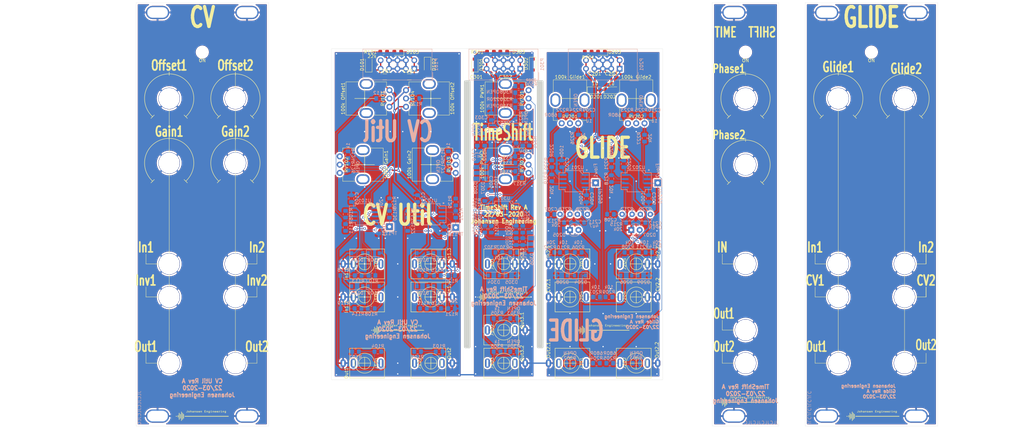
<source format=kicad_pcb>
(kicad_pcb (version 20171130) (host pcbnew "(5.1.5)-3")
  (layers (0 F.Cu signal) (31 B.Cu signal) (34 B.Paste user) (35 F.Paste user) (36 B.SilkS user) (37 F.SilkS user) (38 B.Mask user) (39 F.Mask user) (44 Edge.Cuts user))
  (net 0 "")
  (net 1 GND)
  (net 2 -12VA)
  (net 3 +12VA)
  (net 4 "Net-(J101-PadT)")
  (net 5 "Net-(J102-PadT)")
  (net 6 "Net-(J103-PadT)")
  (net 7 "Net-(J104-PadT)")
  (net 8 "Net-(J105-PadT)")
  (net 9 "Net-(J106-PadT)")
  (net 10 "Net-(D103-Pad2)")
  (net 11 "Net-(C207-Pad1)")
  (net 12 "Net-(C207-Pad2)")
  (net 13 "Net-(C208-Pad2)")
  (net 14 "Net-(C208-Pad1)")
  (net 15 "Net-(C209-Pad1)")
  (net 16 "Net-(C210-Pad1)")
  (net 17 "Net-(C211-Pad1)")
  (net 18 "Net-(C212-Pad2)")
  (net 19 In3.1a)
  (net 20 "Net-(C308-Pad2)")
  (net 21 "Net-(C309-Pad2)")
  (net 22 "Net-(C310-Pad2)")
  (net 23 "Net-(D104-Pad2)")
  (net 24 "Net-(D105-Pad2)")
  (net 25 "Net-(D106-Pad2)")
  (net 26 "Net-(D107-Pad2)")
  (net 27 "Net-(D203-Pad2)")
  (net 28 "Net-(D204-Pad2)")
  (net 29 "Net-(D205-Pad2)")
  (net 30 "Net-(D206-Pad2)")
  (net 31 "Net-(D207-Pad2)")
  (net 32 "Net-(D303-Pad2)")
  (net 33 "Net-(D304-Pad2)")
  (net 34 In3.1)
  (net 35 "Net-(D307-Pad1)")
  (net 36 "Net-(D308-Pad2)")
  (net 37 "Net-(J201-PadT)")
  (net 38 "Net-(J202-PadT)")
  (net 39 "Net-(J203-PadT)")
  (net 40 "Net-(J204-PadT)")
  (net 41 "Net-(J205-PadT)")
  (net 42 "Net-(J206-PadT)")
  (net 43 "Net-(J301-PadT)")
  (net 44 "Net-(J302-PadT)")
  (net 45 "Net-(J303-PadT)")
  (net 46 Out1)
  (net 47 Out2)
  (net 48 "Net-(R106-Pad1)")
  (net 49 "Net-(R111-Pad2)")
  (net 50 Flow1)
  (net 51 "Net-(R112-Pad1)")
  (net 52 In1)
  (net 53 Inv1)
  (net 54 In2)
  (net 55 Inv2)
  (net 56 "Net-(R117-Pad1)")
  (net 57 Flow2)
  (net 58 "Net-(R122-Pad2)")
  (net 59 "Net-(R123-Pad1)")
  (net 60 "Net-(R124-Pad1)")
  (net 61 "Net-(R125-Pad1)")
  (net 62 "Net-(R126-Pad1)")
  (net 63 "Net-(R127-Pad1)")
  (net 64 "Net-(R128-Pad2)")
  (net 65 "Net-(R129-Pad2)")
  (net 66 "Net-(R204-Pad1)")
  (net 67 "Net-(R205-Pad1)")
  (net 68 In2.1)
  (net 69 In2.2)
  (net 70 "Net-(R213-Pad1)")
  (net 71 "Net-(R215-Pad1)")
  (net 72 "Net-(R220-Pad1)")
  (net 73 "Net-(R221-Pad1)")
  (net 74 "Net-(R222-Pad1)")
  (net 75 "Net-(R223-Pad1)")
  (net 76 Out2.1)
  (net 77 Out2.2)
  (net 78 Out3.1)
  (net 79 Out3.2)
  (net 80 PosPk1)
  (net 81 "Net-(R308-Pad2)")
  (net 82 NegPk1)
  (net 83 "Net-(R312-Pad2)")
  (net 84 "Net-(R313-Pad2)")
  (net 85 "Net-(R315-Pad2)")
  (net 86 "Net-(R316-Pad2)")
  (net 87 "Net-(R317-Pad1)")
  (net 88 "Net-(R319-Pad1)")
  (net 89 "Net-(RV301-Pad2)")
  (module AJ:Johansen_engineering_logo_20mm (layer F.Cu) (at 132 135)
    (fp_text reference G*** hide)
    (fp_text value LOGO hide)
  )
  (module AJ:Johansen_engineering_logo_20mm (layer F.Cu) (at 70 135)
    (fp_text reference G*** hide)
    (fp_text value LOGO hide)
  )
  (module AJ:Johansen_engineering_logo_20mm (layer F.Cu) (at 102 125)
    (fp_text reference G*** hide)
    (fp_text value LOGO hide)
  )
  (module AJ:Pot_6m3_scale1 (layer F.Cu) (at 21 84.5)
    (fp_text reference TP107 hide)
    (fp_text value OFF1)
    (pad 1 thru_hole circle (at 0 0) (size 6.5 6.5) (drill 6.3) (layers *.Cu *.Mask) (net 1 GND))
  )
  (module AJ:Pot_6m3_scale1 (layer F.Cu) (at 1 84.5)
    (fp_text reference TP112 hide)
    (fp_text value Fine)
    (pad 1 thru_hole circle (at 0 0) (size 6.5 6.5) (drill 6.3) (layers *.Cu *.Mask) (net 1 GND))
  )
  (module AJ:MountingHole_Eurorack3 (layer F.Cu) (at 226.5 39)
    (fp_text reference H104)
    (fp_text value MountingHole_Pad)
    (pad 1 thru_hole oval (at 0 0) (size 7 4) (drill oval 6.2 3.2) (layers *.Cu *.Mask) (net 1 GND))
  )
  (module AJ:Pot_6m3_scale1 (layer F.Cu) (at 223 65)
    (fp_text reference TP107 hide)
    (fp_text value OFF1)
    (pad 1 thru_hole circle (at 0 0) (size 6.5 6.5) (drill 6.3) (layers *.Cu *.Mask) (net 1 GND))
  )
  (module AJ:MountingHole_Eurorack3 (layer F.Cu) (at 199.5 39)
    (fp_text reference H102)
    (fp_text value MountingHole_Pad)
    (pad 1 thru_hole oval (at 0 0) (size 7 4) (drill oval 6.2 3.2) (layers *.Cu *.Mask) (net 1 GND))
  )
  (module AJ:MountingHole_Eurorack3 (layer B.Cu) (at 199.5 161)
    (fp_text reference H103)
    (fp_text value MountingHole_Pad)
    (pad 1 thru_hole oval (at 0 0) (size 7 4) (drill oval 6.2 3.2) (layers *.Cu *.Mask) (net 1 GND))
  )
  (module AJ:Jack_6m3 (layer F.Cu) (at 223 115)
    (fp_text reference TP107 hide)
    (fp_text value FM)
    (pad 1 thru_hole circle (at 0 0) (size 6.5 6.5) (drill 6.3) (layers *.Cu *.Mask) (net 1 GND))
  )
  (module AJ:LED_Hole_3mm (layer F.Cu) (at 213 51)
    (fp_text reference H101)
    (fp_text value ON (at 0 2.5) (layer F.SilkS))
    (pad "" np_thru_hole circle (at 0 0) (size 3 3) (drill 3) (layers *.Cu *.Mask))
  )
  (module AJ:MountingHole_Eurorack3 (layer B.Cu) (at 226.5 161)
    (fp_text reference H105)
    (fp_text value MountingHole_Pad)
    (pad 1 thru_hole oval (at 0 0) (size 7 4) (drill oval 6.2 3.2) (layers *.Cu *.Mask) (net 1 GND))
  )
  (module AJ:Jack_6m3 (layer F.Cu) (at 203 115)
    (fp_text reference TP102 hide)
    (fp_text value SQ)
    (pad 1 thru_hole circle (at 0 0) (size 6.5 6.5) (drill 6.3) (layers *.Cu *.Mask) (net 1 GND))
  )
  (module AJ:Jack_6m3 (layer F.Cu) (at 203.075001 145)
    (fp_text reference TP106 hide)
    (fp_text value HS)
    (pad 1 thru_hole circle (at 0 0) (size 6.5 6.5) (drill 6.3) (layers *.Cu *.Mask) (net 1 GND))
  )
  (module AJ:Jack_6m3 (layer F.Cu) (at 203 125)
    (fp_text reference TP108 hide)
    (fp_text value PWM)
    (pad 1 thru_hole circle (at 0 0) (size 6.5 6.5) (drill 6.3) (layers *.Cu *.Mask) (net 1 GND))
  )
  (module AJ:Pot_6m3_scale1 (layer F.Cu) (at 203 65)
    (fp_text reference TP112 hide)
    (fp_text value Fine)
    (pad 1 thru_hole circle (at 0 0) (size 6.5 6.5) (drill 6.3) (layers *.Cu *.Mask) (net 1 GND))
  )
  (module AJ:Jack_6m3 (layer F.Cu) (at 223 145)
    (fp_text reference TP105 hide)
    (fp_text value In3)
    (pad 1 thru_hole circle (at 0 0) (size 6.5 6.5) (drill 6.3) (layers *.Cu *.Mask) (net 1 GND))
  )
  (module AJ:Jack_6m3 (layer F.Cu) (at 223 125)
    (fp_text reference TP103 hide)
    (fp_text value In1)
    (pad 1 thru_hole circle (at 0 0) (size 6.5 6.5) (drill 6.3) (layers *.Cu *.Mask) (net 1 GND))
  )
  (module AJ:Johansen_engineering_logo_20mm (layer F.Cu) (at 175 156.75)
    (fp_text reference G*** hide)
    (fp_text value LOGO hide)
  )
  (module AJ:MountingHole_Eurorack3 (layer F.Cu) (at 171.5 39)
    (fp_text reference H102)
    (fp_text value MountingHole_Pad)
    (pad 1 thru_hole oval (at 0 0) (size 7 4) (drill oval 6.2 3.2) (layers *.Cu *.Mask) (net 1 GND))
  )
  (module AJ:MountingHole_Eurorack3 (layer B.Cu) (at 171.5 161)
    (fp_text reference H103)
    (fp_text value MountingHole_Pad)
    (pad 1 thru_hole oval (at 0 0) (size 7 4) (drill oval 6.2 3.2) (layers *.Cu *.Mask) (net 1 GND))
  )
  (module AJ:Johansen_engineering_logo_20mm (layer F.Cu) (at 213.5 161)
    (fp_text reference G*** hide)
    (fp_text value LOGO hide)
  )
  (module AJ:Johansen_engineering_logo_20mm (layer F.Cu) (at 11 161)
    (fp_text reference G*** hide)
    (fp_text value LOGO hide)
  )
  (module AJ:Jack_6m3 (layer F.Cu) (at 21 125)
    (fp_text reference TP103 hide)
    (fp_text value In1)
    (pad 1 thru_hole circle (at 0 0) (size 6.5 6.5) (drill 6.3) (layers *.Cu *.Mask) (net 1 GND))
  )
  (module AJ:Jack_6m3 (layer F.Cu) (at 21 145)
    (fp_text reference TP105 hide)
    (fp_text value In3)
    (pad 1 thru_hole circle (at 0 0) (size 6.5 6.5) (drill 6.3) (layers *.Cu *.Mask) (net 1 GND))
  )
  (module AJ:Jack_6m3 (layer F.Cu) (at 1.075001 145)
    (fp_text reference TP106 hide)
    (fp_text value HS)
    (pad 1 thru_hole circle (at 0 0) (size 6.5 6.5) (drill 6.3) (layers *.Cu *.Mask) (net 1 GND))
  )
  (module AJ:Jack_6m3 (layer F.Cu) (at 21 115)
    (fp_text reference TP107 hide)
    (fp_text value FM)
    (pad 1 thru_hole circle (at 0 0) (size 6.5 6.5) (drill 6.3) (layers *.Cu *.Mask) (net 1 GND))
  )
  (module AJ:Jack_6m3 (layer F.Cu) (at 1 125)
    (fp_text reference TP108 hide)
    (fp_text value PWM)
    (pad 1 thru_hole circle (at 0 0) (size 6.5 6.5) (drill 6.3) (layers *.Cu *.Mask) (net 1 GND))
  )
  (module AJ:Jack_6m3 (layer F.Cu) (at 1 115)
    (fp_text reference TP102 hide)
    (fp_text value SQ)
    (pad 1 thru_hole circle (at 0 0) (size 6.5 6.5) (drill 6.3) (layers *.Cu *.Mask) (net 1 GND))
  )
  (module AJ:Pot_6m3_scale1 (layer F.Cu) (at 1 65)
    (fp_text reference TP112 hide)
    (fp_text value Fine)
    (pad 1 thru_hole circle (at 0 0) (size 6.5 6.5) (drill 6.3) (layers *.Cu *.Mask) (net 1 GND))
  )
  (module AJ:Pot_6m3_scale1 (layer F.Cu) (at 21 65)
    (fp_text reference TP107 hide)
    (fp_text value OFF1)
    (pad 1 thru_hole circle (at 0 0) (size 6.5 6.5) (drill 6.3) (layers *.Cu *.Mask) (net 1 GND))
  )
  (module AJ:MountingHole_Eurorack3 (layer F.Cu) (at -2.5 39)
    (fp_text reference H102)
    (fp_text value MountingHole_Pad)
    (pad 1 thru_hole oval (at 0 0) (size 7 4) (drill oval 6.2 3.2) (layers *.Cu *.Mask) (net 1 GND))
  )
  (module AJ:MountingHole_Eurorack3 (layer B.Cu) (at -2.5 161)
    (fp_text reference H103)
    (fp_text value MountingHole_Pad)
    (pad 1 thru_hole oval (at 0 0) (size 7 4) (drill oval 6.2 3.2) (layers *.Cu *.Mask) (net 1 GND))
  )
  (module AJ:MountingHole_Eurorack3 (layer F.Cu) (at 24.5 39)
    (fp_text reference H104)
    (fp_text value MountingHole_Pad)
    (pad 1 thru_hole oval (at 0 0) (size 7 4) (drill oval 6.2 3.2) (layers *.Cu *.Mask) (net 1 GND))
  )
  (module AJ:MountingHole_Eurorack3 (layer B.Cu) (at 24.5 161)
    (fp_text reference H105)
    (fp_text value MountingHole_Pad)
    (pad 1 thru_hole oval (at 0 0) (size 7 4) (drill oval 6.2 3.2) (layers *.Cu *.Mask) (net 1 GND))
  )
  (module AJ:LED_Hole_3mm (layer F.Cu) (at 11 51)
    (fp_text reference H101)
    (fp_text value ON (at 0 2.5) (layer F.SilkS))
    (pad "" np_thru_hole circle (at 0 0) (size 3 3) (drill 3) (layers *.Cu *.Mask))
  )
  (module Capacitor_SMD:C_1206_3216Metric_Pad1.42x1.75mm_HandSolder (layer F.Cu) (at 66.085001 58.475001)
    (fp_text reference C101 (at 0 -1.82) (layer F.SilkS))
    (fp_text value 1u)
    (pad 1 smd roundrect (at -1.4875 0) (size 1.425 1.75) (layers F.Cu F.Paste F.Mask) (roundrect_rratio 0.175439) (net 3 +12VA))
    (pad 2 smd roundrect (at 1.4875 0) (size 1.425 1.75) (layers F.Cu F.Paste F.Mask) (roundrect_rratio 0.175439) (net 1 GND))
  )
  (module Capacitor_SMD:C_1206_3216Metric_Pad1.42x1.75mm_HandSolder (layer F.Cu) (at 73.5 58.475001)
    (fp_text reference C102 (at 0 -1.82) (layer F.SilkS))
    (fp_text value 1u)
    (pad 2 smd roundrect (at 1.4875 0) (size 1.425 1.75) (layers F.Cu F.Paste F.Mask) (roundrect_rratio 0.175439) (net 2 -12VA))
    (pad 1 smd roundrect (at -1.4875 0) (size 1.425 1.75) (layers F.Cu F.Paste F.Mask) (roundrect_rratio 0.175439) (net 1 GND))
  )
  (module Capacitor_SMD:C_0805_2012Metric_Pad1.15x1.40mm_HandSolder (layer B.Cu) (at 76 95.25 90)
    (fp_text reference C103 (at 0 1.65 90) (layer B.SilkS) (effects (justify mirror)))
    (fp_text value 100n)
    (pad 1 smd roundrect (at -1.025 0 90) (size 1.15 1.4) (layers B.Cu B.Paste B.Mask) (roundrect_rratio 0.217391) (net 3 +12VA))
    (pad 2 smd roundrect (at 1.025 0 90) (size 1.15 1.4) (layers B.Cu B.Paste B.Mask) (roundrect_rratio 0.217391) (net 1 GND))
  )
  (module Capacitor_SMD:C_0805_2012Metric_Pad1.15x1.40mm_HandSolder (layer B.Cu) (at 64.25 104.75 90)
    (fp_text reference C104 (at 0 1.65 90) (layer B.SilkS) (effects (justify mirror)))
    (fp_text value 100n)
    (pad 1 smd roundrect (at -1.025 0 90) (size 1.15 1.4) (layers B.Cu B.Paste B.Mask) (roundrect_rratio 0.217391) (net 1 GND))
    (pad 2 smd roundrect (at 1.025 0 90) (size 1.15 1.4) (layers B.Cu B.Paste B.Mask) (roundrect_rratio 0.217391) (net 2 -12VA))
  )
  (module Capacitor_SMD:C_0805_2012Metric_Pad1.15x1.40mm_HandSolder (layer B.Cu) (at 56 95.25 90)
    (fp_text reference C105 (at 0 1.65 90) (layer B.SilkS) (effects (justify mirror)))
    (fp_text value 100n)
    (pad 2 smd roundrect (at 1.025 0 90) (size 1.15 1.4) (layers B.Cu B.Paste B.Mask) (roundrect_rratio 0.217391) (net 1 GND))
    (pad 1 smd roundrect (at -1.025 0 90) (size 1.15 1.4) (layers B.Cu B.Paste B.Mask) (roundrect_rratio 0.217391) (net 3 +12VA))
  )
  (module Capacitor_SMD:C_0805_2012Metric_Pad1.15x1.40mm_HandSolder (layer B.Cu) (at 84 104.75 90)
    (fp_text reference C106 (at 0 1.65 90) (layer B.SilkS) (effects (justify mirror)))
    (fp_text value 100n)
    (pad 2 smd roundrect (at 1.025 0 90) (size 1.15 1.4) (layers B.Cu B.Paste B.Mask) (roundrect_rratio 0.217391) (net 2 -12VA))
    (pad 1 smd roundrect (at -1.025 0 90) (size 1.15 1.4) (layers B.Cu B.Paste B.Mask) (roundrect_rratio 0.217391) (net 1 GND))
  )
  (module Capacitor_SMD:C_1206_3216Metric_Pad1.42x1.75mm_HandSolder (layer F.Cu) (at 129.5 59)
    (fp_text reference C201 (at 0 -1.5) (layer F.SilkS))
    (fp_text value 1u (at 0 1.5) (layer F.SilkS))
    (pad 1 smd roundrect (at -1.4875 0) (size 1.425 1.75) (layers F.Cu F.Paste F.Mask) (roundrect_rratio 0.175439) (net 3 +12VA))
    (pad 2 smd roundrect (at 1.4875 0) (size 1.425 1.75) (layers F.Cu F.Paste F.Mask) (roundrect_rratio 0.175439) (net 1 GND))
  )
  (module Capacitor_SMD:C_1206_3216Metric_Pad1.42x1.75mm_HandSolder (layer F.Cu) (at 134.4875 59)
    (fp_text reference C202 (at 0 -1.5) (layer F.SilkS))
    (fp_text value 1u (at 0.0125 1.5) (layer F.SilkS))
    (pad 2 smd roundrect (at 1.4875 0) (size 1.425 1.75) (layers F.Cu F.Paste F.Mask) (roundrect_rratio 0.175439) (net 2 -12VA))
    (pad 1 smd roundrect (at -1.4875 0) (size 1.425 1.75) (layers F.Cu F.Paste F.Mask) (roundrect_rratio 0.175439) (net 1 GND))
  )
  (module Capacitor_SMD:C_0805_2012Metric_Pad1.15x1.40mm_HandSolder (layer B.Cu) (at 119.5 84.75 90)
    (fp_text reference C203 (at 0 1.65 90) (layer B.SilkS) (effects (justify mirror)))
    (fp_text value 100n (at 3.75 0 90) (layer B.SilkS) (effects (justify mirror)))
    (pad 1 smd roundrect (at -1.025 0 90) (size 1.15 1.4) (layers B.Cu B.Paste B.Mask) (roundrect_rratio 0.217391) (net 3 +12VA))
    (pad 2 smd roundrect (at 1.025 0 90) (size 1.15 1.4) (layers B.Cu B.Paste B.Mask) (roundrect_rratio 0.217391) (net 1 GND))
  )
  (module Capacitor_SMD:C_0805_2012Metric_Pad1.15x1.40mm_HandSolder (layer B.Cu) (at 127 95.25 90)
    (fp_text reference C204 (at 0 1.65 90) (layer B.SilkS) (effects (justify mirror)))
    (fp_text value 100n (at 0 -1.65 90) (layer B.SilkS) (effects (justify mirror)))
    (pad 1 smd roundrect (at -1.025 0 90) (size 1.15 1.4) (layers B.Cu B.Paste B.Mask) (roundrect_rratio 0.217391) (net 1 GND))
    (pad 2 smd roundrect (at 1.025 0 90) (size 1.15 1.4) (layers B.Cu B.Paste B.Mask) (roundrect_rratio 0.217391) (net 2 -12VA))
  )
  (module Capacitor_SMD:C_0805_2012Metric_Pad1.15x1.40mm_HandSolder (layer B.Cu) (at 138.25 84.75 90)
    (fp_text reference C205 (at 0 1.65 90) (layer B.SilkS) (effects (justify mirror)))
    (fp_text value 100n (at 3.75 -0.25 90) (layer B.SilkS) (effects (justify mirror)))
    (pad 1 smd roundrect (at -1.025 0 90) (size 1.15 1.4) (layers B.Cu B.Paste B.Mask) (roundrect_rratio 0.217391) (net 3 +12VA))
    (pad 2 smd roundrect (at 1.025 0 90) (size 1.15 1.4) (layers B.Cu B.Paste B.Mask) (roundrect_rratio 0.217391) (net 1 GND))
  )
  (module Capacitor_SMD:C_0805_2012Metric_Pad1.15x1.40mm_HandSolder (layer B.Cu) (at 145.75 95.225 90)
    (fp_text reference C206 (at 0 1.65 90) (layer B.SilkS) (effects (justify mirror)))
    (fp_text value 100n (at 0 -1.65 90) (layer B.SilkS) (effects (justify mirror)))
    (pad 2 smd roundrect (at 1.025 0 90) (size 1.15 1.4) (layers B.Cu B.Paste B.Mask) (roundrect_rratio 0.217391) (net 2 -12VA))
    (pad 1 smd roundrect (at -1.025 0 90) (size 1.15 1.4) (layers B.Cu B.Paste B.Mask) (roundrect_rratio 0.217391) (net 1 GND))
  )
  (module Capacitor_SMD:C_0805_2012Metric_Pad1.15x1.40mm_HandSolder (layer B.Cu) (at 116.25 100)
    (fp_text reference C207 (at 0 -1.5) (layer B.SilkS) (effects (justify mirror)))
    (fp_text value OPEN)
    (pad 1 smd roundrect (at -1.025 0) (size 1.15 1.4) (layers B.Cu B.Paste B.Mask) (roundrect_rratio 0.217391) (net 11 "Net-(C207-Pad1)"))
    (pad 2 smd roundrect (at 1.025 0) (size 1.15 1.4) (layers B.Cu B.Paste B.Mask) (roundrect_rratio 0.217391) (net 12 "Net-(C207-Pad2)"))
  )
  (module Capacitor_SMD:C_0805_2012Metric_Pad1.15x1.40mm_HandSolder (layer B.Cu) (at 134.225 100)
    (fp_text reference C208 (at 0 1.65) (layer B.SilkS) (effects (justify mirror)))
    (fp_text value 1u)
    (pad 2 smd roundrect (at 1.025 0) (size 1.15 1.4) (layers B.Cu B.Paste B.Mask) (roundrect_rratio 0.217391) (net 13 "Net-(C208-Pad2)"))
    (pad 1 smd roundrect (at -1.025 0) (size 1.15 1.4) (layers B.Cu B.Paste B.Mask) (roundrect_rratio 0.217391) (net 14 "Net-(C208-Pad1)"))
  )
  (module Capacitor_SMD:C_0805_2012Metric_Pad1.15x1.40mm_HandSolder (layer B.Cu) (at 127.75 70)
    (fp_text reference C209 (at 0 -1.5) (layer B.SilkS) (effects (justify mirror)))
    (fp_text value 1u (at 0 1.75) (layer B.SilkS) (effects (justify mirror)))
    (pad 2 smd roundrect (at 1.025 0) (size 1.15 1.4) (layers B.Cu B.Paste B.Mask) (roundrect_rratio 0.217391) (net 1 GND))
    (pad 1 smd roundrect (at -1.025 0) (size 1.15 1.4) (layers B.Cu B.Paste B.Mask) (roundrect_rratio 0.217391) (net 15 "Net-(C209-Pad1)"))
  )
  (module Capacitor_SMD:C_0805_2012Metric_Pad1.15x1.40mm_HandSolder (layer B.Cu) (at 147.5 70)
    (fp_text reference C210 (at 0 -1.5) (layer B.SilkS) (effects (justify mirror)))
    (fp_text value 1u (at 0 1.75) (layer B.SilkS) (effects (justify mirror)))
    (pad 2 smd roundrect (at 1.025 0) (size 1.15 1.4) (layers B.Cu B.Paste B.Mask) (roundrect_rratio 0.217391) (net 1 GND))
    (pad 1 smd roundrect (at -1.025 0) (size 1.15 1.4) (layers B.Cu B.Paste B.Mask) (roundrect_rratio 0.217391) (net 16 "Net-(C210-Pad1)"))
  )
  (module Capacitor_SMD:C_0805_2012Metric_Pad1.15x1.40mm_HandSolder (layer B.Cu) (at 125.25 102.5 180)
    (fp_text reference C211 (at -4.25 0.25) (layer B.SilkS) (effects (justify mirror)))
    (fp_text value 4u7 (at -4 -1) (layer B.SilkS) (effects (justify mirror)))
    (pad 1 smd roundrect (at -1.025 0 180) (size 1.15 1.4) (layers B.Cu B.Paste B.Mask) (roundrect_rratio 0.217391) (net 17 "Net-(C211-Pad1)"))
    (pad 2 smd roundrect (at 1.025 0 180) (size 1.15 1.4) (layers B.Cu B.Paste B.Mask) (roundrect_rratio 0.217391) (net 1 GND))
  )
  (module Capacitor_SMD:C_0805_2012Metric_Pad1.15x1.40mm_HandSolder (layer B.Cu) (at 143.725 102.5)
    (fp_text reference C212 (at 4.025 0.25) (layer B.SilkS) (effects (justify mirror)))
    (fp_text value OPEN (at 4.025 1.5) (layer B.SilkS) (effects (justify mirror)))
    (pad 2 smd roundrect (at 1.025 0) (size 1.15 1.4) (layers B.Cu B.Paste B.Mask) (roundrect_rratio 0.217391) (net 18 "Net-(C212-Pad2)"))
    (pad 1 smd roundrect (at -1.025 0) (size 1.15 1.4) (layers B.Cu B.Paste B.Mask) (roundrect_rratio 0.217391) (net 1 GND))
  )
  (module Capacitor_SMD:C_1206_3216Metric_Pad1.42x1.75mm_HandSolder (layer F.Cu) (at 98.25 58.5)
    (fp_text reference C301 (at -4.5 0) (layer F.SilkS))
    (fp_text value 1u)
    (pad 2 smd roundrect (at 1.4875 0) (size 1.425 1.75) (layers F.Cu F.Paste F.Mask) (roundrect_rratio 0.175439) (net 1 GND))
    (pad 1 smd roundrect (at -1.4875 0) (size 1.425 1.75) (layers F.Cu F.Paste F.Mask) (roundrect_rratio 0.175439) (net 3 +12VA))
  )
  (module Capacitor_SMD:C_1206_3216Metric_Pad1.42x1.75mm_HandSolder (layer F.Cu) (at 106.75 58.5)
    (fp_text reference C302 (at -4.25 0) (layer F.SilkS))
    (fp_text value 1u)
    (pad 1 smd roundrect (at -1.4875 0) (size 1.425 1.75) (layers F.Cu F.Paste F.Mask) (roundrect_rratio 0.175439) (net 1 GND))
    (pad 2 smd roundrect (at 1.4875 0) (size 1.425 1.75) (layers F.Cu F.Paste F.Mask) (roundrect_rratio 0.175439) (net 2 -12VA))
  )
  (module Capacitor_SMD:C_0805_2012Metric_Pad1.15x1.40mm_HandSolder (layer B.Cu) (at 98.25 70.5 90)
    (fp_text reference C303 (at -0.25 -3 180) (layer B.SilkS) (effects (justify mirror)))
    (fp_text value 100n)
    (pad 2 smd roundrect (at 1.025 0 90) (size 1.15 1.4) (layers B.Cu B.Paste B.Mask) (roundrect_rratio 0.217391) (net 1 GND))
    (pad 1 smd roundrect (at -1.025 0 90) (size 1.15 1.4) (layers B.Cu B.Paste B.Mask) (roundrect_rratio 0.217391) (net 3 +12VA))
  )
  (module Capacitor_SMD:C_0805_2012Metric_Pad1.15x1.40mm_HandSolder (layer B.Cu) (at 105.75 79.5 90)
    (fp_text reference C304 (at -1.5 3 180) (layer B.SilkS) (effects (justify mirror)))
    (fp_text value 100n)
    (pad 2 smd roundrect (at 1.025 0 90) (size 1.15 1.4) (layers B.Cu B.Paste B.Mask) (roundrect_rratio 0.217391) (net 2 -12VA))
    (pad 1 smd roundrect (at -1.025 0 90) (size 1.15 1.4) (layers B.Cu B.Paste B.Mask) (roundrect_rratio 0.217391) (net 1 GND))
  )
  (module Capacitor_SMD:C_0805_2012Metric_Pad1.15x1.40mm_HandSolder (layer B.Cu) (at 98.25 94.025 90)
    (fp_text reference C305 (at 3.775 0 90) (layer B.SilkS) (effects (justify mirror)))
    (fp_text value 100n (at 3.775 1.5 90) (layer B.SilkS) (effects (justify mirror)))
    (pad 1 smd roundrect (at -1.025 0 90) (size 1.15 1.4) (layers B.Cu B.Paste B.Mask) (roundrect_rratio 0.217391) (net 3 +12VA))
    (pad 2 smd roundrect (at 1.025 0 90) (size 1.15 1.4) (layers B.Cu B.Paste B.Mask) (roundrect_rratio 0.217391) (net 1 GND))
  )
  (module Capacitor_SMD:C_0805_2012Metric_Pad1.15x1.40mm_HandSolder (layer B.Cu) (at 105.75 104.5 90)
    (fp_text reference C306 (at 0 -1.5 90) (layer B.SilkS) (effects (justify mirror)))
    (fp_text value 100n (at 0 -2.75 90) (layer B.SilkS) (effects (justify mirror)))
    (pad 1 smd roundrect (at -1.025 0 90) (size 1.15 1.4) (layers B.Cu B.Paste B.Mask) (roundrect_rratio 0.217391) (net 1 GND))
    (pad 2 smd roundrect (at 1.025 0 90) (size 1.15 1.4) (layers B.Cu B.Paste B.Mask) (roundrect_rratio 0.217391) (net 2 -12VA))
  )
  (module Capacitor_SMD:C_0805_2012Metric_Pad1.15x1.40mm_HandSolder (layer B.Cu) (at 107.75 108.25 90)
    (fp_text reference C307 (at -3.75 -0.25 90) (layer B.SilkS) (effects (justify mirror)))
    (fp_text value OPEN (at -3.5 0.75 90) (layer B.SilkS) (effects (font (size 0.8 0.8) (thickness 0.1)) (justify mirror)))
    (pad 1 smd roundrect (at -1.025 0 90) (size 1.15 1.4) (layers B.Cu B.Paste B.Mask) (roundrect_rratio 0.217391) (net 1 GND))
    (pad 2 smd roundrect (at 1.025 0 90) (size 1.15 1.4) (layers B.Cu B.Paste B.Mask) (roundrect_rratio 0.217391) (net 19 In3.1a))
  )
  (module Capacitor_SMD:C_0805_2012Metric_Pad1.15x1.40mm_HandSolder (layer B.Cu) (at 96.25 100.75 90)
    (fp_text reference C308 (at 0 -1.5 90) (layer B.SilkS) (effects (justify mirror)))
    (fp_text value 100n (at 0 -3 90) (layer B.SilkS) (effects (justify mirror)))
    (pad 2 smd roundrect (at 1.025 0 90) (size 1.15 1.4) (layers B.Cu B.Paste B.Mask) (roundrect_rratio 0.217391) (net 20 "Net-(C308-Pad2)"))
    (pad 1 smd roundrect (at -1.025 0 90) (size 1.15 1.4) (layers B.Cu B.Paste B.Mask) (roundrect_rratio 0.217391) (net 1 GND))
  )
  (module Capacitor_SMD:C_0805_2012Metric_Pad1.15x1.40mm_HandSolder (layer B.Cu) (at 107.75 78.25 90)
    (fp_text reference C309 (at 3.75 1.75 90) (layer B.SilkS) (effects (justify mirror)))
    (fp_text value 1u)
    (pad 1 smd roundrect (at -1.025 0 90) (size 1.15 1.4) (layers B.Cu B.Paste B.Mask) (roundrect_rratio 0.217391) (net 1 GND))
    (pad 2 smd roundrect (at 1.025 0 90) (size 1.15 1.4) (layers B.Cu B.Paste B.Mask) (roundrect_rratio 0.217391) (net 21 "Net-(C309-Pad2)"))
  )
  (module Capacitor_SMD:C_0805_2012Metric_Pad1.15x1.40mm_HandSolder (layer B.Cu) (at 94 78.25 90)
    (fp_text reference C310 (at -3.75 -1 90) (layer B.SilkS) (effects (justify mirror)))
    (fp_text value 1u (at -3.75 0.25 90) (layer B.SilkS) (effects (justify mirror)))
    (pad 2 smd roundrect (at 1.025 0 90) (size 1.15 1.4) (layers B.Cu B.Paste B.Mask) (roundrect_rratio 0.217391) (net 22 "Net-(C310-Pad2)"))
    (pad 1 smd roundrect (at -1.025 0 90) (size 1.15 1.4) (layers B.Cu B.Paste B.Mask) (roundrect_rratio 0.217391) (net 1 GND))
  )
  (module Diode_SMD:D_SOD-123 (layer F.Cu) (at 61.25 54.75 90)
    (fp_text reference D101 (at 0 -2 90) (layer F.SilkS))
    (fp_text value 1N1007)
    (pad 2 smd rect (at 1.65 0 90) (size 0.9 1.2) (layers F.Cu F.Paste F.Mask) (net 1 GND))
    (pad 1 smd rect (at -1.65 0 90) (size 0.9 1.2) (layers F.Cu F.Paste F.Mask) (net 3 +12VA))
  )
  (module Diode_SMD:D_SOD-123 (layer F.Cu) (at 79 54.75 270)
    (fp_text reference D102 (at 0 -2 90) (layer F.SilkS))
    (fp_text value 1N1007)
    (pad 2 smd rect (at 1.65 0 270) (size 0.9 1.2) (layers F.Cu F.Paste F.Mask) (net 2 -12VA))
    (pad 1 smd rect (at -1.65 0 270) (size 0.9 1.2) (layers F.Cu F.Paste F.Mask) (net 1 GND))
  )
  (module LED_SMD:LED_0805_2012Metric_Pad1.15x1.40mm_HandSolder (layer F.Cu) (at 70 51 180)
    (fp_text reference D103 (at -4.5 0) (layer F.SilkS))
    (fp_text value LED)
    (pad 1 smd roundrect (at -1.025 0 180) (size 1.15 1.4) (layers F.Cu F.Paste F.Mask) (roundrect_rratio 0.217391) (net 2 -12VA))
    (pad 2 smd roundrect (at 1.025 0 180) (size 1.15 1.4) (layers F.Cu F.Paste F.Mask) (roundrect_rratio 0.217391) (net 10 "Net-(D103-Pad2)"))
  )
  (module Diode_SMD:D_SOD-123 (layer B.Cu) (at 57.75 111.75)
    (fp_text reference D104 (at 0 2) (layer B.SilkS) (effects (justify mirror)))
    (fp_text value 1N1007)
    (pad 2 smd rect (at 1.65 0) (size 0.9 1.2) (layers B.Cu B.Paste B.Mask) (net 23 "Net-(D104-Pad2)"))
    (pad 1 smd rect (at -1.65 0) (size 0.9 1.2) (layers B.Cu B.Paste B.Mask) (net 3 +12VA))
  )
  (module Diode_SMD:D_SOD-123 (layer B.Cu) (at 57.75 121.75)
    (fp_text reference D105 (at 0 2) (layer B.SilkS) (effects (justify mirror)))
    (fp_text value 1N1007)
    (pad 2 smd rect (at 1.65 0) (size 0.9 1.2) (layers B.Cu B.Paste B.Mask) (net 24 "Net-(D105-Pad2)"))
    (pad 1 smd rect (at -1.65 0) (size 0.9 1.2) (layers B.Cu B.Paste B.Mask) (net 3 +12VA))
  )
  (module Diode_SMD:D_SOD-123 (layer B.Cu) (at 77.5 111.75)
    (fp_text reference D106 (at 0 2) (layer B.SilkS) (effects (justify mirror)))
    (fp_text value 1N1007)
    (pad 2 smd rect (at 1.65 0) (size 0.9 1.2) (layers B.Cu B.Paste B.Mask) (net 25 "Net-(D106-Pad2)"))
    (pad 1 smd rect (at -1.65 0) (size 0.9 1.2) (layers B.Cu B.Paste B.Mask) (net 3 +12VA))
  )
  (module Diode_SMD:D_SOD-123 (layer B.Cu) (at 77.5 121.75)
    (fp_text reference D107 (at 0 2) (layer B.SilkS) (effects (justify mirror)))
    (fp_text value 1N1007)
    (pad 2 smd rect (at 1.65 0) (size 0.9 1.2) (layers B.Cu B.Paste B.Mask) (net 26 "Net-(D107-Pad2)"))
    (pad 1 smd rect (at -1.65 0) (size 0.9 1.2) (layers B.Cu B.Paste B.Mask) (net 3 +12VA))
  )
  (module Diode_SMD:D_SOD-123 (layer B.Cu) (at 62.75 111.75)
    (fp_text reference D108 (at 0 2) (layer B.SilkS) (effects (justify mirror)))
    (fp_text value 1N1007)
    (pad 1 smd rect (at -1.65 0) (size 0.9 1.2) (layers B.Cu B.Paste B.Mask) (net 23 "Net-(D104-Pad2)"))
    (pad 2 smd rect (at 1.65 0) (size 0.9 1.2) (layers B.Cu B.Paste B.Mask) (net 2 -12VA))
  )
  (module Diode_SMD:D_SOD-123 (layer B.Cu) (at 62.75 121.75)
    (fp_text reference D109 (at 0 2) (layer B.SilkS) (effects (justify mirror)))
    (fp_text value 1N1007)
    (pad 1 smd rect (at -1.65 0) (size 0.9 1.2) (layers B.Cu B.Paste B.Mask) (net 24 "Net-(D105-Pad2)"))
    (pad 2 smd rect (at 1.65 0) (size 0.9 1.2) (layers B.Cu B.Paste B.Mask) (net 2 -12VA))
  )
  (module Diode_SMD:D_SOD-123 (layer B.Cu) (at 82.5 111.75)
    (fp_text reference D110 (at 0 2) (layer B.SilkS) (effects (justify mirror)))
    (fp_text value 1N1007)
    (pad 1 smd rect (at -1.65 0) (size 0.9 1.2) (layers B.Cu B.Paste B.Mask) (net 25 "Net-(D106-Pad2)"))
    (pad 2 smd rect (at 1.65 0) (size 0.9 1.2) (layers B.Cu B.Paste B.Mask) (net 2 -12VA))
  )
  (module Diode_SMD:D_SOD-123 (layer B.Cu) (at 82.5 121.774999)
    (fp_text reference D111 (at 0 2) (layer B.SilkS) (effects (justify mirror)))
    (fp_text value 1N1007)
    (pad 1 smd rect (at -1.65 0) (size 0.9 1.2) (layers B.Cu B.Paste B.Mask) (net 26 "Net-(D107-Pad2)"))
    (pad 2 smd rect (at 1.65 0) (size 0.9 1.2) (layers B.Cu B.Paste B.Mask) (net 2 -12VA))
  )
  (module Diode_SMD:D_SOD-123 (layer F.Cu) (at 129.5 62.5)
    (fp_text reference D201 (at 0.5 2) (layer F.SilkS))
    (fp_text value 1N1007)
    (pad 2 smd rect (at 1.65 0) (size 0.9 1.2) (layers F.Cu F.Paste F.Mask) (net 1 GND))
    (pad 1 smd rect (at -1.65 0) (size 0.9 1.2) (layers F.Cu F.Paste F.Mask) (net 3 +12VA))
  )
  (module Diode_SMD:D_SOD-123 (layer F.Cu) (at 134.5 62.5)
    (fp_text reference D202 (at -0.5 2) (layer F.SilkS))
    (fp_text value 1N1007)
    (pad 1 smd rect (at -1.65 0) (size 0.9 1.2) (layers F.Cu F.Paste F.Mask) (net 1 GND))
    (pad 2 smd rect (at 1.65 0) (size 0.9 1.2) (layers F.Cu F.Paste F.Mask) (net 2 -12VA))
  )
  (module LED_SMD:LED_0805_2012Metric_Pad1.15x1.40mm_HandSolder (layer F.Cu) (at 131.5 51 180)
    (fp_text reference D203 (at -4 0) (layer F.SilkS))
    (fp_text value LED)
    (pad 1 smd roundrect (at -1.025 0 180) (size 1.15 1.4) (layers F.Cu F.Paste F.Mask) (roundrect_rratio 0.217391) (net 2 -12VA))
    (pad 2 smd roundrect (at 1.025 0 180) (size 1.15 1.4) (layers F.Cu F.Paste F.Mask) (roundrect_rratio 0.217391) (net 27 "Net-(D203-Pad2)"))
  )
  (module Diode_SMD:D_SOD-123 (layer B.Cu) (at 125 118.5 180)
    (fp_text reference D204 (at -0.25 -2) (layer B.SilkS) (effects (justify mirror)))
    (fp_text value 1N1007)
    (pad 1 smd rect (at -1.65 0 180) (size 0.9 1.2) (layers B.Cu B.Paste B.Mask) (net 3 +12VA))
    (pad 2 smd rect (at 1.65 0 180) (size 0.9 1.2) (layers B.Cu B.Paste B.Mask) (net 28 "Net-(D204-Pad2)"))
  )
  (module LED_THT:LED_D3.0mm (layer B.Cu) (at 122 104.75)
    (fp_text reference D205 (at -3.25 1.5) (layer B.SilkS) (effects (justify mirror)))
    (fp_text value LED)
    (pad 2 thru_hole circle (at 2.54 0) (size 1.8 1.8) (drill 0.9) (layers *.Cu *.Mask) (net 29 "Net-(D205-Pad2)"))
    (pad 1 thru_hole rect (at 0 0) (size 1.8 1.8) (drill 0.9) (layers *.Cu *.Mask) (net 1 GND))
  )
  (module Diode_SMD:D_SOD-123 (layer B.Cu) (at 139 118.5)
    (fp_text reference D206 (at 0 2) (layer B.SilkS) (effects (justify mirror)))
    (fp_text value 1N1007)
    (pad 1 smd rect (at -1.65 0) (size 0.9 1.2) (layers B.Cu B.Paste B.Mask) (net 3 +12VA))
    (pad 2 smd rect (at 1.65 0) (size 0.9 1.2) (layers B.Cu B.Paste B.Mask) (net 30 "Net-(D206-Pad2)"))
  )
  (module LED_THT:LED_D3.0mm (layer B.Cu) (at 140.5 104.75)
    (fp_text reference D207 (at 5.5 1.5) (layer B.SilkS) (effects (justify mirror)))
    (fp_text value LED)
    (pad 1 thru_hole rect (at 0 0) (size 1.8 1.8) (drill 0.9) (layers *.Cu *.Mask) (net 1 GND))
    (pad 2 thru_hole circle (at 2.54 0) (size 1.8 1.8) (drill 0.9) (layers *.Cu *.Mask) (net 31 "Net-(D207-Pad2)"))
  )
  (module Diode_SMD:D_SOD-123 (layer B.Cu) (at 119.5 118.5 180)
    (fp_text reference D208 (at -0.25 -2) (layer B.SilkS) (effects (justify mirror)))
    (fp_text value 1N1007)
    (pad 1 smd rect (at -1.65 0 180) (size 0.9 1.2) (layers B.Cu B.Paste B.Mask) (net 28 "Net-(D204-Pad2)"))
    (pad 2 smd rect (at 1.65 0 180) (size 0.9 1.2) (layers B.Cu B.Paste B.Mask) (net 1 GND))
  )
  (module Diode_SMD:D_SOD-123 (layer B.Cu) (at 144.225001 118.524999)
    (fp_text reference D209 (at 0 2) (layer B.SilkS) (effects (justify mirror)))
    (fp_text value 1N1007)
    (pad 2 smd rect (at 1.65 0) (size 0.9 1.2) (layers B.Cu B.Paste B.Mask) (net 1 GND))
    (pad 1 smd rect (at -1.65 0) (size 0.9 1.2) (layers B.Cu B.Paste B.Mask) (net 30 "Net-(D206-Pad2)"))
  )
  (module Diode_SMD:D_SOD-123 (layer F.Cu) (at 93.25 54.75 90)
    (fp_text reference D301 (at 0 2 90) (layer F.SilkS))
    (fp_text value 1N1007)
    (pad 2 smd rect (at 1.65 0 90) (size 0.9 1.2) (layers F.Cu F.Paste F.Mask) (net 1 GND))
    (pad 1 smd rect (at -1.65 0 90) (size 0.9 1.2) (layers F.Cu F.Paste F.Mask) (net 3 +12VA))
  )
  (module Diode_SMD:D_SOD-123 (layer F.Cu) (at 110.75 54.75 270)
    (fp_text reference D302 (at -0.25 2 90) (layer F.SilkS))
    (fp_text value 1N1007)
    (pad 1 smd rect (at -1.65 0 270) (size 0.9 1.2) (layers F.Cu F.Paste F.Mask) (net 1 GND))
    (pad 2 smd rect (at 1.65 0 270) (size 0.9 1.2) (layers F.Cu F.Paste F.Mask) (net 2 -12VA))
  )
  (module LED_SMD:LED_0805_2012Metric_Pad1.15x1.40mm_HandSolder (layer F.Cu) (at 102 51 180)
    (fp_text reference D303 (at -4.5 0) (layer F.SilkS))
    (fp_text value LED)
    (pad 2 smd roundrect (at 1.025 0 180) (size 1.15 1.4) (layers F.Cu F.Paste F.Mask) (roundrect_rratio 0.217391) (net 32 "Net-(D303-Pad2)"))
    (pad 1 smd roundrect (at -1.025 0 180) (size 1.15 1.4) (layers F.Cu F.Paste F.Mask) (roundrect_rratio 0.217391) (net 2 -12VA))
  )
  (module Diode_SMD:D_SOD-123 (layer B.Cu) (at 99 118.5)
    (fp_text reference D304 (at 0 2) (layer B.SilkS) (effects (justify mirror)))
    (fp_text value 1N1007)
    (pad 1 smd rect (at -1.65 0) (size 0.9 1.2) (layers B.Cu B.Paste B.Mask) (net 3 +12VA))
    (pad 2 smd rect (at 1.65 0) (size 0.9 1.2) (layers B.Cu B.Paste B.Mask) (net 33 "Net-(D304-Pad2)"))
  )
  (module Diode_SMD:D_SOD-123 (layer B.Cu) (at 104.35 118.5)
    (fp_text reference D305 (at 0 2) (layer B.SilkS) (effects (justify mirror)))
    (fp_text value 1N1007)
    (pad 2 smd rect (at 1.65 0) (size 0.9 1.2) (layers B.Cu B.Paste B.Mask) (net 1 GND))
    (pad 1 smd rect (at -1.65 0) (size 0.9 1.2) (layers B.Cu B.Paste B.Mask) (net 33 "Net-(D304-Pad2)"))
  )
  (module Diode_SMD:D_MiniMELF (layer B.Cu) (at 110.25 109 270)
    (fp_text reference D306 (at 4.5 -0.25 90) (layer B.SilkS) (effects (justify mirror)))
    (fp_text value 1N4148)
    (pad 1 smd rect (at -1.75 0 270) (size 1.3 1.7) (layers B.Cu B.Paste B.Mask) (net 19 In3.1a))
    (pad 2 smd rect (at 1.75 0 270) (size 1.3 1.7) (layers B.Cu B.Paste B.Mask) (net 34 In3.1))
  )
  (module Diode_SMD:D_MiniMELF (layer B.Cu) (at 96.25 87.5 270)
    (fp_text reference D307 (at 4.5 0.5 90) (layer B.SilkS) (effects (justify mirror)))
    (fp_text value 1N4148)
    (pad 2 smd rect (at 1.75 0 270) (size 1.3 1.7) (layers B.Cu B.Paste B.Mask) (net 19 In3.1a))
    (pad 1 smd rect (at -1.75 0 270) (size 1.3 1.7) (layers B.Cu B.Paste B.Mask) (net 35 "Net-(D307-Pad1)"))
  )
  (module Diode_SMD:D_MiniMELF (layer B.Cu) (at 93.75 87.5 90)
    (fp_text reference D308 (at -4.5 -0.25 90) (layer B.SilkS) (effects (justify mirror)))
    (fp_text value 1N4148)
    (pad 1 smd rect (at -1.75 0 90) (size 1.3 1.7) (layers B.Cu B.Paste B.Mask) (net 19 In3.1a))
    (pad 2 smd rect (at 1.75 0 90) (size 1.3 1.7) (layers B.Cu B.Paste B.Mask) (net 36 "Net-(D308-Pad2)"))
  )
  (module AJ:LED_Hole_3mm (layer F.Cu) (at 175 51)
    (fp_text reference H301)
    (fp_text value ON (at 0 2.5) (layer F.SilkS))
    (pad "" np_thru_hole circle (at 0 0) (size 3 3) (drill 3) (layers *.Cu *.Mask))
  )
  (module AJ-Dropbox-Kicad:PJ301SM (layer F.Cu) (at 60 145 270)
    (fp_text reference J101 (at 0 -3.5 90) (layer F.SilkS) (effects (font (size 0.75 1) (thickness 0.125))))
    (fp_text value Out1 (at 3 5.5 90) (layer F.SilkS))
    (pad T thru_hole oval (at 0 -4.92 270) (size 2.8 1.5) (drill oval 2.1 0.5) (layers *.Cu *.Mask) (net 4 "Net-(J101-PadT)"))
    (pad S thru_hole oval (at 0 6.48 270) (size 2.4 1.6) (drill oval 1.4 0.6) (layers *.Cu *.Mask) (net 1 GND))
    (pad TN thru_hole oval (at 0 3.38 270) (size 2.8 1.6) (drill oval 2 0.6) (layers *.Cu *.Mask))
  )
  (module AJ-Dropbox-Kicad:PJ301SM (layer F.Cu) (at 80 145 90)
    (fp_text reference J102 (at 0 -3.5 90) (layer F.SilkS) (effects (font (size 0.75 1) (thickness 0.125))))
    (fp_text value Out2 (at 3 5.5 90) (layer F.SilkS))
    (pad T thru_hole oval (at 0 -4.92 90) (size 2.8 1.5) (drill oval 2.1 0.5) (layers *.Cu *.Mask) (net 5 "Net-(J102-PadT)"))
    (pad S thru_hole oval (at 0 6.48 90) (size 2.4 1.6) (drill oval 1.4 0.6) (layers *.Cu *.Mask) (net 1 GND))
    (pad TN thru_hole oval (at 0 3.38 90) (size 2.8 1.6) (drill oval 2 0.6) (layers *.Cu *.Mask))
  )
  (module AJ-Dropbox-Kicad:PJ301SM (layer F.Cu) (at 60 115 270)
    (fp_text reference J103 (at 0 -3.5 90) (layer F.SilkS) (effects (font (size 0.75 1) (thickness 0.125))))
    (fp_text value In1.1 (at 3 5.5 90) (layer F.SilkS))
    (pad TN thru_hole oval (at 0 3.38 270) (size 2.8 1.6) (drill oval 2 0.6) (layers *.Cu *.Mask) (net 1 GND))
    (pad S thru_hole oval (at 0 6.48 270) (size 2.4 1.6) (drill oval 1.4 0.6) (layers *.Cu *.Mask) (net 1 GND))
    (pad T thru_hole oval (at 0 -4.92 270) (size 2.8 1.5) (drill oval 2.1 0.5) (layers *.Cu *.Mask) (net 6 "Net-(J103-PadT)"))
  )
  (module AJ-Dropbox-Kicad:PJ301SM (layer F.Cu) (at 60 125 270)
    (fp_text reference J104 (at 0 -3.5 90) (layer F.SilkS) (effects (font (size 0.75 1) (thickness 0.125))))
    (fp_text value In1.2 (at 3 5.5 90) (layer F.SilkS))
    (pad TN thru_hole oval (at 0 3.38 270) (size 2.8 1.6) (drill oval 2 0.6) (layers *.Cu *.Mask) (net 1 GND))
    (pad S thru_hole oval (at 0 6.48 270) (size 2.4 1.6) (drill oval 1.4 0.6) (layers *.Cu *.Mask) (net 1 GND))
    (pad T thru_hole oval (at 0 -4.92 270) (size 2.8 1.5) (drill oval 2.1 0.5) (layers *.Cu *.Mask) (net 7 "Net-(J104-PadT)"))
  )
  (module AJ-Dropbox-Kicad:PJ301SM (layer F.Cu) (at 80 115 90)
    (fp_text reference J105 (at 0 -3.5 90) (layer F.SilkS) (effects (font (size 0.75 1) (thickness 0.125))))
    (fp_text value In1.3 (at 3 5.5 90) (layer F.SilkS))
    (pad TN thru_hole oval (at 0 3.38 90) (size 2.8 1.6) (drill oval 2 0.6) (layers *.Cu *.Mask) (net 1 GND))
    (pad S thru_hole oval (at 0 6.48 90) (size 2.4 1.6) (drill oval 1.4 0.6) (layers *.Cu *.Mask) (net 1 GND))
    (pad T thru_hole oval (at 0 -4.92 90) (size 2.8 1.5) (drill oval 2.1 0.5) (layers *.Cu *.Mask) (net 8 "Net-(J105-PadT)"))
  )
  (module AJ-Dropbox-Kicad:PJ301SM (layer F.Cu) (at 80 125 90)
    (fp_text reference J106 (at 0 -3.5 90) (layer F.SilkS) (effects (font (size 0.75 1) (thickness 0.125))))
    (fp_text value In1.4 (at 3 5.5 90) (layer F.SilkS))
    (pad TN thru_hole oval (at 0 3.38 90) (size 2.8 1.6) (drill oval 2 0.6) (layers *.Cu *.Mask) (net 1 GND))
    (pad S thru_hole oval (at 0 6.48 90) (size 2.4 1.6) (drill oval 1.4 0.6) (layers *.Cu *.Mask) (net 1 GND))
    (pad T thru_hole oval (at 0 -4.92 90) (size 2.8 1.5) (drill oval 2.1 0.5) (layers *.Cu *.Mask) (net 9 "Net-(J106-PadT)"))
  )
  (module AJ-Dropbox-Kicad:PJ301SM (layer F.Cu) (at 122 145 270)
    (fp_text reference J201 (at 0 -3.5 90) (layer F.SilkS) (effects (font (size 0.75 1) (thickness 0.125))))
    (fp_text value Out2.1 (at -4 6.5 90) (layer F.SilkS))
    (pad T thru_hole oval (at 0 -4.92 270) (size 2.8 1.5) (drill oval 2.1 0.5) (layers *.Cu *.Mask) (net 37 "Net-(J201-PadT)"))
    (pad S thru_hole oval (at 0 6.48 270) (size 2.4 1.6) (drill oval 1.4 0.6) (layers *.Cu *.Mask) (net 1 GND))
    (pad TN thru_hole oval (at 0 3.38 270) (size 2.8 1.6) (drill oval 2 0.6) (layers *.Cu *.Mask))
  )
  (module AJ-Dropbox-Kicad:PJ301SM (layer F.Cu) (at 142 145 90)
    (fp_text reference J202 (at 0 -3.5 90) (layer F.SilkS) (effects (font (size 0.75 1) (thickness 0.125))))
    (fp_text value Out2.2 (at 4 6.25 90) (layer F.SilkS))
    (pad T thru_hole oval (at 0 -4.92 90) (size 2.8 1.5) (drill oval 2.1 0.5) (layers *.Cu *.Mask) (net 38 "Net-(J202-PadT)"))
    (pad S thru_hole oval (at 0 6.48 90) (size 2.4 1.6) (drill oval 1.4 0.6) (layers *.Cu *.Mask) (net 1 GND))
    (pad TN thru_hole oval (at 0 3.38 90) (size 2.8 1.6) (drill oval 2 0.6) (layers *.Cu *.Mask))
  )
  (module AJ-Dropbox-Kicad:PJ301SM (layer F.Cu) (at 122 115 270)
    (fp_text reference J203 (at 0 -3.5 90) (layer F.SilkS) (effects (font (size 0.75 1) (thickness 0.125))))
    (fp_text value In2.1 (at -3.75 6.5 90) (layer F.SilkS))
    (pad T thru_hole oval (at 0 -4.92 270) (size 2.8 1.5) (drill oval 2.1 0.5) (layers *.Cu *.Mask) (net 39 "Net-(J203-PadT)"))
    (pad S thru_hole oval (at 0 6.48 270) (size 2.4 1.6) (drill oval 1.4 0.6) (layers *.Cu *.Mask) (net 1 GND))
    (pad TN thru_hole oval (at 0 3.38 270) (size 2.8 1.6) (drill oval 2 0.6) (layers *.Cu *.Mask) (net 1 GND))
  )
  (module AJ-Dropbox-Kicad:PJ301SM (layer F.Cu) (at 122 125 270)
    (fp_text reference J204 (at 0 -3.5 90) (layer F.SilkS) (effects (font (size 0.75 1) (thickness 0.125))))
    (fp_text value CV2.1 (at -3.5 6.5 90) (layer F.SilkS))
    (pad TN thru_hole oval (at 0 3.38 270) (size 2.8 1.6) (drill oval 2 0.6) (layers *.Cu *.Mask) (net 1 GND))
    (pad S thru_hole oval (at 0 6.48 270) (size 2.4 1.6) (drill oval 1.4 0.6) (layers *.Cu *.Mask) (net 1 GND))
    (pad T thru_hole oval (at 0 -4.92 270) (size 2.8 1.5) (drill oval 2.1 0.5) (layers *.Cu *.Mask) (net 40 "Net-(J204-PadT)"))
  )
  (module AJ-Dropbox-Kicad:PJ301SM (layer F.Cu) (at 142 115 90)
    (fp_text reference J205 (at 0 -3.5 90) (layer F.SilkS) (effects (font (size 0.75 1) (thickness 0.125))))
    (fp_text value In2.2 (at 3.5 6.5 90) (layer F.SilkS))
    (pad TN thru_hole oval (at 0 3.38 90) (size 2.8 1.6) (drill oval 2 0.6) (layers *.Cu *.Mask) (net 1 GND))
    (pad S thru_hole oval (at 0 6.48 90) (size 2.4 1.6) (drill oval 1.4 0.6) (layers *.Cu *.Mask) (net 1 GND))
    (pad T thru_hole oval (at 0 -4.92 90) (size 2.8 1.5) (drill oval 2.1 0.5) (layers *.Cu *.Mask) (net 41 "Net-(J205-PadT)"))
  )
  (module AJ-Dropbox-Kicad:PJ301SM (layer F.Cu) (at 142 125 90)
    (fp_text reference J206 (at 0 -3.5 90) (layer F.SilkS) (effects (font (size 0.75 1) (thickness 0.125))))
    (fp_text value CV2.2 (at 3.75 6.5 90) (layer F.SilkS))
    (pad T thru_hole oval (at 0 -4.92 90) (size 2.8 1.5) (drill oval 2.1 0.5) (layers *.Cu *.Mask) (net 42 "Net-(J206-PadT)"))
    (pad S thru_hole oval (at 0 6.48 90) (size 2.4 1.6) (drill oval 1.4 0.6) (layers *.Cu *.Mask) (net 1 GND))
    (pad TN thru_hole oval (at 0 3.38 90) (size 2.8 1.6) (drill oval 2 0.6) (layers *.Cu *.Mask) (net 1 GND))
  )
  (module AJ-Dropbox-Kicad:PJ301SM (layer F.Cu) (at 102 115 90)
    (fp_text reference J301 (at 0 -3.5 90) (layer F.SilkS) (effects (font (size 0.75 1) (thickness 0.125))))
    (fp_text value In3.1 (at 3 5.5 90) (layer F.SilkS))
    (pad T thru_hole oval (at 0 -4.92 90) (size 2.8 1.5) (drill oval 2.1 0.5) (layers *.Cu *.Mask) (net 43 "Net-(J301-PadT)"))
    (pad S thru_hole oval (at 0 6.48 90) (size 2.4 1.6) (drill oval 1.4 0.6) (layers *.Cu *.Mask) (net 1 GND))
    (pad TN thru_hole oval (at 0 3.38 90) (size 2.8 1.6) (drill oval 2 0.6) (layers *.Cu *.Mask) (net 1 GND))
  )
  (module AJ-Dropbox-Kicad:PJ301SM (layer F.Cu) (at 102 135 90)
    (fp_text reference J302 (at 0 -3.5 90) (layer F.SilkS) (effects (font (size 0.75 1) (thickness 0.125))))
    (fp_text value Out3.1 (at 3 5.5 90) (layer F.SilkS))
    (pad T thru_hole oval (at 0 -4.92 90) (size 2.8 1.5) (drill oval 2.1 0.5) (layers *.Cu *.Mask) (net 44 "Net-(J302-PadT)"))
    (pad S thru_hole oval (at 0 6.48 90) (size 2.4 1.6) (drill oval 1.4 0.6) (layers *.Cu *.Mask) (net 1 GND))
    (pad TN thru_hole oval (at 0 3.38 90) (size 2.8 1.6) (drill oval 2 0.6) (layers *.Cu *.Mask))
  )
  (module AJ-Dropbox-Kicad:PJ301SM (layer F.Cu) (at 102 145 90)
    (fp_text reference J303 (at 0 -3.5 90) (layer F.SilkS) (effects (font (size 0.75 1) (thickness 0.125))))
    (fp_text value Out3.2 (at 3 5.5 90) (layer F.SilkS))
    (pad TN thru_hole oval (at 0 3.38 90) (size 2.8 1.6) (drill oval 2 0.6) (layers *.Cu *.Mask))
    (pad S thru_hole oval (at 0 6.48 90) (size 2.4 1.6) (drill oval 1.4 0.6) (layers *.Cu *.Mask) (net 1 GND))
    (pad T thru_hole oval (at 0 -4.92 90) (size 2.8 1.5) (drill oval 2.1 0.5) (layers *.Cu *.Mask) (net 45 "Net-(J303-PadT)"))
  )
  (module Connector_IDC:IDC-Header_2x05_P2.54mm_Vertical (layer B.Cu) (at 75 56 90)
    (fp_text reference P101 (at 1.27 6.604 270) (layer B.SilkS) (effects (justify mirror)))
    (fp_text value HEADER_2x5_Doepfer)
    (pad 1 thru_hole rect (at 0 0 90) (size 1.7272 1.7272) (drill 1.016) (layers *.Cu *.Mask) (net 2 -12VA))
    (pad 2 thru_hole oval (at 2.54 0 90) (size 1.7272 1.7272) (drill 1.016) (layers *.Cu *.Mask) (net 2 -12VA))
    (pad 3 thru_hole oval (at 0 -2.54 90) (size 1.7272 1.7272) (drill 1.016) (layers *.Cu *.Mask) (net 1 GND))
    (pad 4 thru_hole oval (at 2.54 -2.54 90) (size 1.7272 1.7272) (drill 1.016) (layers *.Cu *.Mask) (net 1 GND))
    (pad 5 thru_hole oval (at 0 -5.08 90) (size 1.7272 1.7272) (drill 1.016) (layers *.Cu *.Mask) (net 1 GND))
    (pad 6 thru_hole oval (at 2.54 -5.08 90) (size 1.7272 1.7272) (drill 1.016) (layers *.Cu *.Mask) (net 1 GND))
    (pad 7 thru_hole oval (at 0 -7.62 90) (size 1.7272 1.7272) (drill 1.016) (layers *.Cu *.Mask) (net 1 GND))
    (pad 8 thru_hole oval (at 2.54 -7.62 90) (size 1.7272 1.7272) (drill 1.016) (layers *.Cu *.Mask) (net 1 GND))
    (pad 9 thru_hole oval (at 0 -10.16 90) (size 1.7272 1.7272) (drill 1.016) (layers *.Cu *.Mask) (net 3 +12VA))
    (pad 10 thru_hole oval (at 2.54 -10.16 90) (size 1.7272 1.7272) (drill 1.016) (layers *.Cu *.Mask) (net 3 +12VA))
  )
  (module Connector_IDC:IDC-Header_2x05_P2.54mm_Vertical (layer B.Cu) (at 137 56 90)
    (fp_text reference P201 (at 1.27 6.604 90) (layer B.SilkS) (effects (justify mirror)))
    (fp_text value HEADER_2x5_Doepfer)
    (pad 10 thru_hole oval (at 2.54 -10.16 90) (size 1.7272 1.7272) (drill 1.016) (layers *.Cu *.Mask) (net 3 +12VA))
    (pad 9 thru_hole oval (at 0 -10.16 90) (size 1.7272 1.7272) (drill 1.016) (layers *.Cu *.Mask) (net 3 +12VA))
    (pad 8 thru_hole oval (at 2.54 -7.62 90) (size 1.7272 1.7272) (drill 1.016) (layers *.Cu *.Mask) (net 1 GND))
    (pad 7 thru_hole oval (at 0 -7.62 90) (size 1.7272 1.7272) (drill 1.016) (layers *.Cu *.Mask) (net 1 GND))
    (pad 6 thru_hole oval (at 2.54 -5.08 90) (size 1.7272 1.7272) (drill 1.016) (layers *.Cu *.Mask) (net 1 GND))
    (pad 5 thru_hole oval (at 0 -5.08 90) (size 1.7272 1.7272) (drill 1.016) (layers *.Cu *.Mask) (net 1 GND))
    (pad 4 thru_hole oval (at 2.54 -2.54 90) (size 1.7272 1.7272) (drill 1.016) (layers *.Cu *.Mask) (net 1 GND))
    (pad 3 thru_hole oval (at 0 -2.54 90) (size 1.7272 1.7272) (drill 1.016) (layers *.Cu *.Mask) (net 1 GND))
    (pad 2 thru_hole oval (at 2.54 0 90) (size 1.7272 1.7272) (drill 1.016) (layers *.Cu *.Mask) (net 2 -12VA))
    (pad 1 thru_hole rect (at 0 0 90) (size 1.7272 1.7272) (drill 1.016) (layers *.Cu *.Mask) (net 2 -12VA))
  )
  (module Connector_IDC:IDC-Header_2x05_P2.54mm_Vertical (layer B.Cu) (at 107 56 90)
    (fp_text reference P301 (at 1.27 6.604 90) (layer B.SilkS) (effects (justify mirror)))
    (fp_text value HEADER_2x5_Doepfer)
    (pad 1 thru_hole rect (at 0 0 90) (size 1.7272 1.7272) (drill 1.016) (layers *.Cu *.Mask) (net 2 -12VA))
    (pad 2 thru_hole oval (at 2.54 0 90) (size 1.7272 1.7272) (drill 1.016) (layers *.Cu *.Mask) (net 2 -12VA))
    (pad 3 thru_hole oval (at 0 -2.54 90) (size 1.7272 1.7272) (drill 1.016) (layers *.Cu *.Mask) (net 1 GND))
    (pad 4 thru_hole oval (at 2.54 -2.54 90) (size 1.7272 1.7272) (drill 1.016) (layers *.Cu *.Mask) (net 1 GND))
    (pad 5 thru_hole oval (at 0 -5.08 90) (size 1.7272 1.7272) (drill 1.016) (layers *.Cu *.Mask) (net 1 GND))
    (pad 6 thru_hole oval (at 2.54 -5.08 90) (size 1.7272 1.7272) (drill 1.016) (layers *.Cu *.Mask) (net 1 GND))
    (pad 7 thru_hole oval (at 0 -7.62 90) (size 1.7272 1.7272) (drill 1.016) (layers *.Cu *.Mask) (net 1 GND))
    (pad 8 thru_hole oval (at 2.54 -7.62 90) (size 1.7272 1.7272) (drill 1.016) (layers *.Cu *.Mask) (net 1 GND))
    (pad 9 thru_hole oval (at 0 -10.16 90) (size 1.7272 1.7272) (drill 1.016) (layers *.Cu *.Mask) (net 3 +12VA))
    (pad 10 thru_hole oval (at 2.54 -10.16 90) (size 1.7272 1.7272) (drill 1.016) (layers *.Cu *.Mask) (net 3 +12VA))
  )
  (module Resistor_SMD:R_0805_2012Metric_Pad1.15x1.40mm_HandSolder (layer F.Cu) (at 65.75 51 180)
    (fp_text reference R101 (at 4 0) (layer F.SilkS))
    (fp_text value 22k (at 3.5 -1.25) (layer F.SilkS))
    (pad 2 smd roundrect (at 1.025 0 180) (size 1.15 1.4) (layers F.Cu F.Paste F.Mask) (roundrect_rratio 0.217391) (net 1 GND))
    (pad 1 smd roundrect (at -1.025 0 180) (size 1.15 1.4) (layers F.Cu F.Paste F.Mask) (roundrect_rratio 0.217391) (net 10 "Net-(D103-Pad2)"))
  )
  (module Resistor_SMD:R_0805_2012Metric_Pad1.15x1.40mm_HandSolder (layer B.Cu) (at 57.25 141.5)
    (fp_text reference R102 (at 0 1.65) (layer B.SilkS) (effects (justify mirror)))
    (fp_text value OPEN)
    (pad 1 smd roundrect (at -1.025 0) (size 1.15 1.4) (layers B.Cu B.Paste B.Mask) (roundrect_rratio 0.217391) (net 1 GND))
    (pad 2 smd roundrect (at 1.025 0) (size 1.15 1.4) (layers B.Cu B.Paste B.Mask) (roundrect_rratio 0.217391) (net 4 "Net-(J101-PadT)"))
  )
  (module Resistor_SMD:R_0805_2012Metric_Pad1.15x1.40mm_HandSolder (layer B.Cu) (at 82.5 141.5 180)
    (fp_text reference R103 (at 0 1.65) (layer B.SilkS) (effects (justify mirror)))
    (fp_text value OPEN)
    (pad 2 smd roundrect (at 1.025 0 180) (size 1.15 1.4) (layers B.Cu B.Paste B.Mask) (roundrect_rratio 0.217391) (net 5 "Net-(J102-PadT)"))
    (pad 1 smd roundrect (at -1.025 0 180) (size 1.15 1.4) (layers B.Cu B.Paste B.Mask) (roundrect_rratio 0.217391) (net 1 GND))
  )
  (module Resistor_SMD:R_0805_2012Metric_Pad1.15x1.40mm_HandSolder (layer B.Cu) (at 64 141.5 180)
    (fp_text reference R104 (at 0 1.65) (layer B.SilkS) (effects (justify mirror)))
    (fp_text value 1k)
    (pad 2 smd roundrect (at 1.025 0 180) (size 1.15 1.4) (layers B.Cu B.Paste B.Mask) (roundrect_rratio 0.217391) (net 4 "Net-(J101-PadT)"))
    (pad 1 smd roundrect (at -1.025 0 180) (size 1.15 1.4) (layers B.Cu B.Paste B.Mask) (roundrect_rratio 0.217391) (net 46 Out1))
  )
  (module Resistor_SMD:R_0805_2012Metric_Pad1.15x1.40mm_HandSolder (layer B.Cu) (at 76 141.5)
    (fp_text reference R105 (at 0 1.65) (layer B.SilkS) (effects (justify mirror)))
    (fp_text value 1k)
    (pad 1 smd roundrect (at -1.025 0) (size 1.15 1.4) (layers B.Cu B.Paste B.Mask) (roundrect_rratio 0.217391) (net 47 Out2))
    (pad 2 smd roundrect (at 1.025 0) (size 1.15 1.4) (layers B.Cu B.Paste B.Mask) (roundrect_rratio 0.217391) (net 5 "Net-(J102-PadT)"))
  )
  (module Resistor_SMD:R_0805_2012Metric_Pad1.15x1.40mm_HandSolder (layer B.Cu) (at 54.25 99.975 90)
    (fp_text reference R106 (at 0 1.65 90) (layer B.SilkS) (effects (justify mirror)))
    (fp_text value 100k)
    (pad 1 smd roundrect (at -1.025 0 90) (size 1.15 1.4) (layers B.Cu B.Paste B.Mask) (roundrect_rratio 0.217391) (net 48 "Net-(R106-Pad1)"))
    (pad 2 smd roundrect (at 1.025 0 90) (size 1.15 1.4) (layers B.Cu B.Paste B.Mask) (roundrect_rratio 0.217391) (net 46 Out1))
  )
  (module Resistor_SMD:R_0805_2012Metric_Pad1.15x1.40mm_HandSolder (layer B.Cu) (at 62.225 118.5)
    (fp_text reference R107 (at 0 1.65) (layer B.SilkS) (effects (justify mirror)))
    (fp_text value 10k)
    (pad 2 smd roundrect (at 1.025 0) (size 1.15 1.4) (layers B.Cu B.Paste B.Mask) (roundrect_rratio 0.217391) (net 6 "Net-(J103-PadT)"))
    (pad 1 smd roundrect (at -1.025 0) (size 1.15 1.4) (layers B.Cu B.Paste B.Mask) (roundrect_rratio 0.217391) (net 23 "Net-(D104-Pad2)"))
  )
  (module Resistor_SMD:R_0805_2012Metric_Pad1.15x1.40mm_HandSolder (layer B.Cu) (at 62 128.5)
    (fp_text reference R108 (at 0 1.65) (layer B.SilkS) (effects (justify mirror)))
    (fp_text value 10k)
    (pad 2 smd roundrect (at 1.025 0) (size 1.15 1.4) (layers B.Cu B.Paste B.Mask) (roundrect_rratio 0.217391) (net 7 "Net-(J104-PadT)"))
    (pad 1 smd roundrect (at -1.025 0) (size 1.15 1.4) (layers B.Cu B.Paste B.Mask) (roundrect_rratio 0.217391) (net 24 "Net-(D105-Pad2)"))
  )
  (module Resistor_SMD:R_0805_2012Metric_Pad1.15x1.40mm_HandSolder (layer B.Cu) (at 77.5 118.5 180)
    (fp_text reference R109 (at 0 1.65) (layer B.SilkS) (effects (justify mirror)))
    (fp_text value 10k)
    (pad 2 smd roundrect (at 1.025 0 180) (size 1.15 1.4) (layers B.Cu B.Paste B.Mask) (roundrect_rratio 0.217391) (net 8 "Net-(J105-PadT)"))
    (pad 1 smd roundrect (at -1.025 0 180) (size 1.15 1.4) (layers B.Cu B.Paste B.Mask) (roundrect_rratio 0.217391) (net 25 "Net-(D106-Pad2)"))
  )
  (module Resistor_SMD:R_0805_2012Metric_Pad1.15x1.40mm_HandSolder (layer B.Cu) (at 77.75 128.5 180)
    (fp_text reference R110 (at 0 1.65) (layer B.SilkS) (effects (justify mirror)))
    (fp_text value 10k)
    (pad 1 smd roundrect (at -1.025 0 180) (size 1.15 1.4) (layers B.Cu B.Paste B.Mask) (roundrect_rratio 0.217391) (net 26 "Net-(D107-Pad2)"))
    (pad 2 smd roundrect (at 1.025 0 180) (size 1.15 1.4) (layers B.Cu B.Paste B.Mask) (roundrect_rratio 0.217391) (net 9 "Net-(J106-PadT)"))
  )
  (module Resistor_SMD:R_0805_2012Metric_Pad1.15x1.40mm_HandSolder (layer B.Cu) (at 54.25 103.975 90)
    (fp_text reference R111 (at 0 1.65 90) (layer B.SilkS) (effects (justify mirror)))
    (fp_text value 10k)
    (pad 2 smd roundrect (at 1.025 0 90) (size 1.15 1.4) (layers B.Cu B.Paste B.Mask) (roundrect_rratio 0.217391) (net 49 "Net-(R111-Pad2)"))
    (pad 1 smd roundrect (at -1.025 0 90) (size 1.15 1.4) (layers B.Cu B.Paste B.Mask) (roundrect_rratio 0.217391) (net 50 Flow1))
  )
  (module Resistor_SMD:R_0805_2012Metric_Pad1.15x1.40mm_HandSolder (layer B.Cu) (at 64.525 65 180)
    (fp_text reference R112 (at 0 1.65) (layer B.SilkS) (effects (justify mirror)))
    (fp_text value 10k)
    (pad 1 smd roundrect (at -1.025 0 180) (size 1.15 1.4) (layers B.Cu B.Paste B.Mask) (roundrect_rratio 0.217391) (net 51 "Net-(R112-Pad1)"))
    (pad 2 smd roundrect (at 1.025 0 180) (size 1.15 1.4) (layers B.Cu B.Paste B.Mask) (roundrect_rratio 0.217391) (net 48 "Net-(R106-Pad1)"))
  )
  (module Resistor_SMD:R_0805_2012Metric_Pad1.15x1.40mm_HandSolder (layer B.Cu) (at 58.055001 118.524999)
    (fp_text reference R113 (at 0 1.65) (layer B.SilkS) (effects (justify mirror)))
    (fp_text value 10k)
    (pad 2 smd roundrect (at 1.025 0) (size 1.15 1.4) (layers B.Cu B.Paste B.Mask) (roundrect_rratio 0.217391) (net 23 "Net-(D104-Pad2)"))
    (pad 1 smd roundrect (at -1.025 0) (size 1.15 1.4) (layers B.Cu B.Paste B.Mask) (roundrect_rratio 0.217391) (net 52 In1))
  )
  (module Resistor_SMD:R_0805_2012Metric_Pad1.15x1.40mm_HandSolder (layer B.Cu) (at 58 128.5)
    (fp_text reference R114 (at 0 1.65) (layer B.SilkS) (effects (justify mirror)))
    (fp_text value 10k)
    (pad 1 smd roundrect (at -1.025 0) (size 1.15 1.4) (layers B.Cu B.Paste B.Mask) (roundrect_rratio 0.217391) (net 53 Inv1))
    (pad 2 smd roundrect (at 1.025 0) (size 1.15 1.4) (layers B.Cu B.Paste B.Mask) (roundrect_rratio 0.217391) (net 24 "Net-(D105-Pad2)"))
  )
  (module Resistor_SMD:R_0805_2012Metric_Pad1.15x1.40mm_HandSolder (layer B.Cu) (at 81.975 118.5 180)
    (fp_text reference R115 (at 0 1.65) (layer B.SilkS) (effects (justify mirror)))
    (fp_text value 10k)
    (pad 1 smd roundrect (at -1.025 0 180) (size 1.15 1.4) (layers B.Cu B.Paste B.Mask) (roundrect_rratio 0.217391) (net 54 In2))
    (pad 2 smd roundrect (at 1.025 0 180) (size 1.15 1.4) (layers B.Cu B.Paste B.Mask) (roundrect_rratio 0.217391) (net 25 "Net-(D106-Pad2)"))
  )
  (module Resistor_SMD:R_0805_2012Metric_Pad1.15x1.40mm_HandSolder (layer B.Cu) (at 82.025 128.5 180)
    (fp_text reference R116 (at 0 1.65) (layer B.SilkS) (effects (justify mirror)))
    (fp_text value 10k)
    (pad 2 smd roundrect (at 1.025 0 180) (size 1.15 1.4) (layers B.Cu B.Paste B.Mask) (roundrect_rratio 0.217391) (net 26 "Net-(D107-Pad2)"))
    (pad 1 smd roundrect (at -1.025 0 180) (size 1.15 1.4) (layers B.Cu B.Paste B.Mask) (roundrect_rratio 0.217391) (net 55 Inv2))
  )
  (module Resistor_SMD:R_0805_2012Metric_Pad1.15x1.40mm_HandSolder (layer B.Cu) (at 73 100 90)
    (fp_text reference R117 (at 0 1.65 90) (layer B.SilkS) (effects (justify mirror)))
    (fp_text value 100k)
    (pad 1 smd roundrect (at -1.025 0 90) (size 1.15 1.4) (layers B.Cu B.Paste B.Mask) (roundrect_rratio 0.217391) (net 56 "Net-(R117-Pad1)"))
    (pad 2 smd roundrect (at 1.025 0 90) (size 1.15 1.4) (layers B.Cu B.Paste B.Mask) (roundrect_rratio 0.217391) (net 47 Out2))
  )
  (module Resistor_SMD:R_0805_2012Metric_Pad1.15x1.40mm_HandSolder (layer B.Cu) (at 53.725 118.5 180)
    (fp_text reference R118 (at 0 1.65) (layer B.SilkS) (effects (justify mirror)))
    (fp_text value 20k)
    (pad 1 smd roundrect (at -1.025 0 180) (size 1.15 1.4) (layers B.Cu B.Paste B.Mask) (roundrect_rratio 0.217391) (net 52 In1))
    (pad 2 smd roundrect (at 1.025 0 180) (size 1.15 1.4) (layers B.Cu B.Paste B.Mask) (roundrect_rratio 0.217391) (net 1 GND))
  )
  (module Resistor_SMD:R_0805_2012Metric_Pad1.15x1.40mm_HandSolder (layer B.Cu) (at 53.75 128.5 180)
    (fp_text reference R119 (at 0 1.65) (layer B.SilkS) (effects (justify mirror)))
    (fp_text value 20k)
    (pad 2 smd roundrect (at 1.025 0 180) (size 1.15 1.4) (layers B.Cu B.Paste B.Mask) (roundrect_rratio 0.217391) (net 1 GND))
    (pad 1 smd roundrect (at -1.025 0 180) (size 1.15 1.4) (layers B.Cu B.Paste B.Mask) (roundrect_rratio 0.217391) (net 53 Inv1))
  )
  (module Resistor_SMD:R_0805_2012Metric_Pad1.15x1.40mm_HandSolder (layer B.Cu) (at 86.25 118.5)
    (fp_text reference R120 (at 0 1.65) (layer B.SilkS) (effects (justify mirror)))
    (fp_text value 20k)
    (pad 2 smd roundrect (at 1.025 0) (size 1.15 1.4) (layers B.Cu B.Paste B.Mask) (roundrect_rratio 0.217391) (net 1 GND))
    (pad 1 smd roundrect (at -1.025 0) (size 1.15 1.4) (layers B.Cu B.Paste B.Mask) (roundrect_rratio 0.217391) (net 54 In2))
  )
  (module Resistor_SMD:R_0805_2012Metric_Pad1.15x1.40mm_HandSolder (layer B.Cu) (at 86.25 128.5)
    (fp_text reference R121 (at 0 1.65) (layer B.SilkS) (effects (justify mirror)))
    (fp_text value 20k (at 0.5 -2.25) (layer B.SilkS) (effects (justify mirror)))
    (pad 1 smd roundrect (at -1.025 0) (size 1.15 1.4) (layers B.Cu B.Paste B.Mask) (roundrect_rratio 0.217391) (net 55 Inv2))
    (pad 2 smd roundrect (at 1.025 0) (size 1.15 1.4) (layers B.Cu B.Paste B.Mask) (roundrect_rratio 0.217391) (net 1 GND))
  )
  (module Resistor_SMD:R_0805_2012Metric_Pad1.15x1.40mm_HandSolder (layer B.Cu) (at 73 104 90)
    (fp_text reference R122 (at 0 1.65 90) (layer B.SilkS) (effects (justify mirror)))
    (fp_text value 10k)
    (pad 1 smd roundrect (at -1.025 0 90) (size 1.15 1.4) (layers B.Cu B.Paste B.Mask) (roundrect_rratio 0.217391) (net 57 Flow2))
    (pad 2 smd roundrect (at 1.025 0 90) (size 1.15 1.4) (layers B.Cu B.Paste B.Mask) (roundrect_rratio 0.217391) (net 58 "Net-(R122-Pad2)"))
  )
  (module Resistor_SMD:R_0805_2012Metric_Pad1.15x1.40mm_HandSolder (layer B.Cu) (at 75.5 65)
    (fp_text reference R123 (at 0 1.65) (layer B.SilkS) (effects (justify mirror)))
    (fp_text value 10k)
    (pad 2 smd roundrect (at 1.025 0) (size 1.15 1.4) (layers B.Cu B.Paste B.Mask) (roundrect_rratio 0.217391) (net 56 "Net-(R117-Pad1)"))
    (pad 1 smd roundrect (at -1.025 0) (size 1.15 1.4) (layers B.Cu B.Paste B.Mask) (roundrect_rratio 0.217391) (net 59 "Net-(R123-Pad1)"))
  )
  (module Resistor_SMD:R_0805_2012Metric_Pad1.15x1.40mm_HandSolder (layer B.Cu) (at 55 82 90)
    (fp_text reference R124 (at 0 1.65 90) (layer B.SilkS) (effects (justify mirror)))
    (fp_text value 1k (at 2.75 0 90) (layer B.SilkS) (effects (justify mirror)))
    (pad 1 smd roundrect (at -1.025 0 90) (size 1.15 1.4) (layers B.Cu B.Paste B.Mask) (roundrect_rratio 0.217391) (net 60 "Net-(R124-Pad1)"))
    (pad 2 smd roundrect (at 1.025 0 90) (size 1.15 1.4) (layers B.Cu B.Paste B.Mask) (roundrect_rratio 0.217391) (net 53 Inv1))
  )
  (module Resistor_SMD:R_0805_2012Metric_Pad1.15x1.40mm_HandSolder (layer B.Cu) (at 85.25 81.975 90)
    (fp_text reference R125 (at 0 -1.5 90) (layer B.SilkS) (effects (justify mirror)))
    (fp_text value 1k (at 2.725 0 90) (layer B.SilkS) (effects (justify mirror)))
    (pad 2 smd roundrect (at 1.025 0 90) (size 1.15 1.4) (layers B.Cu B.Paste B.Mask) (roundrect_rratio 0.217391) (net 55 Inv2))
    (pad 1 smd roundrect (at -1.025 0 90) (size 1.15 1.4) (layers B.Cu B.Paste B.Mask) (roundrect_rratio 0.217391) (net 61 "Net-(R125-Pad1)"))
  )
  (module Resistor_SMD:R_0805_2012Metric_Pad1.15x1.40mm_HandSolder (layer B.Cu) (at 55 85.725 90)
    (fp_text reference R126 (at 0 1.65 90) (layer B.SilkS) (effects (justify mirror)))
    (fp_text value OPEN (at -0.025 3 90) (layer B.SilkS) (effects (font (size 0.9 0.9)) (justify mirror)))
    (pad 1 smd roundrect (at -1.025 0 90) (size 1.15 1.4) (layers B.Cu B.Paste B.Mask) (roundrect_rratio 0.217391) (net 62 "Net-(R126-Pad1)"))
    (pad 2 smd roundrect (at 1.025 0 90) (size 1.15 1.4) (layers B.Cu B.Paste B.Mask) (roundrect_rratio 0.217391) (net 60 "Net-(R124-Pad1)"))
  )
  (module Resistor_SMD:R_0805_2012Metric_Pad1.15x1.40mm_HandSolder (layer B.Cu) (at 85.25 85.725 90)
    (fp_text reference R127 (at 0 -1.5 90) (layer B.SilkS) (effects (justify mirror)))
    (fp_text value OPEN (at 0.225 -3 90) (layer B.SilkS) (effects (justify mirror)))
    (pad 1 smd roundrect (at -1.025 0 90) (size 1.15 1.4) (layers B.Cu B.Paste B.Mask) (roundrect_rratio 0.217391) (net 63 "Net-(R127-Pad1)"))
    (pad 2 smd roundrect (at 1.025 0 90) (size 1.15 1.4) (layers B.Cu B.Paste B.Mask) (roundrect_rratio 0.217391) (net 61 "Net-(R125-Pad1)"))
  )
  (module Resistor_SMD:R_0805_2012Metric_Pad1.15x1.40mm_HandSolder (layer B.Cu) (at 67.5 96.25 270)
    (fp_text reference R128 (at 0.25 -1.5 90) (layer B.SilkS) (effects (justify mirror)))
    (fp_text value 20k (at 0.5 2.5 90) (layer B.SilkS) (effects (justify mirror)))
    (pad 1 smd roundrect (at -1.025 0 270) (size 1.15 1.4) (layers B.Cu B.Paste B.Mask) (roundrect_rratio 0.217391) (net 62 "Net-(R126-Pad1)"))
    (pad 2 smd roundrect (at 1.025 0 270) (size 1.15 1.4) (layers B.Cu B.Paste B.Mask) (roundrect_rratio 0.217391) (net 64 "Net-(R128-Pad2)"))
  )
  (module Resistor_SMD:R_0805_2012Metric_Pad1.15x1.40mm_HandSolder (layer B.Cu) (at 87.5 96.275 270)
    (fp_text reference R129 (at 0 1.65 90) (layer B.SilkS) (effects (justify mirror)))
    (fp_text value 20k)
    (pad 1 smd roundrect (at -1.025 0 270) (size 1.15 1.4) (layers B.Cu B.Paste B.Mask) (roundrect_rratio 0.217391) (net 63 "Net-(R127-Pad1)"))
    (pad 2 smd roundrect (at 1.025 0 270) (size 1.15 1.4) (layers B.Cu B.Paste B.Mask) (roundrect_rratio 0.217391) (net 65 "Net-(R129-Pad2)"))
  )
  (module Resistor_SMD:R_0805_2012Metric_Pad1.15x1.40mm_HandSolder (layer B.Cu) (at 67.5 100 90)
    (fp_text reference R130 (at 0 1.65 90) (layer B.SilkS) (effects (justify mirror)))
    (fp_text value 1k)
    (pad 2 smd roundrect (at 1.025 0 90) (size 1.15 1.4) (layers B.Cu B.Paste B.Mask) (roundrect_rratio 0.217391) (net 64 "Net-(R128-Pad2)"))
    (pad 1 smd roundrect (at -1.025 0 90) (size 1.15 1.4) (layers B.Cu B.Paste B.Mask) (roundrect_rratio 0.217391) (net 50 Flow1))
  )
  (module Resistor_SMD:R_0805_2012Metric_Pad1.15x1.40mm_HandSolder (layer B.Cu) (at 87.5 100 90)
    (fp_text reference R131 (at 0 1.65 90) (layer B.SilkS) (effects (justify mirror)))
    (fp_text value 1k)
    (pad 1 smd roundrect (at -1.025 0 90) (size 1.15 1.4) (layers B.Cu B.Paste B.Mask) (roundrect_rratio 0.217391) (net 57 Flow2))
    (pad 2 smd roundrect (at 1.025 0 90) (size 1.15 1.4) (layers B.Cu B.Paste B.Mask) (roundrect_rratio 0.217391) (net 65 "Net-(R129-Pad2)"))
  )
  (module Resistor_SMD:R_0805_2012Metric_Pad1.15x1.40mm_HandSolder (layer F.Cu) (at 127.5 51 180)
    (fp_text reference R201 (at 0 -1.65) (layer F.SilkS))
    (fp_text value 22k)
    (pad 1 smd roundrect (at -1.025 0 180) (size 1.15 1.4) (layers F.Cu F.Paste F.Mask) (roundrect_rratio 0.217391) (net 27 "Net-(D203-Pad2)"))
    (pad 2 smd roundrect (at 1.025 0 180) (size 1.15 1.4) (layers F.Cu F.Paste F.Mask) (roundrect_rratio 0.217391) (net 1 GND))
  )
  (module Resistor_SMD:R_0805_2012Metric_Pad1.15x1.40mm_HandSolder (layer B.Cu) (at 122 145)
    (fp_text reference R202 (at 0 -1.5) (layer B.SilkS) (effects (justify mirror)))
    (fp_text value OPEN (at 0 -3) (layer B.SilkS) (effects (justify mirror)))
    (pad 2 smd roundrect (at 1.025 0) (size 1.15 1.4) (layers B.Cu B.Paste B.Mask) (roundrect_rratio 0.217391) (net 37 "Net-(J201-PadT)"))
    (pad 1 smd roundrect (at -1.025 0) (size 1.15 1.4) (layers B.Cu B.Paste B.Mask) (roundrect_rratio 0.217391) (net 1 GND))
  )
  (module Resistor_SMD:R_0805_2012Metric_Pad1.15x1.40mm_HandSolder (layer B.Cu) (at 142 145 180)
    (fp_text reference R203 (at 0 1.65) (layer B.SilkS) (effects (justify mirror)))
    (fp_text value OPEN (at 0 3) (layer B.SilkS) (effects (justify mirror)))
    (pad 2 smd roundrect (at 1.025 0 180) (size 1.15 1.4) (layers B.Cu B.Paste B.Mask) (roundrect_rratio 0.217391) (net 38 "Net-(J202-PadT)"))
    (pad 1 smd roundrect (at -1.025 0 180) (size 1.15 1.4) (layers B.Cu B.Paste B.Mask) (roundrect_rratio 0.217391) (net 1 GND))
  )
  (module Resistor_SMD:R_0805_2012Metric_Pad1.15x1.40mm_HandSolder (layer B.Cu) (at 130 145 180)
    (fp_text reference R204 (at 0 1.5) (layer B.SilkS) (effects (justify mirror)))
    (fp_text value 680R (at 0 3) (layer B.SilkS) (effects (justify mirror)))
    (pad 2 smd roundrect (at 1.025 0 180) (size 1.15 1.4) (layers B.Cu B.Paste B.Mask) (roundrect_rratio 0.217391) (net 37 "Net-(J201-PadT)"))
    (pad 1 smd roundrect (at -1.025 0 180) (size 1.15 1.4) (layers B.Cu B.Paste B.Mask) (roundrect_rratio 0.217391) (net 66 "Net-(R204-Pad1)"))
  )
  (module Resistor_SMD:R_0805_2012Metric_Pad1.15x1.40mm_HandSolder (layer B.Cu) (at 134 145)
    (fp_text reference R205 (at 0 -1.5) (layer B.SilkS) (effects (justify mirror)))
    (fp_text value 680R (at 0 -3) (layer B.SilkS) (effects (justify mirror)))
    (pad 1 smd roundrect (at -1.025 0) (size 1.15 1.4) (layers B.Cu B.Paste B.Mask) (roundrect_rratio 0.217391) (net 67 "Net-(R205-Pad1)"))
    (pad 2 smd roundrect (at 1.025 0) (size 1.15 1.4) (layers B.Cu B.Paste B.Mask) (roundrect_rratio 0.217391) (net 38 "Net-(J202-PadT)"))
  )
  (module Resistor_SMD:R_0805_2012Metric_Pad1.15x1.40mm_HandSolder (layer B.Cu) (at 124.5 111.5)
    (fp_text reference R206 (at 0 -1.5) (layer B.SilkS) (effects (justify mirror)))
    (fp_text value 10k (at 0 -3) (layer B.SilkS) (effects (justify mirror)))
    (pad 2 smd roundrect (at 1.025 0) (size 1.15 1.4) (layers B.Cu B.Paste B.Mask) (roundrect_rratio 0.217391) (net 39 "Net-(J203-PadT)"))
    (pad 1 smd roundrect (at -1.025 0) (size 1.15 1.4) (layers B.Cu B.Paste B.Mask) (roundrect_rratio 0.217391) (net 28 "Net-(D204-Pad2)"))
  )
  (module Resistor_SMD:R_0805_2012Metric_Pad1.15x1.40mm_HandSolder (layer B.Cu) (at 130 125 180)
    (fp_text reference R207 (at 0.25 1.5) (layer B.SilkS) (effects (justify mirror)))
    (fp_text value 10k (at 0.25 3) (layer B.SilkS) (effects (justify mirror)))
    (pad 2 smd roundrect (at 1.025 0 180) (size 1.15 1.4) (layers B.Cu B.Paste B.Mask) (roundrect_rratio 0.217391) (net 40 "Net-(J204-PadT)"))
    (pad 1 smd roundrect (at -1.025 0 180) (size 1.15 1.4) (layers B.Cu B.Paste B.Mask) (roundrect_rratio 0.217391) (net 29 "Net-(D205-Pad2)"))
  )
  (module Resistor_SMD:R_0805_2012Metric_Pad1.15x1.40mm_HandSolder (layer B.Cu) (at 139.5 111.5 180)
    (fp_text reference R208 (at 0 1.65) (layer B.SilkS) (effects (justify mirror)))
    (fp_text value 10k (at -0.5 3) (layer B.SilkS) (effects (justify mirror)))
    (pad 2 smd roundrect (at 1.025 0 180) (size 1.15 1.4) (layers B.Cu B.Paste B.Mask) (roundrect_rratio 0.217391) (net 41 "Net-(J205-PadT)"))
    (pad 1 smd roundrect (at -1.025 0 180) (size 1.15 1.4) (layers B.Cu B.Paste B.Mask) (roundrect_rratio 0.217391) (net 30 "Net-(D206-Pad2)"))
  )
  (module Resistor_SMD:R_0805_2012Metric_Pad1.15x1.40mm_HandSolder (layer B.Cu) (at 133.75 125)
    (fp_text reference R209 (at 0 -1.5) (layer B.SilkS) (effects (justify mirror)))
    (fp_text value 10k (at 0 -3) (layer B.SilkS) (effects (justify mirror)))
    (pad 1 smd roundrect (at -1.025 0) (size 1.15 1.4) (layers B.Cu B.Paste B.Mask) (roundrect_rratio 0.217391) (net 31 "Net-(D207-Pad2)"))
    (pad 2 smd roundrect (at 1.025 0) (size 1.15 1.4) (layers B.Cu B.Paste B.Mask) (roundrect_rratio 0.217391) (net 42 "Net-(J206-PadT)"))
  )
  (module Resistor_SMD:R_0805_2012Metric_Pad1.15x1.40mm_HandSolder (layer B.Cu) (at 120 111.5)
    (fp_text reference R210 (at 0 -1.5) (layer B.SilkS) (effects (justify mirror)))
    (fp_text value 10k (at 0 -3) (layer B.SilkS) (effects (justify mirror)))
    (pad 1 smd roundrect (at -1.025 0) (size 1.15 1.4) (layers B.Cu B.Paste B.Mask) (roundrect_rratio 0.217391) (net 68 In2.1))
    (pad 2 smd roundrect (at 1.025 0) (size 1.15 1.4) (layers B.Cu B.Paste B.Mask) (roundrect_rratio 0.217391) (net 28 "Net-(D204-Pad2)"))
  )
  (module Resistor_SMD:R_0805_2012Metric_Pad1.15x1.40mm_HandSolder (layer B.Cu) (at 143.824999 111.5 180)
    (fp_text reference R211 (at 0 1.65) (layer B.SilkS) (effects (justify mirror)))
    (fp_text value 10k (at -0.675001 3) (layer B.SilkS) (effects (justify mirror)))
    (pad 2 smd roundrect (at 1.025 0 180) (size 1.15 1.4) (layers B.Cu B.Paste B.Mask) (roundrect_rratio 0.217391) (net 30 "Net-(D206-Pad2)"))
    (pad 1 smd roundrect (at -1.025 0 180) (size 1.15 1.4) (layers B.Cu B.Paste B.Mask) (roundrect_rratio 0.217391) (net 69 In2.2))
  )
  (module Resistor_SMD:R_0805_2012Metric_Pad1.15x1.40mm_HandSolder (layer B.Cu) (at 116.25 111.5 180)
    (fp_text reference R212 (at 0.25 1.5) (layer B.SilkS) (effects (justify mirror)))
    (fp_text value 20k (at 0 3) (layer B.SilkS) (effects (justify mirror)))
    (pad 1 smd roundrect (at -1.025 0 180) (size 1.15 1.4) (layers B.Cu B.Paste B.Mask) (roundrect_rratio 0.217391) (net 68 In2.1))
    (pad 2 smd roundrect (at 1.025 0 180) (size 1.15 1.4) (layers B.Cu B.Paste B.Mask) (roundrect_rratio 0.217391) (net 1 GND))
  )
  (module Resistor_SMD:R_0805_2012Metric_Pad1.15x1.40mm_HandSolder (layer B.Cu) (at 121.25 102.5)
    (fp_text reference R213 (at -4 -0.5) (layer B.SilkS) (effects (justify mirror)))
    (fp_text value 20k (at -3.5 0.75) (layer B.SilkS) (effects (justify mirror)))
    (pad 2 smd roundrect (at 1.025 0) (size 1.15 1.4) (layers B.Cu B.Paste B.Mask) (roundrect_rratio 0.217391) (net 1 GND))
    (pad 1 smd roundrect (at -1.025 0) (size 1.15 1.4) (layers B.Cu B.Paste B.Mask) (roundrect_rratio 0.217391) (net 70 "Net-(R213-Pad1)"))
  )
  (module Resistor_SMD:R_0805_2012Metric_Pad1.15x1.40mm_HandSolder (layer B.Cu) (at 147.75 111.5)
    (fp_text reference R214 (at 0 -1.75) (layer B.SilkS) (effects (justify mirror)))
    (fp_text value 20k (at 0.5 -3) (layer B.SilkS) (effects (justify mirror)))
    (pad 2 smd roundrect (at 1.025 0) (size 1.15 1.4) (layers B.Cu B.Paste B.Mask) (roundrect_rratio 0.217391) (net 1 GND))
    (pad 1 smd roundrect (at -1.025 0) (size 1.15 1.4) (layers B.Cu B.Paste B.Mask) (roundrect_rratio 0.217391) (net 69 In2.2))
  )
  (module Resistor_SMD:R_0805_2012Metric_Pad1.15x1.40mm_HandSolder (layer B.Cu) (at 139.975 102.5)
    (fp_text reference R215 (at -3.975 0.5) (layer B.SilkS) (effects (justify mirror)))
    (fp_text value 20k (at -3.475 2) (layer B.SilkS) (effects (justify mirror)))
    (pad 1 smd roundrect (at -1.025 0) (size 1.15 1.4) (layers B.Cu B.Paste B.Mask) (roundrect_rratio 0.217391) (net 71 "Net-(R215-Pad1)"))
    (pad 2 smd roundrect (at 1.025 0) (size 1.15 1.4) (layers B.Cu B.Paste B.Mask) (roundrect_rratio 0.217391) (net 1 GND))
  )
  (module Resistor_SMD:R_0805_2012Metric_Pad1.15x1.40mm_HandSolder (layer B.Cu) (at 134.5 89.225 90)
    (fp_text reference R218 (at 0 -1.5 90) (layer B.SilkS) (effects (justify mirror)))
    (fp_text value 20k (at -3.25 0 90) (layer B.SilkS) (effects (justify mirror)))
    (pad 1 smd roundrect (at -1.025 0 90) (size 1.15 1.4) (layers B.Cu B.Paste B.Mask) (roundrect_rratio 0.217391) (net 71 "Net-(R215-Pad1)"))
    (pad 2 smd roundrect (at 1.025 0 90) (size 1.15 1.4) (layers B.Cu B.Paste B.Mask) (roundrect_rratio 0.217391) (net 14 "Net-(C208-Pad1)"))
  )
  (module Resistor_SMD:R_0805_2012Metric_Pad1.15x1.40mm_HandSolder (layer B.Cu) (at 116.5 89 90)
    (fp_text reference R219 (at 0 -1.75 90) (layer B.SilkS) (effects (justify mirror)))
    (fp_text value 20k (at -3.75 0 90) (layer B.SilkS) (effects (justify mirror)))
    (pad 2 smd roundrect (at 1.025 0 90) (size 1.15 1.4) (layers B.Cu B.Paste B.Mask) (roundrect_rratio 0.217391) (net 11 "Net-(C207-Pad1)"))
    (pad 1 smd roundrect (at -1.025 0 90) (size 1.15 1.4) (layers B.Cu B.Paste B.Mask) (roundrect_rratio 0.217391) (net 70 "Net-(R213-Pad1)"))
  )
  (module Resistor_SMD:R_0805_2012Metric_Pad1.15x1.40mm_HandSolder (layer B.Cu) (at 116.5 84.725 270)
    (fp_text reference R220 (at 0 1.65 90) (layer B.SilkS) (effects (justify mirror)))
    (fp_text value 220R (at -4 0 90) (layer B.SilkS) (effects (justify mirror)))
    (pad 1 smd roundrect (at -1.025 0 270) (size 1.15 1.4) (layers B.Cu B.Paste B.Mask) (roundrect_rratio 0.217391) (net 72 "Net-(R220-Pad1)"))
    (pad 2 smd roundrect (at 1.025 0 270) (size 1.15 1.4) (layers B.Cu B.Paste B.Mask) (roundrect_rratio 0.217391) (net 11 "Net-(C207-Pad1)"))
  )
  (module Resistor_SMD:R_0805_2012Metric_Pad1.15x1.40mm_HandSolder (layer B.Cu) (at 134.5 84.725 270)
    (fp_text reference R221 (at -0.025 1.5 90) (layer B.SilkS) (effects (justify mirror)))
    (fp_text value 220R (at -3.775 0 90) (layer B.SilkS) (effects (justify mirror)))
    (pad 2 smd roundrect (at 1.025 0 270) (size 1.15 1.4) (layers B.Cu B.Paste B.Mask) (roundrect_rratio 0.217391) (net 14 "Net-(C208-Pad1)"))
    (pad 1 smd roundrect (at -1.025 0 270) (size 1.15 1.4) (layers B.Cu B.Paste B.Mask) (roundrect_rratio 0.217391) (net 73 "Net-(R221-Pad1)"))
  )
  (module Resistor_SMD:R_0805_2012Metric_Pad1.15x1.40mm_HandSolder (layer B.Cu) (at 120 70 180)
    (fp_text reference R222 (at 0.25 1.5) (layer B.SilkS) (effects (justify mirror)))
    (fp_text value 680R (at 3.75 0 180) (layer B.SilkS) (effects (justify mirror)))
    (pad 1 smd roundrect (at -1.025 0 180) (size 1.15 1.4) (layers B.Cu B.Paste B.Mask) (roundrect_rratio 0.217391) (net 74 "Net-(R222-Pad1)"))
    (pad 2 smd roundrect (at 1.025 0 180) (size 1.15 1.4) (layers B.Cu B.Paste B.Mask) (roundrect_rratio 0.217391) (net 72 "Net-(R220-Pad1)"))
  )
  (module Resistor_SMD:R_0805_2012Metric_Pad1.15x1.40mm_HandSolder (layer B.Cu) (at 139.475 70 180)
    (fp_text reference R223 (at 0.225 1.5) (layer B.SilkS) (effects (justify mirror)))
    (fp_text value 680R (at 3.975 0) (layer B.SilkS) (effects (justify mirror)))
    (pad 1 smd roundrect (at -1.025 0 180) (size 1.15 1.4) (layers B.Cu B.Paste B.Mask) (roundrect_rratio 0.217391) (net 75 "Net-(R223-Pad1)"))
    (pad 2 smd roundrect (at 1.025 0 180) (size 1.15 1.4) (layers B.Cu B.Paste B.Mask) (roundrect_rratio 0.217391) (net 73 "Net-(R221-Pad1)"))
  )
  (module Resistor_SMD:R_0805_2012Metric_Pad1.15x1.40mm_HandSolder (layer B.Cu) (at 123.725 70 180)
    (fp_text reference R224 (at -0.025 1.5) (layer B.SilkS) (effects (justify mirror)))
    (fp_text value OPEN (at -0.025 4.5 90) (layer B.SilkS) (effects (justify mirror)))
    (pad 2 smd roundrect (at 1.025 0 180) (size 1.15 1.4) (layers B.Cu B.Paste B.Mask) (roundrect_rratio 0.217391) (net 74 "Net-(R222-Pad1)"))
    (pad 1 smd roundrect (at -1.025 0 180) (size 1.15 1.4) (layers B.Cu B.Paste B.Mask) (roundrect_rratio 0.217391) (net 15 "Net-(C209-Pad1)"))
  )
  (module Resistor_SMD:R_0805_2012Metric_Pad1.15x1.40mm_HandSolder (layer B.Cu) (at 143.475 70 180)
    (fp_text reference R225 (at -0.025 1.5) (layer B.SilkS) (effects (justify mirror)))
    (fp_text value OPEN (at -0.025 4.25 90) (layer B.SilkS) (effects (font (size 0.9 0.9)) (justify mirror)))
    (pad 2 smd roundrect (at 1.025 0 180) (size 1.15 1.4) (layers B.Cu B.Paste B.Mask) (roundrect_rratio 0.217391) (net 75 "Net-(R223-Pad1)"))
    (pad 1 smd roundrect (at -1.025 0 180) (size 1.15 1.4) (layers B.Cu B.Paste B.Mask) (roundrect_rratio 0.217391) (net 16 "Net-(C210-Pad1)"))
  )
  (module Resistor_SMD:R_0805_2012Metric_Pad1.15x1.40mm_HandSolder (layer B.Cu) (at 124.5 76.975 90)
    (fp_text reference R226 (at 0 -1.75 90) (layer B.SilkS) (effects (justify mirror)))
    (fp_text value 20k (at 0.225 1.5 90) (layer B.SilkS) (effects (justify mirror)))
    (pad 1 smd roundrect (at -1.025 0 90) (size 1.15 1.4) (layers B.Cu B.Paste B.Mask) (roundrect_rratio 0.217391) (net 76 Out2.1))
    (pad 2 smd roundrect (at 1.025 0 90) (size 1.15 1.4) (layers B.Cu B.Paste B.Mask) (roundrect_rratio 0.217391) (net 15 "Net-(C209-Pad1)"))
  )
  (module Resistor_SMD:R_0805_2012Metric_Pad1.15x1.40mm_HandSolder (layer B.Cu) (at 144.5 77 270)
    (fp_text reference R227 (at 0 1.65 90) (layer B.SilkS) (effects (justify mirror)))
    (fp_text value 20k (at 0 -1.65 90) (layer B.SilkS) (effects (justify mirror)))
    (pad 2 smd roundrect (at 1.025 0 270) (size 1.15 1.4) (layers B.Cu B.Paste B.Mask) (roundrect_rratio 0.217391) (net 77 Out2.2))
    (pad 1 smd roundrect (at -1.025 0 270) (size 1.15 1.4) (layers B.Cu B.Paste B.Mask) (roundrect_rratio 0.217391) (net 16 "Net-(C210-Pad1)"))
  )
  (module Resistor_SMD:R_0805_2012Metric_Pad1.15x1.40mm_HandSolder (layer F.Cu) (at 98 51 180)
    (fp_text reference R301 (at 4 0) (layer F.SilkS))
    (fp_text value 22k)
    (pad 1 smd roundrect (at -1.025 0 180) (size 1.15 1.4) (layers F.Cu F.Paste F.Mask) (roundrect_rratio 0.217391) (net 32 "Net-(D303-Pad2)"))
    (pad 2 smd roundrect (at 1.025 0 180) (size 1.15 1.4) (layers F.Cu F.Paste F.Mask) (roundrect_rratio 0.217391) (net 1 GND))
  )
  (module Resistor_SMD:R_0805_2012Metric_Pad1.15x1.40mm_HandSolder (layer B.Cu) (at 100.525 111.5 180)
    (fp_text reference R302 (at 2.525 1.5) (layer B.SilkS) (effects (justify mirror)))
    (fp_text value 10k (at 0 -1.65) (layer B.SilkS) (effects (justify mirror)))
    (pad 1 smd roundrect (at -1.025 0 180) (size 1.15 1.4) (layers B.Cu B.Paste B.Mask) (roundrect_rratio 0.217391) (net 33 "Net-(D304-Pad2)"))
    (pad 2 smd roundrect (at 1.025 0 180) (size 1.15 1.4) (layers B.Cu B.Paste B.Mask) (roundrect_rratio 0.217391) (net 43 "Net-(J301-PadT)"))
  )
  (module Resistor_SMD:R_0805_2012Metric_Pad1.15x1.40mm_HandSolder (layer B.Cu) (at 104.975 131.5 180)
    (fp_text reference R303 (at 0 1.65) (layer B.SilkS) (effects (justify mirror)))
    (fp_text value OPEN (at -0.025 3) (layer B.SilkS) (effects (justify mirror)))
    (pad 2 smd roundrect (at 1.025 0 180) (size 1.15 1.4) (layers B.Cu B.Paste B.Mask) (roundrect_rratio 0.217391) (net 44 "Net-(J302-PadT)"))
    (pad 1 smd roundrect (at -1.025 0 180) (size 1.15 1.4) (layers B.Cu B.Paste B.Mask) (roundrect_rratio 0.217391) (net 1 GND))
  )
  (module Resistor_SMD:R_0805_2012Metric_Pad1.15x1.40mm_HandSolder (layer B.Cu) (at 104.975 141.5 180)
    (fp_text reference R304 (at 0 1.65) (layer B.SilkS) (effects (justify mirror)))
    (fp_text value OPEN (at 0 3) (layer B.SilkS) (effects (justify mirror)))
    (pad 2 smd roundrect (at 1.025 0 180) (size 1.15 1.4) (layers B.Cu B.Paste B.Mask) (roundrect_rratio 0.217391) (net 45 "Net-(J303-PadT)"))
    (pad 1 smd roundrect (at -1.025 0 180) (size 1.15 1.4) (layers B.Cu B.Paste B.Mask) (roundrect_rratio 0.217391) (net 1 GND))
  )
  (module Resistor_SMD:R_0805_2012Metric_Pad1.15x1.40mm_HandSolder (layer B.Cu) (at 100 131.5 180)
    (fp_text reference R305 (at 0 1.65) (layer B.SilkS) (effects (justify mirror)))
    (fp_text value 1k (at 0 3) (layer B.SilkS) (effects (justify mirror)))
    (pad 2 smd roundrect (at 1.025 0 180) (size 1.15 1.4) (layers B.Cu B.Paste B.Mask) (roundrect_rratio 0.217391) (net 44 "Net-(J302-PadT)"))
    (pad 1 smd roundrect (at -1.025 0 180) (size 1.15 1.4) (layers B.Cu B.Paste B.Mask) (roundrect_rratio 0.217391) (net 78 Out3.1))
  )
  (module Resistor_SMD:R_0805_2012Metric_Pad1.15x1.40mm_HandSolder (layer B.Cu) (at 100 141.5 180)
    (fp_text reference R306 (at 0 1.65) (layer B.SilkS) (effects (justify mirror)))
    (fp_text value 1k (at 0 3) (layer B.SilkS) (effects (justify mirror)))
    (pad 1 smd roundrect (at -1.025 0 180) (size 1.15 1.4) (layers B.Cu B.Paste B.Mask) (roundrect_rratio 0.217391) (net 79 Out3.2))
    (pad 2 smd roundrect (at 1.025 0 180) (size 1.15 1.4) (layers B.Cu B.Paste B.Mask) (roundrect_rratio 0.217391) (net 45 "Net-(J303-PadT)"))
  )
  (module Resistor_SMD:R_0805_2012Metric_Pad1.15x1.40mm_HandSolder (layer B.Cu) (at 105 111.5 180)
    (fp_text reference R307 (at 3.25 1.5) (layer B.SilkS) (effects (justify mirror)))
    (fp_text value 47k (at 1 -1.65) (layer B.SilkS) (effects (justify mirror)))
    (pad 1 smd roundrect (at -1.025 0 180) (size 1.15 1.4) (layers B.Cu B.Paste B.Mask) (roundrect_rratio 0.217391) (net 34 In3.1))
    (pad 2 smd roundrect (at 1.025 0 180) (size 1.15 1.4) (layers B.Cu B.Paste B.Mask) (roundrect_rratio 0.217391) (net 33 "Net-(D304-Pad2)"))
  )
  (module Resistor_SMD:R_0805_2012Metric_Pad1.15x1.40mm_HandSolder (layer B.Cu) (at 106.5 63.25)
    (fp_text reference R308 (at -3.75 -0.25) (layer B.SilkS) (effects (justify mirror)))
    (fp_text value OPEN (at -7.75 -0.25) (layer B.SilkS) (effects (justify mirror)))
    (pad 1 smd roundrect (at -1.025 0) (size 1.15 1.4) (layers B.Cu B.Paste B.Mask) (roundrect_rratio 0.217391) (net 80 PosPk1))
    (pad 2 smd roundrect (at 1.025 0) (size 1.15 1.4) (layers B.Cu B.Paste B.Mask) (roundrect_rratio 0.217391) (net 81 "Net-(R308-Pad2)"))
  )
  (module Resistor_SMD:R_0805_2012Metric_Pad1.15x1.40mm_HandSolder (layer B.Cu) (at 106.475 61.25)
    (fp_text reference R309 (at 3.775 -0.5) (layer B.SilkS) (effects (justify mirror)))
    (fp_text value 220R (at 3.775 -1.75) (layer B.SilkS) (effects (font (size 0.8 0.8)) (justify mirror)))
    (pad 2 smd roundrect (at 1.025 0) (size 1.15 1.4) (layers B.Cu B.Paste B.Mask) (roundrect_rratio 0.217391) (net 81 "Net-(R308-Pad2)"))
    (pad 1 smd roundrect (at -1.025 0) (size 1.15 1.4) (layers B.Cu B.Paste B.Mask) (roundrect_rratio 0.217391) (net 82 NegPk1))
  )
  (module Resistor_SMD:R_0805_2012Metric_Pad1.15x1.40mm_HandSolder (layer B.Cu) (at 105.75 108.25 270)
    (fp_text reference R310 (at 0.25 1.5 90) (layer B.SilkS) (effects (justify mirror)))
    (fp_text value 100k (at -0.25 2.75 90) (layer B.SilkS) (effects (font (size 0.8 0.8) (thickness 0.1)) (justify mirror)))
    (pad 2 smd roundrect (at 1.025 0 270) (size 1.15 1.4) (layers B.Cu B.Paste B.Mask) (roundrect_rratio 0.217391) (net 1 GND))
    (pad 1 smd roundrect (at -1.025 0 270) (size 1.15 1.4) (layers B.Cu B.Paste B.Mask) (roundrect_rratio 0.217391) (net 19 In3.1a))
  )
  (module Resistor_SMD:R_0805_2012Metric_Pad1.15x1.40mm_HandSolder (layer B.Cu) (at 98.25 104.5 90)
    (fp_text reference R311 (at 0 1.65 90) (layer B.SilkS) (effects (justify mirror)))
    (fp_text value 100k)
    (pad 2 smd roundrect (at 1.025 0 90) (size 1.15 1.4) (layers B.Cu B.Paste B.Mask) (roundrect_rratio 0.217391) (net 20 "Net-(C308-Pad2)"))
    (pad 1 smd roundrect (at -1.025 0 90) (size 1.15 1.4) (layers B.Cu B.Paste B.Mask) (roundrect_rratio 0.217391) (net 78 Out3.1))
  )
  (module Resistor_SMD:R_0805_2012Metric_Pad1.15x1.40mm_HandSolder (layer B.Cu) (at 96.25 104.475 90)
    (fp_text reference R312 (at 0 -1.5 90) (layer B.SilkS) (effects (justify mirror)))
    (fp_text value 100k (at 0 -3 90) (layer B.SilkS) (effects (justify mirror)))
    (pad 1 smd roundrect (at -1.025 0 90) (size 1.15 1.4) (layers B.Cu B.Paste B.Mask) (roundrect_rratio 0.217391) (net 19 In3.1a))
    (pad 2 smd roundrect (at 1.025 0 90) (size 1.15 1.4) (layers B.Cu B.Paste B.Mask) (roundrect_rratio 0.217391) (net 83 "Net-(R312-Pad2)"))
  )
  (module Resistor_SMD:R_0805_2012Metric_Pad1.15x1.40mm_HandSolder (layer B.Cu) (at 106.5 84.5 180)
    (fp_text reference R313 (at 3.75 0) (layer B.SilkS) (effects (justify mirror)))
    (fp_text value OPEN)
    (pad 2 smd roundrect (at 1.025 0 180) (size 1.15 1.4) (layers B.Cu B.Paste B.Mask) (roundrect_rratio 0.217391) (net 84 "Net-(R313-Pad2)"))
    (pad 1 smd roundrect (at -1.025 0 180) (size 1.15 1.4) (layers B.Cu B.Paste B.Mask) (roundrect_rratio 0.217391) (net 3 +12VA))
  )
  (module Resistor_SMD:R_0805_2012Metric_Pad1.15x1.40mm_HandSolder (layer B.Cu) (at 106.475 82.5)
    (fp_text reference R314 (at -3.725 0.5) (layer B.SilkS) (effects (justify mirror)))
    (fp_text value 220R)
    (pad 2 smd roundrect (at 1.025 0) (size 1.15 1.4) (layers B.Cu B.Paste B.Mask) (roundrect_rratio 0.217391) (net 84 "Net-(R313-Pad2)"))
    (pad 1 smd roundrect (at -1.025 0) (size 1.15 1.4) (layers B.Cu B.Paste B.Mask) (roundrect_rratio 0.217391) (net 1 GND))
  )
  (module Resistor_SMD:R_0805_2012Metric_Pad1.15x1.40mm_HandSolder (layer B.Cu) (at 107.75 104.5 90)
    (fp_text reference R315 (at 3.75 0 90) (layer B.SilkS) (effects (justify mirror)))
    (fp_text value 220R (at 3.75 1.5 90) (layer B.SilkS) (effects (justify mirror)))
    (pad 2 smd roundrect (at 1.025 0 90) (size 1.15 1.4) (layers B.Cu B.Paste B.Mask) (roundrect_rratio 0.217391) (net 85 "Net-(R315-Pad2)"))
    (pad 1 smd roundrect (at -1.025 0 90) (size 1.15 1.4) (layers B.Cu B.Paste B.Mask) (roundrect_rratio 0.217391) (net 19 In3.1a))
  )
  (module Resistor_SMD:R_0805_2012Metric_Pad1.15x1.40mm_HandSolder (layer B.Cu) (at 96.25 97 90)
    (fp_text reference R316 (at 0 -1.5 90) (layer B.SilkS) (effects (justify mirror)))
    (fp_text value 100k (at 0.25 -3 90) (layer B.SilkS) (effects (justify mirror)))
    (pad 1 smd roundrect (at -1.025 0 90) (size 1.15 1.4) (layers B.Cu B.Paste B.Mask) (roundrect_rratio 0.217391) (net 83 "Net-(R312-Pad2)"))
    (pad 2 smd roundrect (at 1.025 0 90) (size 1.15 1.4) (layers B.Cu B.Paste B.Mask) (roundrect_rratio 0.217391) (net 86 "Net-(R316-Pad2)"))
  )
  (module Resistor_SMD:R_0805_2012Metric_Pad1.15x1.40mm_HandSolder (layer B.Cu) (at 106.5 89 180)
    (fp_text reference R317 (at -0.25 -1.75) (layer B.SilkS) (effects (justify mirror)))
    (fp_text value 220R)
    (pad 1 smd roundrect (at -1.025 0 180) (size 1.15 1.4) (layers B.Cu B.Paste B.Mask) (roundrect_rratio 0.217391) (net 87 "Net-(R317-Pad1)"))
    (pad 2 smd roundrect (at 1.025 0 180) (size 1.15 1.4) (layers B.Cu B.Paste B.Mask) (roundrect_rratio 0.217391) (net 3 +12VA))
  )
  (module Resistor_SMD:R_0805_2012Metric_Pad1.15x1.40mm_HandSolder (layer B.Cu) (at 106.525 87 180)
    (fp_text reference R318 (at 3.775 -0.25) (layer B.SilkS) (effects (justify mirror)))
    (fp_text value OPEN)
    (pad 2 smd roundrect (at 1.025 0 180) (size 1.15 1.4) (layers B.Cu B.Paste B.Mask) (roundrect_rratio 0.217391) (net 1 GND))
    (pad 1 smd roundrect (at -1.025 0 180) (size 1.15 1.4) (layers B.Cu B.Paste B.Mask) (roundrect_rratio 0.217391) (net 87 "Net-(R317-Pad1)"))
  )
  (module Resistor_SMD:R_0805_2012Metric_Pad1.15x1.40mm_HandSolder (layer B.Cu) (at 106.5 67.75 180)
    (fp_text reference R319 (at 3.75 0.5) (layer B.SilkS) (effects (justify mirror)))
    (fp_text value OPEN (at 7.75 0.5) (layer B.SilkS) (effects (justify mirror)))
    (pad 2 smd roundrect (at 1.025 0 180) (size 1.15 1.4) (layers B.Cu B.Paste B.Mask) (roundrect_rratio 0.217391) (net 82 NegPk1))
    (pad 1 smd roundrect (at -1.025 0 180) (size 1.15 1.4) (layers B.Cu B.Paste B.Mask) (roundrect_rratio 0.217391) (net 88 "Net-(R319-Pad1)"))
  )
  (module Resistor_SMD:R_0805_2012Metric_Pad1.15x1.40mm_HandSolder (layer B.Cu) (at 106.5 65.75 180)
    (fp_text reference R320 (at 3.75 0.5) (layer B.SilkS) (effects (justify mirror)))
    (fp_text value 220R (at 7.75 0.5) (layer B.SilkS) (effects (justify mirror)))
    (pad 1 smd roundrect (at -1.025 0 180) (size 1.15 1.4) (layers B.Cu B.Paste B.Mask) (roundrect_rratio 0.217391) (net 88 "Net-(R319-Pad1)"))
    (pad 2 smd roundrect (at 1.025 0 180) (size 1.15 1.4) (layers B.Cu B.Paste B.Mask) (roundrect_rratio 0.217391) (net 80 PosPk1))
  )
  (module Resistor_SMD:R_0805_2012Metric_Pad1.15x1.40mm_HandSolder (layer B.Cu) (at 109.75 78.25 90)
    (fp_text reference R321 (at 0 1.65 90) (layer B.SilkS) (effects (justify mirror)))
    (fp_text value 20k)
    (pad 1 smd roundrect (at -1.025 0 90) (size 1.15 1.4) (layers B.Cu B.Paste B.Mask) (roundrect_rratio 0.217391) (net 35 "Net-(D307-Pad1)"))
    (pad 2 smd roundrect (at 1.025 0 90) (size 1.15 1.4) (layers B.Cu B.Paste B.Mask) (roundrect_rratio 0.217391) (net 21 "Net-(C309-Pad2)"))
  )
  (module Resistor_SMD:R_0805_2012Metric_Pad1.15x1.40mm_HandSolder (layer B.Cu) (at 96.25 78.25 90)
    (fp_text reference R322 (at -3.75 0 90) (layer B.SilkS) (effects (justify mirror)))
    (fp_text value 20k)
    (pad 1 smd roundrect (at -1.025 0 90) (size 1.15 1.4) (layers B.Cu B.Paste B.Mask) (roundrect_rratio 0.217391) (net 36 "Net-(D308-Pad2)"))
    (pad 2 smd roundrect (at 1.025 0 90) (size 1.15 1.4) (layers B.Cu B.Paste B.Mask) (roundrect_rratio 0.217391) (net 22 "Net-(C310-Pad2)"))
  )
  (module Resistor_SMD:R_0805_2012Metric_Pad1.15x1.40mm_HandSolder (layer B.Cu) (at 107.75 74.5 270)
    (fp_text reference R323 (at -3.75 0.5 90) (layer B.SilkS) (effects (justify mirror)))
    (fp_text value OPEN (at -3.75 -1 90) (layer B.SilkS) (effects (justify mirror)))
    (pad 1 smd roundrect (at -1.025 0 270) (size 1.15 1.4) (layers B.Cu B.Paste B.Mask) (roundrect_rratio 0.217391) (net 80 PosPk1))
    (pad 2 smd roundrect (at 1.025 0 270) (size 1.15 1.4) (layers B.Cu B.Paste B.Mask) (roundrect_rratio 0.217391) (net 21 "Net-(C309-Pad2)"))
  )
  (module Resistor_SMD:R_0805_2012Metric_Pad1.15x1.40mm_HandSolder (layer B.Cu) (at 96.25 74.5 270)
    (fp_text reference R324 (at 0 1.65 90) (layer B.SilkS) (effects (justify mirror)))
    (fp_text value OPEN (at 0 3.25 90) (layer B.SilkS) (effects (justify mirror)))
    (pad 2 smd roundrect (at 1.025 0 270) (size 1.15 1.4) (layers B.Cu B.Paste B.Mask) (roundrect_rratio 0.217391) (net 22 "Net-(C310-Pad2)"))
    (pad 1 smd roundrect (at -1.025 0 270) (size 1.15 1.4) (layers B.Cu B.Paste B.Mask) (roundrect_rratio 0.217391) (net 82 NegPk1))
  )
  (module AJ-Dropbox-Kicad:Potentiometer_China_RK09_Single_Vertical_AJ (layer F.Cu) (at 67.5 62.5 180)
    (fp_text reference RV101 (at 2 -2.5 90) (layer F.SilkS))
    (fp_text value "100k Offset1" (at 14 -2.5 90) (layer F.SilkS))
    (pad 3 thru_hole circle (at 0 -5 180) (size 1.8 1.8) (drill 1) (layers *.Cu *.Mask) (net 2 -12VA))
    (pad 2 thru_hole circle (at 0 -2.5 180) (size 1.8 1.8) (drill 1) (layers *.Cu *.Mask) (net 51 "Net-(R112-Pad1)"))
    (pad 1 thru_hole circle (at 0 0 180) (size 1.8 1.8) (drill 1) (layers *.Cu *.Mask) (net 3 +12VA))
    (pad "" np_thru_hole oval (at 7 -6.9 180) (size 4 3) (drill oval 3 2) (layers *.Cu *.Mask))
    (pad "" np_thru_hole oval (at 7 1.9 180) (size 4 3) (drill oval 3 2) (layers *.Cu *.Mask))
  )
  (module AJ-Dropbox-Kicad:Potentiometer_China_RK09_Single_Vertical_AJ (layer F.Cu) (at 52.5 87.5)
    (fp_text reference RV102 (at 2 -2.5 90) (layer F.SilkS))
    (fp_text value "100k Gain1" (at 14 -2.5 90) (layer F.SilkS))
    (pad "" np_thru_hole oval (at 7 1.9) (size 4 3) (drill oval 3 2) (layers *.Cu *.Mask))
    (pad "" np_thru_hole oval (at 7 -6.9) (size 4 3) (drill oval 3 2) (layers *.Cu *.Mask))
    (pad 1 thru_hole circle (at 0 0) (size 1.8 1.8) (drill 1) (layers *.Cu *.Mask) (net 62 "Net-(R126-Pad1)"))
    (pad 2 thru_hole circle (at 0 -2.5) (size 1.8 1.8) (drill 1) (layers *.Cu *.Mask) (net 60 "Net-(R124-Pad1)"))
    (pad 3 thru_hole circle (at 0 -5) (size 1.8 1.8) (drill 1) (layers *.Cu *.Mask) (net 53 Inv1))
  )
  (module AJ-Dropbox-Kicad:Potentiometer_China_RK09_Single_Vertical_AJ (layer F.Cu) (at 87.5 82.5 180)
    (fp_text reference RV103 (at 2 -2.5 90) (layer F.SilkS))
    (fp_text value "100k Gain2" (at 14 -2.5 90) (layer F.SilkS))
    (pad 3 thru_hole circle (at 0 -5 180) (size 1.8 1.8) (drill 1) (layers *.Cu *.Mask) (net 63 "Net-(R127-Pad1)"))
    (pad 2 thru_hole circle (at 0 -2.5 180) (size 1.8 1.8) (drill 1) (layers *.Cu *.Mask) (net 61 "Net-(R125-Pad1)"))
    (pad 1 thru_hole circle (at 0 0 180) (size 1.8 1.8) (drill 1) (layers *.Cu *.Mask) (net 55 Inv2))
    (pad "" np_thru_hole oval (at 7 -6.9 180) (size 4 3) (drill oval 3 2) (layers *.Cu *.Mask))
    (pad "" np_thru_hole oval (at 7 1.9 180) (size 4 3) (drill oval 3 2) (layers *.Cu *.Mask))
  )
  (module AJ-Dropbox-Kicad:Potentiometer_China_RK09_Single_Vertical_AJ (layer F.Cu) (at 72.5 67.5)
    (fp_text reference RV104 (at 2 -2.5 90) (layer F.SilkS))
    (fp_text value "100k Offset2" (at 14 -2.5 90) (layer F.SilkS))
    (pad 3 thru_hole circle (at 0 -5) (size 1.8 1.8) (drill 1) (layers *.Cu *.Mask) (net 2 -12VA))
    (pad 2 thru_hole circle (at 0 -2.5) (size 1.8 1.8) (drill 1) (layers *.Cu *.Mask) (net 59 "Net-(R123-Pad1)"))
    (pad 1 thru_hole circle (at 0 0) (size 1.8 1.8) (drill 1) (layers *.Cu *.Mask) (net 3 +12VA))
    (pad "" np_thru_hole oval (at 7 -6.9) (size 4 3) (drill oval 3 2) (layers *.Cu *.Mask))
    (pad "" np_thru_hole oval (at 7 1.9) (size 4 3) (drill oval 3 2) (layers *.Cu *.Mask))
  )
  (module AJ-Dropbox-Kicad:Potentiometer_China_RK09_Single_Vertical_AJ (layer F.Cu) (at 124.5 72.5 90)
    (fp_text reference RV201 (at 2 -2.5) (layer F.SilkS))
    (fp_text value "100k Glide1" (at 14 -2.5) (layer F.SilkS))
    (pad 3 thru_hole circle (at 0 -5 90) (size 1.8 1.8) (drill 1) (layers *.Cu *.Mask) (net 72 "Net-(R220-Pad1)"))
    (pad 2 thru_hole circle (at 0 -2.5 90) (size 1.8 1.8) (drill 1) (layers *.Cu *.Mask) (net 74 "Net-(R222-Pad1)"))
    (pad 1 thru_hole circle (at 0 0 90) (size 1.8 1.8) (drill 1) (layers *.Cu *.Mask) (net 15 "Net-(C209-Pad1)"))
    (pad "" np_thru_hole oval (at 7 -6.9 90) (size 4 3) (drill oval 3 2) (layers *.Cu *.Mask))
    (pad "" np_thru_hole oval (at 7 1.9 90) (size 4 3) (drill oval 3 2) (layers *.Cu *.Mask))
  )
  (module AJ-Dropbox-Kicad:Potentiometer_China_RK09_Single_Vertical_AJ (layer F.Cu) (at 144.5 72.5 90)
    (fp_text reference RV202 (at 2 -2.5) (layer F.SilkS))
    (fp_text value "100k Glide2" (at 14 -2.5) (layer F.SilkS))
    (pad "" np_thru_hole oval (at 7 1.9 90) (size 4 3) (drill oval 3 2) (layers *.Cu *.Mask))
    (pad "" np_thru_hole oval (at 7 -6.9 90) (size 4 3) (drill oval 3 2) (layers *.Cu *.Mask))
    (pad 1 thru_hole circle (at 0 0 90) (size 1.8 1.8) (drill 1) (layers *.Cu *.Mask) (net 16 "Net-(C210-Pad1)"))
    (pad 2 thru_hole circle (at 0 -2.5 90) (size 1.8 1.8) (drill 1) (layers *.Cu *.Mask) (net 75 "Net-(R223-Pad1)"))
    (pad 3 thru_hole circle (at 0 -5 90) (size 1.8 1.8) (drill 1) (layers *.Cu *.Mask) (net 73 "Net-(R221-Pad1)"))
  )
  (module AJ-Dropbox-Kicad:Potentiometer_China_RK09_Single_Vertical_AJ (layer F.Cu) (at 109.5 62.5 180)
    (fp_text reference RV301 (at 2 -2.5 90) (layer F.SilkS))
    (fp_text value "100k PWM1" (at 14 -2.5 90) (layer F.SilkS))
    (pad "" np_thru_hole oval (at 7 1.9 180) (size 4 3) (drill oval 3 2) (layers *.Cu *.Mask))
    (pad "" np_thru_hole oval (at 7 -6.9 180) (size 4 3) (drill oval 3 2) (layers *.Cu *.Mask))
    (pad 1 thru_hole circle (at 0 0 180) (size 1.8 1.8) (drill 1) (layers *.Cu *.Mask) (net 81 "Net-(R308-Pad2)"))
    (pad 2 thru_hole circle (at 0 -2.5 180) (size 1.8 1.8) (drill 1) (layers *.Cu *.Mask) (net 89 "Net-(RV301-Pad2)"))
    (pad 3 thru_hole circle (at 0 -5 180) (size 1.8 1.8) (drill 1) (layers *.Cu *.Mask) (net 88 "Net-(R319-Pad1)"))
  )
  (module AJ-Dropbox-Kicad:Potentiometer_China_RK09_Single_Vertical_AJ (layer F.Cu) (at 109.5 82.5 180)
    (fp_text reference RV302 (at 2 -2.5 90) (layer F.SilkS))
    (fp_text value "100k PWM2" (at 14 -2.5 90) (layer F.SilkS))
    (pad "" np_thru_hole oval (at 7 1.9 180) (size 4 3) (drill oval 3 2) (layers *.Cu *.Mask))
    (pad "" np_thru_hole oval (at 7 -6.9 180) (size 4 3) (drill oval 3 2) (layers *.Cu *.Mask))
    (pad 1 thru_hole circle (at 0 0 180) (size 1.8 1.8) (drill 1) (layers *.Cu *.Mask) (net 84 "Net-(R313-Pad2)"))
    (pad 2 thru_hole circle (at 0 -2.5 180) (size 1.8 1.8) (drill 1) (layers *.Cu *.Mask) (net 86 "Net-(R316-Pad2)"))
    (pad 3 thru_hole circle (at 0 -5 180) (size 1.8 1.8) (drill 1) (layers *.Cu *.Mask) (net 87 "Net-(R317-Pad1)"))
  )
  (module TestPoint:TestPoint_THTPad_2.0x2.0mm_Drill1.0mm (layer B.Cu) (at 67.5 103.75)
    (fp_text reference TP111 (at 0 1.998) (layer B.SilkS) (effects (justify mirror)))
    (fp_text value Flow1)
    (pad 1 thru_hole rect (at 0 0) (size 2 2) (drill 1) (layers *.Cu *.Mask) (net 50 Flow1))
  )
  (module TestPoint:TestPoint_THTPad_2.0x2.0mm_Drill1.0mm (layer B.Cu) (at 87.5 104)
    (fp_text reference TP112 (at 0 1.998) (layer B.SilkS) (effects (justify mirror)))
    (fp_text value Flow2)
    (pad 1 thru_hole rect (at 0 0) (size 2 2) (drill 1) (layers *.Cu *.Mask) (net 57 Flow2))
  )
  (module TestPoint:TestPoint_THTPad_2.0x2.0mm_Drill1.0mm (layer B.Cu) (at 129.75 90.5)
    (fp_text reference TP209 (at 1.5 4 90) (layer B.SilkS) (effects (justify mirror)))
    (fp_text value Flow1 (at 0 -3.75 90) (layer B.SilkS) (effects (justify mirror)))
    (pad 1 thru_hole rect (at 0 0) (size 2 2) (drill 1) (layers *.Cu *.Mask) (net 76 Out2.1))
  )
  (module TestPoint:TestPoint_THTPad_2.0x2.0mm_Drill1.0mm (layer B.Cu) (at 148.5 90.5)
    (fp_text reference TP210 (at 0.75 4 90) (layer B.SilkS) (effects (justify mirror)))
    (fp_text value Flow2 (at 0 -3.75 90) (layer B.SilkS) (effects (justify mirror)))
    (pad 1 thru_hole rect (at 0 0) (size 2 2) (drill 1) (layers *.Cu *.Mask) (net 77 Out2.2))
  )
  (module AJ:Jack_6m3 (layer F.Cu) (at 175 115)
    (fp_text reference TP301 hide)
    (fp_text value In1)
    (pad 1 thru_hole circle (at 0 0) (size 6.5 6.5) (drill 6.3) (layers *.Cu *.Mask) (net 1 GND))
  )
  (module AJ:Jack_6m3 (layer F.Cu) (at 175 135)
    (fp_text reference TP302 hide)
    (fp_text value Tri)
    (pad 1 thru_hole circle (at 0 0) (size 6.5 6.5) (drill 6.3) (layers *.Cu *.Mask) (net 1 GND))
  )
  (module AJ:Jack_6m3 (layer F.Cu) (at 175 145)
    (fp_text reference TP303 hide)
    (fp_text value SQ)
    (pad 1 thru_hole circle (at 0 0) (size 6.5 6.5) (drill 6.3) (layers *.Cu *.Mask) (net 1 GND))
  )
  (module AJ:Pot_6m3_scale1 (layer F.Cu) (at 175 65)
    (fp_text reference TP304 hide)
    (fp_text value PWM1)
    (pad 1 thru_hole circle (at 0 0) (size 6.5 6.5) (drill 6.3) (layers *.Cu *.Mask) (net 1 GND))
  )
  (module AJ:Pot_6m3_scale1 (layer F.Cu) (at 175 85)
    (fp_text reference TP305 hide)
    (fp_text value PWM2)
    (pad 1 thru_hole circle (at 0 0) (size 6.5 6.5) (drill 6.3) (layers *.Cu *.Mask) (net 1 GND))
  )
  (module AJ-Dropbox-Kicad:AJ_SO-8_5.3x6.2mm_P1.27mm (layer B.Cu) (at 60 100 180)
    (fp_text reference U101 (at 0 4.13) (layer B.SilkS) (effects (justify mirror)))
    (fp_text value TL072)
    (fp_text user * (at -3.81 3.048) (layer B.SilkS) (effects (justify mirror)))
    (pad 8 smd rect (at 3.3 1.905 180) (size 2 0.55) (layers B.Cu B.Paste B.Mask) (net 3 +12VA))
    (pad 7 smd rect (at 3.3 0.635 180) (size 2 0.55) (layers B.Cu B.Paste B.Mask) (net 46 Out1))
    (pad 6 smd rect (at 3.3 -0.635 180) (size 2 0.55) (layers B.Cu B.Paste B.Mask) (net 48 "Net-(R106-Pad1)"))
    (pad 5 smd rect (at 3.3 -1.905 180) (size 2 0.55) (layers B.Cu B.Paste B.Mask) (net 49 "Net-(R111-Pad2)"))
    (pad 4 smd rect (at -3.3 -1.905 180) (size 2 0.55) (layers B.Cu B.Paste B.Mask) (net 2 -12VA))
    (pad 3 smd rect (at -3.3 -0.635 180) (size 2 0.55) (layers B.Cu B.Paste B.Mask) (net 52 In1))
    (pad 2 smd rect (at -3.3 0.635 180) (size 2 0.55) (layers B.Cu B.Paste B.Mask) (net 53 Inv1))
    (pad 1 smd rect (at -3.3 1.905 180) (size 2 0.55) (layers B.Cu B.Paste B.Mask) (net 64 "Net-(R128-Pad2)"))
  )
  (module AJ-Dropbox-Kicad:AJ_SO-8_5.3x6.2mm_P1.27mm (layer B.Cu) (at 123.25 90 180)
    (fp_text reference U201 (at -1 4.13) (layer B.SilkS) (effects (justify mirror)))
    (fp_text value TL072)
    (fp_text user * (at -3.81 3.048) (layer B.SilkS) (effects (justify mirror)))
    (pad 8 smd rect (at 3.3 1.905 180) (size 2 0.55) (layers B.Cu B.Paste B.Mask) (net 3 +12VA))
    (pad 7 smd rect (at 3.3 0.635 180) (size 2 0.55) (layers B.Cu B.Paste B.Mask) (net 11 "Net-(C207-Pad1)"))
    (pad 6 smd rect (at 3.3 -0.635 180) (size 2 0.55) (layers B.Cu B.Paste B.Mask) (net 70 "Net-(R213-Pad1)"))
    (pad 5 smd rect (at 3.3 -1.905 180) (size 2 0.55) (layers B.Cu B.Paste B.Mask) (net 68 In2.1))
    (pad 4 smd rect (at -3.3 -1.905 180) (size 2 0.55) (layers B.Cu B.Paste B.Mask) (net 2 -12VA))
    (pad 3 smd rect (at -3.3 -0.635 180) (size 2 0.55) (layers B.Cu B.Paste B.Mask) (net 76 Out2.1))
    (pad 2 smd rect (at -3.3 0.635 180) (size 2 0.55) (layers B.Cu B.Paste B.Mask) (net 66 "Net-(R204-Pad1)"))
    (pad 1 smd rect (at -3.3 1.905 180) (size 2 0.55) (layers B.Cu B.Paste B.Mask) (net 66 "Net-(R204-Pad1)"))
  )
  (module AJ-Dropbox-Kicad:AJ_SO-8_5.3x6.2mm_P1.27mm (layer B.Cu) (at 142 90 180)
    (fp_text reference U202 (at -0.75 4.13) (layer B.SilkS) (effects (justify mirror)))
    (fp_text value TL072)
    (fp_text user * (at -3.81 3.048) (layer B.SilkS) (effects (justify mirror)))
    (pad 1 smd rect (at -3.3 1.905 180) (size 2 0.55) (layers B.Cu B.Paste B.Mask) (net 67 "Net-(R205-Pad1)"))
    (pad 2 smd rect (at -3.3 0.635 180) (size 2 0.55) (layers B.Cu B.Paste B.Mask) (net 67 "Net-(R205-Pad1)"))
    (pad 3 smd rect (at -3.3 -0.635 180) (size 2 0.55) (layers B.Cu B.Paste B.Mask) (net 77 Out2.2))
    (pad 4 smd rect (at -3.3 -1.905 180) (size 2 0.55) (layers B.Cu B.Paste B.Mask) (net 2 -12VA))
    (pad 5 smd rect (at 3.3 -1.905 180) (size 2 0.55) (layers B.Cu B.Paste B.Mask) (net 69 In2.2))
    (pad 6 smd rect (at 3.3 -0.635 180) (size 2 0.55) (layers B.Cu B.Paste B.Mask) (net 71 "Net-(R215-Pad1)"))
    (pad 7 smd rect (at 3.3 0.635 180) (size 2 0.55) (layers B.Cu B.Paste B.Mask) (net 14 "Net-(C208-Pad1)"))
    (pad 8 smd rect (at 3.3 1.905 180) (size 2 0.55) (layers B.Cu B.Paste B.Mask) (net 3 +12VA))
  )
  (module AJ-Dropbox-Kicad:AJ_SO-8_5.3x6.2mm_P1.27mm (layer B.Cu) (at 102 99.25 180)
    (fp_text reference U301 (at 0 4.13) (layer B.SilkS) (effects (justify mirror)))
    (fp_text value TL072)
    (fp_text user * (at -3.81 3.048) (layer B.SilkS) (effects (justify mirror)))
    (pad 1 smd rect (at -3.3 1.905 180) (size 2 0.55) (layers B.Cu B.Paste B.Mask) (net 78 Out3.1))
    (pad 2 smd rect (at -3.3 0.635 180) (size 2 0.55) (layers B.Cu B.Paste B.Mask) (net 89 "Net-(RV301-Pad2)"))
    (pad 3 smd rect (at -3.3 -0.635 180) (size 2 0.55) (layers B.Cu B.Paste B.Mask) (net 85 "Net-(R315-Pad2)"))
    (pad 4 smd rect (at -3.3 -1.905 180) (size 2 0.55) (layers B.Cu B.Paste B.Mask) (net 2 -12VA))
    (pad 5 smd rect (at 3.3 -1.905 180) (size 2 0.55) (layers B.Cu B.Paste B.Mask) (net 20 "Net-(C308-Pad2)"))
    (pad 6 smd rect (at 3.3 -0.635 180) (size 2 0.55) (layers B.Cu B.Paste B.Mask) (net 83 "Net-(R312-Pad2)"))
    (pad 7 smd rect (at 3.3 0.635 180) (size 2 0.55) (layers B.Cu B.Paste B.Mask) (net 79 Out3.2))
    (pad 8 smd rect (at 3.3 1.905 180) (size 2 0.55) (layers B.Cu B.Paste B.Mask) (net 3 +12VA))
  )
  (module AJ-Dropbox-Kicad:AJ_SO-8_5.3x6.2mm_P1.27mm (layer B.Cu) (at 102 75 180)
    (fp_text reference U302 (at 0 2.5) (layer B.SilkS) (effects (justify mirror)))
    (fp_text value TL072)
    (fp_text user * (at -3.81 3.048) (layer B.SilkS) (effects (justify mirror)))
    (pad 8 smd rect (at 3.3 1.905 180) (size 2 0.55) (layers B.Cu B.Paste B.Mask) (net 3 +12VA))
    (pad 7 smd rect (at 3.3 0.635 180) (size 2 0.55) (layers B.Cu B.Paste B.Mask) (net 82 NegPk1))
    (pad 6 smd rect (at 3.3 -0.635 180) (size 2 0.55) (layers B.Cu B.Paste B.Mask) (net 82 NegPk1))
    (pad 5 smd rect (at 3.3 -1.905 180) (size 2 0.55) (layers B.Cu B.Paste B.Mask) (net 22 "Net-(C310-Pad2)"))
    (pad 4 smd rect (at -3.3 -1.905 180) (size 2 0.55) (layers B.Cu B.Paste B.Mask) (net 2 -12VA))
    (pad 3 smd rect (at -3.3 -0.635 180) (size 2 0.55) (layers B.Cu B.Paste B.Mask) (net 21 "Net-(C309-Pad2)"))
    (pad 2 smd rect (at -3.3 0.635 180) (size 2 0.55) (layers B.Cu B.Paste B.Mask) (net 80 PosPk1))
    (pad 1 smd rect (at -3.3 1.905 180) (size 2 0.55) (layers B.Cu B.Paste B.Mask) (net 80 PosPk1))
  )
  (module AJ-Dropbox-Kicad:AJ_SO-8_5.3x6.2mm_P1.27mm (layer B.Cu) (at 80 100 180)
    (fp_text reference U102 (at 0 4.13) (layer B.SilkS) (effects (justify mirror)))
    (fp_text value TL072)
    (fp_text user * (at -3.81 3.048) (layer B.SilkS) (effects (justify mirror)))
    (pad 1 smd rect (at -3.3 1.905 180) (size 2 0.55) (layers B.Cu B.Paste B.Mask) (net 65 "Net-(R129-Pad2)"))
    (pad 2 smd rect (at -3.3 0.635 180) (size 2 0.55) (layers B.Cu B.Paste B.Mask) (net 55 Inv2))
    (pad 3 smd rect (at -3.3 -0.635 180) (size 2 0.55) (layers B.Cu B.Paste B.Mask) (net 54 In2))
    (pad 4 smd rect (at -3.3 -1.905 180) (size 2 0.55) (layers B.Cu B.Paste B.Mask) (net 2 -12VA))
    (pad 5 smd rect (at 3.3 -1.905 180) (size 2 0.55) (layers B.Cu B.Paste B.Mask) (net 58 "Net-(R122-Pad2)"))
    (pad 6 smd rect (at 3.3 -0.635 180) (size 2 0.55) (layers B.Cu B.Paste B.Mask) (net 56 "Net-(R117-Pad1)"))
    (pad 7 smd rect (at 3.3 0.635 180) (size 2 0.55) (layers B.Cu B.Paste B.Mask) (net 47 Out2))
    (pad 8 smd rect (at 3.3 1.905 180) (size 2 0.55) (layers B.Cu B.Paste B.Mask) (net 3 +12VA))
  )
  (module OptoDevice:R_LDR_5.0x4.1mm_P3mm_Vertical (layer B.Cu) (at 119 100)
    (fp_text reference R216 (at 1.5 -1.5) (layer B.SilkS) (effects (justify mirror)))
    (fp_text value OPEN)
    (pad 1 thru_hole circle (at 0 0) (size 1.6 1.6) (drill 0.8) (layers *.Cu *.Mask) (net 12 "Net-(C207-Pad2)"))
    (pad 2 thru_hole circle (at 3 0) (size 1.6 1.6) (drill 0.8) (layers *.Cu *.Mask) (net 70 "Net-(R213-Pad1)"))
  )
  (module OptoDevice:R_LDR_5.0x4.1mm_P3mm_Vertical (layer B.Cu) (at 137.75 100)
    (fp_text reference R217 (at 1.5 -1.5) (layer B.SilkS) (effects (justify mirror)))
    (fp_text value LDR03_In2)
    (pad 2 thru_hole circle (at 3 0) (size 1.6 1.6) (drill 0.8) (layers *.Cu *.Mask) (net 71 "Net-(R215-Pad1)"))
    (pad 1 thru_hole circle (at 0 0) (size 1.6 1.6) (drill 0.8) (layers *.Cu *.Mask) (net 13 "Net-(C208-Pad2)"))
  )
  (module OptoDevice:R_LDR_5.0x4.1mm_P3mm_Vertical (layer B.Cu) (at 127.25 100 180)
    (fp_text reference R228 (at 1.5 1.5) (layer B.SilkS) (effects (justify mirror)))
    (fp_text value LDR03_In1)
    (pad 2 thru_hole circle (at 3 0 180) (size 1.6 1.6) (drill 0.8) (layers *.Cu *.Mask) (net 17 "Net-(C211-Pad1)"))
    (pad 1 thru_hole circle (at 0 0 180) (size 1.6 1.6) (drill 0.8) (layers *.Cu *.Mask) (net 76 Out2.1))
  )
  (module OptoDevice:R_LDR_5.0x4.1mm_P3mm_Vertical (layer B.Cu) (at 143.25 100)
    (fp_text reference R229 (at 1.5 -1.5) (layer B.SilkS) (effects (justify mirror)))
    (fp_text value OPEN)
    (pad 1 thru_hole circle (at 0 0) (size 1.6 1.6) (drill 0.8) (layers *.Cu *.Mask) (net 18 "Net-(C212-Pad2)"))
    (pad 2 thru_hole circle (at 3 0) (size 1.6 1.6) (drill 0.8) (layers *.Cu *.Mask) (net 77 Out2.2))
  )
  (gr_text JLCJLCJLCJLC (at 194.25 158.5 270) (layer B.SilkS) (effects (font (size 1 1) (thickness 0.1)) (justify mirror)))
  (gr_text JLCJLCJLCJLC (at 179.75 163) (layer B.SilkS) (effects (font (size 1 1) (thickness 0.1)) (justify mirror)))
  (gr_text JLCJLCJLCJLC (at -8 158.5 90) (layer B.SilkS) (effects (font (size 1 1) (thickness 0.1)) (justify mirror)))
  (gr_text "Johansen Engineering \nGlide Rev A\n22/03-2020" (at 220.5 153.5) (layer B.SilkS) (effects (font (size 1 1) (thickness 0.25)) (justify left mirror)))
  (gr_text "TimeShift Rev A\n22/03-2020\nJohansen Engineering" (at 175 154.25) (layer B.SilkS) (effects (font (size 1.3 1.2) (thickness 0.3)) (justify mirror)))
  (gr_text "CV Util Rev A\n22/03-2020\nJohansen Engineering" (at 11 152.5) (layer B.SilkS) (effects (font (size 1.3 1.2) (thickness 0.3)) (justify mirror)))
  (gr_text GLIDE (at 123.75 135.25) (layer B.SilkS) (effects (font (size 6 4) (thickness 1)) (justify mirror)))
  (gr_text GLIDE (at 132 80) (layer F.SilkS) (effects (font (size 6 4) (thickness 1))))
  (gr_text "CV Util" (at 70 75) (layer B.SilkS) (effects (font (size 6 4) (thickness 1)) (justify mirror)))
  (gr_text "CV Util Rev A\n22/03-2020\nJohansen Engineering" (at 70 134.75) (layer B.SilkS) (effects (font (size 1.3 1.2) (thickness 0.3)) (justify mirror)))
  (gr_text TimeShift (at 101.75 75.25) (layer F.SilkS) (effects (font (size 4.8 2.6) (thickness 0.65))))
  (gr_text "TimeShift Rev A\n22/03-2020\nJohansen Engineering" (at 102 100) (layer F.SilkS) (effects (font (size 1.3 1.2) (thickness 0.3))))
  (gr_line (start 100 110.5) (end 100.5 111.5) (layer B.SilkS) (width 0.12))
  (gr_line (start 96.75 110.5) (end 100 110.5) (layer B.SilkS) (width 0.12))
  (gr_line (start 105 111.25) (end 105 112.25) (layer B.SilkS) (width 0.12))
  (gr_line (start 104.75 110.5) (end 105 111.25) (layer B.SilkS) (width 0.12))
  (gr_line (start 102.5 110.5) (end 104.75 110.5) (layer B.SilkS) (width 0.12))
  (gr_line (start 106.75 80.25) (end 106 79.5) (layer B.SilkS) (width 0.12))
  (gr_line (start 106.75 81.25) (end 106.75 80.25) (layer B.SilkS) (width 0.12))
  (gr_line (start 109 76.25) (end 108.5 76.75) (layer B.SilkS) (width 0.12))
  (gr_text Phase2 (at 170 76) (layer F.SilkS) (effects (font (size 2.5 1.8) (thickness 0.45))))
  (gr_text Out2 (at 229.5 139.5) (layer F.SilkS) (effects (font (size 3 1.8) (thickness 0.45))))
  (gr_text Out1 (at 196.5 140) (layer F.SilkS) (effects (font (size 3 1.8) (thickness 0.45))))
  (gr_line (start 229.5 115) (end 229.5 112) (layer F.SilkS) (width 0.12))
  (gr_line (start 229.5 125) (end 229.5 122) (layer F.SilkS) (width 0.12))
  (gr_text In2 (at 229.5 110) (layer F.SilkS) (effects (font (size 3 2) (thickness 0.5))))
  (gr_text CV2 (at 229.5 120) (layer F.SilkS) (effects (font (size 3 2) (thickness 0.5))))
  (gr_text Gain1 (at 1 75) (layer F.SilkS) (effects (font (size 3 2) (thickness 0.5))))
  (gr_text Offset1 (at 1 55) (layer F.SilkS) (effects (font (size 3 2) (thickness 0.5))))
  (gr_text Glide2 (at 223.5 56) (layer F.SilkS) (effects (font (size 3 2) (thickness 0.5))))
  (gr_text CV1 (at 196 120) (layer F.SilkS) (effects (font (size 3 2) (thickness 0.5))))
  (gr_text In1 (at 196 110) (layer F.SilkS) (effects (font (size 3 2) (thickness 0.5))))
  (gr_text Glide1 (at 203 55.5) (layer F.SilkS) (effects (font (size 3 2) (thickness 0.5))))
  (gr_text GLIDE (at 213 40.5) (layer F.SilkS) (effects (font (size 6 4) (thickness 1))))
  (gr_line (start 233 36) (end 233 164) (layer Edge.Cuts) (width 0.05))
  (gr_line (start 203 145) (end 196 145) (layer F.SilkS) (width 0.12))
  (gr_line (start 223 145) (end 229.5 145) (layer F.SilkS) (width 0.12))
  (gr_line (start 193 36) (end 233 36) (layer Edge.Cuts) (width 0.05))
  (gr_line (start 203 125) (end 196 125) (layer F.SilkS) (width 0.12))
  (gr_line (start 196 145) (end 196 142) (layer F.SilkS) (width 0.12))
  (gr_line (start 233 164) (end 193 164) (layer Edge.Cuts) (width 0.05))
  (gr_line (start 193 164) (end 193 36) (layer Edge.Cuts) (width 0.05))
  (gr_line (start 203 115) (end 196 115) (layer F.SilkS) (width 0.12))
  (gr_line (start 196 115) (end 196 112) (layer F.SilkS) (width 0.12))
  (gr_line (start 196 125) (end 196 122) (layer F.SilkS) (width 0.12))
  (gr_line (start 229.5 115) (end 229.5 112) (layer F.SilkS) (width 0.12))
  (gr_line (start 229.5 145) (end 229.5 142) (layer F.SilkS) (width 0.12))
  (gr_line (start 229.5 125) (end 229.5 122) (layer F.SilkS) (width 0.12))
  (gr_line (start 223 125) (end 229.5 125) (layer F.SilkS) (width 0.12))
  (gr_line (start 223 115) (end 229.5 115) (layer F.SilkS) (width 0.12))
  (gr_line (start 203 145) (end 203 65) (layer F.SilkS) (width 0.12))
  (gr_line (start 223 65) (end 223 145) (layer F.SilkS) (width 0.12))
  (gr_text SHIFT (at 180 45) (layer F.SilkS) (effects (font (size 3 2) (thickness 0.5)) (justify mirror)))
  (gr_text Phase1 (at 170 56) (layer F.SilkS) (effects (font (size 2.5 1.8) (thickness 0.45))))
  (gr_text IN (at 168 110) (layer F.SilkS) (effects (font (size 3 2) (thickness 0.5))))
  (gr_text Out2 (at 168.5 140) (layer F.SilkS) (effects (font (size 3 1.8) (thickness 0.45))))
  (gr_text TIME (at 169 45) (layer F.SilkS) (effects (font (size 3 2) (thickness 0.5))))
  (gr_text Out1 (at 168.5 130) (layer F.SilkS) (effects (font (size 3 1.8) (thickness 0.45))))
  (gr_line (start 185 36) (end 185 164) (layer Edge.Cuts) (width 0.05))
  (gr_line (start 175 145) (end 168 145) (layer F.SilkS) (width 0.12))
  (gr_line (start 165 36) (end 185 36) (layer Edge.Cuts) (width 0.05))
  (gr_line (start 168 135) (end 168 132) (layer F.SilkS) (width 0.12))
  (gr_line (start 168 145) (end 168 142) (layer F.SilkS) (width 0.12))
  (gr_line (start 185 164) (end 165 164) (layer Edge.Cuts) (width 0.05))
  (gr_line (start 165 164) (end 165 36) (layer Edge.Cuts) (width 0.05))
  (gr_line (start 175 115) (end 168 115) (layer F.SilkS) (width 0.12))
  (gr_line (start 168 115) (end 168 112) (layer F.SilkS) (width 0.12))
  (gr_line (start 175 135) (end 168 135) (layer F.SilkS) (width 0.12))
  (gr_text "Johansen Engineering \nGlide Rev A\n22/03-2020" (at 149 132.5) (layer B.SilkS) (effects (font (size 1 1) (thickness 0.25)) (justify left mirror)))
  (gr_line (start 21 57.5) (end 21 145) (layer F.SilkS) (width 0.12))
  (gr_line (start 1 145) (end 1 65.5) (layer F.SilkS) (width 0.12))
  (gr_line (start 21 115) (end 27.5 115) (layer F.SilkS) (width 0.12))
  (gr_line (start 27.5 115) (end 27.5 112) (layer F.SilkS) (width 0.12))
  (gr_line (start 21 125) (end 27.5 125) (layer F.SilkS) (width 0.12))
  (gr_line (start 27.5 125) (end 27.5 122) (layer F.SilkS) (width 0.12))
  (gr_line (start 27.5 145) (end 27.5 142) (layer F.SilkS) (width 0.12))
  (gr_line (start 21 145) (end 27.5 145) (layer F.SilkS) (width 0.12))
  (gr_line (start -6 145) (end -6 142) (layer F.SilkS) (width 0.12))
  (gr_line (start 1 145) (end -6 145) (layer F.SilkS) (width 0.12))
  (gr_line (start -6 125) (end -6 122) (layer F.SilkS) (width 0.12))
  (gr_line (start 1 125) (end -6 125) (layer F.SilkS) (width 0.12))
  (gr_line (start 1 115) (end -6 115) (layer F.SilkS) (width 0.12))
  (gr_line (start -6 115) (end -6 112) (layer F.SilkS) (width 0.12))
  (gr_text Inv1 (at -6 120) (layer F.SilkS) (effects (font (size 3 2) (thickness 0.5))))
  (gr_text Out1 (at -6 140) (layer F.SilkS) (effects (font (size 3 2) (thickness 0.5))))
  (gr_text In1 (at -6 110) (layer F.SilkS) (effects (font (size 3 2) (thickness 0.5))))
  (gr_text Out2 (at 27.5 140) (layer F.SilkS) (effects (font (size 3 2) (thickness 0.5))))
  (gr_text Inv2 (at 27.5 120) (layer F.SilkS) (effects (font (size 3 2) (thickness 0.5))))
  (gr_text In2 (at 27.5 110) (layer F.SilkS) (effects (font (size 3 2) (thickness 0.5))))
  (gr_text Gain2 (at 21 75) (layer F.SilkS) (effects (font (size 3 2) (thickness 0.5))))
  (gr_text Offset2 (at 21 55) (layer F.SilkS) (effects (font (size 3 2) (thickness 0.5))))
  (gr_line (start -9 164) (end -9 36) (layer Edge.Cuts) (width 0.05))
  (gr_line (start 31 164) (end -9 164) (layer Edge.Cuts) (width 0.05))
  (gr_line (start 31 36) (end 31 164) (layer Edge.Cuts) (width 0.05))
  (gr_line (start -9 36) (end 31 36) (layer Edge.Cuts) (width 0.05))
  (gr_text "CV Util" (at 70 100.25) (layer F.SilkS) (effects (font (size 6 4) (thickness 1))))
  (gr_text CV (at 11 40.5) (layer F.SilkS) (effects (font (size 6 4) (thickness 1))))
  (gr_text "TimeShift Rev A\n22/03-2020\nJohansen Engineering" (at 102 124.75) (layer B.SilkS) (effects (font (size 1.3 1.2) (thickness 0.3)) (justify mirror)))
  (gr_line (start 112.5 60) (end 112.5 140) (layer Edge.Cuts) (width 1))
  (gr_line (start 113.5 60) (end 113.5 140) (layer Edge.Cuts) (width 1))
  (gr_line (start 112.5 140) (end 113.5 140) (layer Edge.Cuts) (width 1))
  (gr_line (start 112.5 60) (end 113.5 60) (layer Edge.Cuts) (width 1))
  (gr_line (start 90.5 60) (end 91.5 60) (layer Edge.Cuts) (width 1))
  (gr_line (start 90.5 140) (end 91.5 140) (layer Edge.Cuts) (width 1))
  (gr_line (start 91.5 60) (end 91.5 140) (layer Edge.Cuts) (width 1))
  (gr_line (start 90.5 60) (end 90.5 140) (layer Edge.Cuts) (width 1))
  (gr_line (start 50 150) (end 50 50) (layer Edge.Cuts) (width 0.05))
  (gr_line (start 150 150) (end 50 150) (layer Edge.Cuts) (width 0.05))
  (gr_line (start 150 50) (end 150 150) (layer Edge.Cuts) (width 0.05))
  (gr_line (start 50 50) (end 150 50) (layer Edge.Cuts) (width 0.05))
  (via (at 93.25 51) (size 0.8) (drill 0.4) (layers F.Cu B.Cu) (net 0))
  (segment (start 105.45 80.825) (end 105.75 80.525) (width 0.4) (layer B.Cu) (net 1))
  (segment (start 105.45 82.5) (end 105.45 80.825) (width 0.4) (layer B.Cu) (net 1))
  (segment (start 106.5 80.525) (end 107.75 79.275) (width 0.4) (layer B.Cu) (net 1))
  (segment (start 105.75 80.525) (end 106.5 80.525) (width 0.4) (layer B.Cu) (net 1))
  (segment (start 98.25 93) (end 98.5 92.75) (width 0.4) (layer B.Cu) (net 1))
  (segment (start 107.75 109.275) (end 105.75 109.275) (width 0.4) (layer B.Cu) (net 1))
  (segment (start 93.25 52.25) (end 93.25 53.1) (width 0.4) (layer F.Cu) (net 1))
  (segment (start 94.5 51) (end 93.25 52.25) (width 0.4) (layer F.Cu) (net 1))
  (segment (start 96.975 51) (end 94.5 51) (width 0.4) (layer F.Cu) (net 1))
  (segment (start 99.38 53.405) (end 96.975 51) (width 0.4) (layer F.Cu) (net 1))
  (segment (start 99.38 53.46) (end 99.38 53.405) (width 0.4) (layer F.Cu) (net 1))
  (segment (start 99.7375 56.3575) (end 99.38 56) (width 0.4) (layer F.Cu) (net 1))
  (segment (start 99.7375 58.5) (end 99.7375 56.3575) (width 0.4) (layer F.Cu) (net 1))
  (segment (start 105.2625 56.8025) (end 104.46 56) (width 0.4) (layer F.Cu) (net 1))
  (segment (start 105.2625 58.5) (end 105.2625 56.8025) (width 0.4) (layer F.Cu) (net 1))
  (segment (start 99.38 53.46) (end 104.46 53.46) (width 0.4) (layer F.Cu) (net 1))
  (segment (start 99.38 56) (end 104.46 56) (width 0.4) (layer F.Cu) (net 1))
  (segment (start 101.92 53.46) (end 101.92 56) (width 0.4) (layer F.Cu) (net 1))
  (via (at 101 84.75) (size 0.7) (drill 0.4) (layers F.Cu B.Cu) (net 1))
  (via (at 104 87) (size 0.7) (drill 0.4) (layers F.Cu B.Cu) (net 1))
  (via (at 98.75 84.75) (size 0.8) (drill 0.4) (layers F.Cu B.Cu) (net 1))
  (via (at 98 102.25) (size 0.8) (drill 0.4) (layers F.Cu B.Cu) (net 1))
  (via (at 95.75 101) (size 0.8) (drill 0.4) (layers F.Cu B.Cu) (net 1))
  (via (at 98.75 91.75) (size 0.8) (drill 0.4) (layers F.Cu B.Cu) (net 1))
  (via (at 100.75 91.75) (size 0.8) (drill 0.4) (layers F.Cu B.Cu) (net 1))
  (via (at 100.25 78.25) (size 0.8) (drill 0.4) (layers F.Cu B.Cu) (net 1))
  (via (at 98.5 78.25) (size 0.8) (drill 0.4) (layers F.Cu B.Cu) (net 1))
  (via (at 103 78.25) (size 0.8) (drill 0.4) (layers F.Cu B.Cu) (net 1))
  (via (at 105 72) (size 0.8) (drill 0.4) (layers F.Cu B.Cu) (net 1))
  (via (at 96.5 72) (size 0.8) (drill 0.4) (layers F.Cu B.Cu) (net 1))
  (via (at 110.5 72) (size 0.8) (drill 0.4) (layers F.Cu B.Cu) (net 1))
  (via (at 93.75 72) (size 0.8) (drill 0.4) (layers F.Cu B.Cu) (net 1))
  (via (at 110.5 51.25) (size 0.8) (drill 0.4) (layers F.Cu B.Cu) (net 1))
  (via (at 93.5 80.5) (size 0.8) (drill 0.4) (layers F.Cu B.Cu) (net 1))
  (segment (start 101.494974 84.75) (end 101 84.75) (width 0.4) (layer B.Cu) (net 1))
  (segment (start 102.625 84.75) (end 101.494974 84.75) (width 0.4) (layer B.Cu) (net 1))
  (segment (start 104.875 82.5) (end 102.625 84.75) (width 0.4) (layer B.Cu) (net 1))
  (segment (start 105.45 82.5) (end 104.875 82.5) (width 0.4) (layer B.Cu) (net 1))
  (via (at 109.5 80.75) (size 0.8) (drill 0.4) (layers F.Cu B.Cu) (net 1))
  (via (at 110.5 91.5) (size 0.8) (drill 0.4) (layers F.Cu B.Cu) (net 1))
  (via (at 110.5 105) (size 0.8) (drill 0.4) (layers F.Cu B.Cu) (net 1))
  (via (at 110.5 89.25) (size 0.8) (drill 0.4) (layers F.Cu B.Cu) (net 1))
  (via (at 93.75 106.5) (size 0.8) (drill 0.4) (layers F.Cu B.Cu) (net 1))
  (via (at 102 106.5) (size 0.8) (drill 0.4) (layers F.Cu B.Cu) (net 1))
  (via (at 93.5 125) (size 0.8) (drill 0.4) (layers F.Cu B.Cu) (net 1))
  (via (at 110.25 125) (size 0.8) (drill 0.4) (layers F.Cu B.Cu) (net 1))
  (via (at 93.5 140) (size 0.8) (drill 0.4) (layers F.Cu B.Cu) (net 1))
  (via (at 110.5 140) (size 0.8) (drill 0.4) (layers F.Cu B.Cu) (net 1))
  (via (at 93.5 148.25) (size 0.8) (drill 0.4) (layers F.Cu B.Cu) (net 1))
  (via (at 110.5 148.25) (size 0.8) (drill 0.4) (layers F.Cu B.Cu) (net 1))
  (segment (start 64.92 51) (end 67.38 53.46) (width 0.4) (layer F.Cu) (net 1))
  (segment (start 64.725 51) (end 64.92 51) (width 0.4) (layer F.Cu) (net 1))
  (segment (start 67.38 53.46) (end 72.46 53.46) (width 0.4) (layer F.Cu) (net 1))
  (segment (start 67.38 56) (end 72.46 56) (width 0.4) (layer F.Cu) (net 1))
  (segment (start 72.46 58.027501) (end 72.0125 58.475001) (width 0.4) (layer F.Cu) (net 1))
  (segment (start 72.46 53.46) (end 72.46 58.027501) (width 0.4) (layer F.Cu) (net 1))
  (segment (start 67.38 58.2825) (end 67.572501 58.475001) (width 0.4) (layer F.Cu) (net 1))
  (segment (start 67.38 53.46) (end 67.38 58.2825) (width 0.4) (layer F.Cu) (net 1))
  (segment (start 61.25 52.25) (end 61.25 53.1) (width 0.4) (layer F.Cu) (net 1))
  (segment (start 62.5 51) (end 61.25 52.25) (width 0.4) (layer F.Cu) (net 1))
  (segment (start 64.725 51) (end 62.5 51) (width 0.4) (layer F.Cu) (net 1))
  (segment (start 87.275 125.795) (end 86.48 125) (width 0.4) (layer B.Cu) (net 1))
  (segment (start 87.275 128.5) (end 87.275 125.795) (width 0.4) (layer B.Cu) (net 1))
  (segment (start 84.58 141.5) (end 84.1 141.5) (width 0.4) (layer B.Cu) (net 1))
  (segment (start 84.1 141.5) (end 83.525 141.5) (width 0.4) (layer B.Cu) (net 1))
  (segment (start 86.48 143.4) (end 84.58 141.5) (width 0.4) (layer B.Cu) (net 1))
  (segment (start 86.48 145) (end 86.48 143.4) (width 0.4) (layer B.Cu) (net 1))
  (segment (start 55.42 141.5) (end 55.65 141.5) (width 0.4) (layer B.Cu) (net 1))
  (segment (start 53.52 143.4) (end 55.42 141.5) (width 0.4) (layer B.Cu) (net 1))
  (segment (start 53.52 145) (end 53.52 143.4) (width 0.4) (layer B.Cu) (net 1))
  (segment (start 52.725 138.575) (end 52.725 129.2) (width 0.4) (layer B.Cu) (net 1))
  (segment (start 55.65 141.5) (end 52.725 138.575) (width 0.4) (layer B.Cu) (net 1))
  (segment (start 52.725 129.2) (end 52.725 128.5) (width 0.4) (layer B.Cu) (net 1))
  (segment (start 56.225 141.5) (end 55.65 141.5) (width 0.4) (layer B.Cu) (net 1))
  (segment (start 52.725 125.795) (end 53.52 125) (width 0.4) (layer B.Cu) (net 1))
  (segment (start 52.725 128.5) (end 52.725 125.795) (width 0.4) (layer B.Cu) (net 1))
  (segment (start 52.7 119.2) (end 52.7 118.5) (width 0.4) (layer B.Cu) (net 1))
  (segment (start 52.7 122.58) (end 52.7 119.2) (width 0.4) (layer B.Cu) (net 1))
  (segment (start 53.52 123.4) (end 52.7 122.58) (width 0.4) (layer B.Cu) (net 1))
  (segment (start 53.52 125) (end 53.52 123.4) (width 0.4) (layer B.Cu) (net 1))
  (segment (start 83.525 132.25) (end 87.275 128.5) (width 0.4) (layer B.Cu) (net 1))
  (segment (start 83.525 141.5) (end 83.525 132.25) (width 0.4) (layer B.Cu) (net 1))
  (segment (start 87.275 115.795) (end 86.48 115) (width 0.4) (layer B.Cu) (net 1))
  (segment (start 87.275 118.5) (end 87.275 115.795) (width 0.4) (layer B.Cu) (net 1))
  (via (at 77.75 95.75) (size 0.7) (drill 0.4) (layers F.Cu B.Cu) (net 1))
  (via (at 80 95) (size 0.7) (drill 0.4) (layers F.Cu B.Cu) (net 1))
  (segment (start 77.525 95.75) (end 76 94.225) (width 0.4) (layer B.Cu) (net 1))
  (segment (start 77.75 95.75) (end 77.525 95.75) (width 0.4) (layer B.Cu) (net 1))
  (via (at 64.25 107.25) (size 0.8) (drill 0.4) (layers F.Cu B.Cu) (net 1))
  (via (at 66.25 107.25) (size 0.8) (drill 0.4) (layers F.Cu B.Cu) (net 1))
  (via (at 73 107.25) (size 0.8) (drill 0.4) (layers F.Cu B.Cu) (net 1))
  (via (at 80.25 107.25) (size 0.8) (drill 0.4) (layers F.Cu B.Cu) (net 1))
  (via (at 87 107.25) (size 0.8) (drill 0.4) (layers F.Cu B.Cu) (net 1))
  (via (at 57.5 107.25) (size 0.8) (drill 0.4) (layers F.Cu B.Cu) (net 1))
  (via (at 54 107.25) (size 0.8) (drill 0.4) (layers F.Cu B.Cu) (net 1))
  (via (at 60 75) (size 0.8) (drill 0.4) (layers F.Cu B.Cu) (net 1))
  (via (at 80 75) (size 0.8) (drill 0.4) (layers F.Cu B.Cu) (net 1))
  (via (at 60 65) (size 0.8) (drill 0.4) (layers F.Cu B.Cu) (net 1))
  (via (at 80 65) (size 0.8) (drill 0.4) (layers F.Cu B.Cu) (net 1))
  (via (at 88.5 51.5) (size 0.8) (drill 0.4) (layers F.Cu B.Cu) (net 1))
  (via (at 51.5 51.5) (size 0.8) (drill 0.4) (layers F.Cu B.Cu) (net 1))
  (via (at 51.5 148.5) (size 0.8) (drill 0.4) (layers F.Cu B.Cu) (net 1))
  (via (at 88.5 148.5) (size 0.8) (drill 0.4) (layers F.Cu B.Cu) (net 1))
  (via (at 70 148.25) (size 0.8) (drill 0.4) (layers F.Cu B.Cu) (net 1))
  (via (at 70 115) (size 0.8) (drill 0.4) (layers F.Cu B.Cu) (net 1))
  (via (at 70 125) (size 0.8) (drill 0.4) (layers F.Cu B.Cu) (net 1))
  (via (at 70 145) (size 0.8) (drill 0.4) (layers F.Cu B.Cu) (net 1))
  (via (at 71.5 75) (size 0.8) (drill 0.4) (layers F.Cu B.Cu) (net 1))
  (via (at 67.75 75) (size 0.8) (drill 0.4) (layers F.Cu B.Cu) (net 1))
  (via (at 60 85) (size 0.8) (drill 0.4) (layers F.Cu B.Cu) (net 1))
  (via (at 80 85) (size 0.8) (drill 0.4) (layers F.Cu B.Cu) (net 1))
  (via (at 60 91.75) (size 0.8) (drill 0.4) (layers F.Cu B.Cu) (net 1))
  (via (at 70 95) (size 0.8) (drill 0.4) (layers F.Cu B.Cu) (net 1))
  (via (at 82.75 105) (size 0.7) (drill 0.4) (layers F.Cu B.Cu) (net 1))
  (via (at 81.75 100) (size 0.7) (drill 0.4) (layers F.Cu B.Cu) (net 1))
  (segment (start 96.25 101.5) (end 95.75 101) (width 0.4) (layer B.Cu) (net 1))
  (segment (start 96.25 101.775) (end 96.25 101.5) (width 0.4) (layer B.Cu) (net 1))
  (via (at 65 95) (size 0.7) (drill 0.4) (layers F.Cu B.Cu) (net 1))
  (via (at 60 125) (size 0.7) (drill 0.4) (layers F.Cu B.Cu) (net 1))
  (via (at 60 115) (size 0.7) (drill 0.4) (layers F.Cu B.Cu) (net 1))
  (via (at 80 125) (size 0.7) (drill 0.4) (layers F.Cu B.Cu) (net 1))
  (via (at 80 115) (size 0.7) (drill 0.4) (layers F.Cu B.Cu) (net 1))
  (segment (start 142.7 102.5) (end 141 102.5) (width 0.4) (layer B.Cu) (net 1))
  (segment (start 141 104.25) (end 140.5 104.75) (width 0.4) (layer B.Cu) (net 1))
  (segment (start 141 102.5) (end 141 104.25) (width 0.4) (layer B.Cu) (net 1))
  (segment (start 124.225 102.5) (end 122.275 102.5) (width 0.4) (layer B.Cu) (net 1))
  (segment (start 122 102.775) (end 122.275 102.5) (width 0.4) (layer B.Cu) (net 1))
  (segment (start 122 104.75) (end 122 102.775) (width 0.4) (layer B.Cu) (net 1))
  (segment (start 115.52 112.045) (end 114.975 111.5) (width 0.4) (layer B.Cu) (net 1))
  (segment (start 115.52 115) (end 115.52 112.045) (width 0.4) (layer B.Cu) (net 1))
  (segment (start 115.52 116.6) (end 115.52 115) (width 0.4) (layer B.Cu) (net 1))
  (segment (start 115.52 117.02) (end 115.52 116.6) (width 0.4) (layer B.Cu) (net 1))
  (segment (start 117 118.5) (end 115.52 117.02) (width 0.4) (layer B.Cu) (net 1))
  (segment (start 117.85 118.5) (end 117 118.5) (width 0.4) (layer B.Cu) (net 1))
  (segment (start 121.25 145) (end 120.975 145) (width 0.4) (layer B.Cu) (net 1))
  (segment (start 128.935 53.46) (end 129.38 53.46) (width 0.4) (layer F.Cu) (net 1))
  (segment (start 126.475 51) (end 128.935 53.46) (width 0.4) (layer F.Cu) (net 1))
  (segment (start 132.85 62.5) (end 131.15 62.5) (width 0.4) (layer F.Cu) (net 1))
  (segment (start 132.85 59.15) (end 133 59) (width 0.4) (layer F.Cu) (net 1))
  (segment (start 132.85 62.5) (end 132.85 59.15) (width 0.4) (layer F.Cu) (net 1))
  (segment (start 130.9875 59) (end 133 59) (width 0.4) (layer F.Cu) (net 1))
  (segment (start 130.9875 56.9325) (end 131.92 56) (width 0.4) (layer F.Cu) (net 1))
  (segment (start 130.9875 59) (end 130.9875 56.9325) (width 0.4) (layer F.Cu) (net 1))
  (segment (start 133 57.08) (end 131.92 56) (width 0.4) (layer F.Cu) (net 1))
  (segment (start 133 59) (end 133 57.08) (width 0.4) (layer F.Cu) (net 1))
  (segment (start 134.46 56) (end 129.38 56) (width 0.4) (layer F.Cu) (net 1))
  (segment (start 134.46 53.46) (end 129.38 53.46) (width 0.4) (layer F.Cu) (net 1))
  (segment (start 131.92 53.46) (end 131.92 56) (width 0.4) (layer F.Cu) (net 1))
  (segment (start 108.48 145) (end 115.52 145) (width 0.4) (layer B.Cu) (net 1))
  (segment (start 93.25 148.5) (end 93.5 148.25) (width 0.4) (layer B.Cu) (net 1))
  (segment (start 88.5 148.5) (end 93.25 148.5) (width 0.4) (layer B.Cu) (net 1))
  (segment (start 126.3 96.275) (end 127 96.275) (width 0.4) (layer B.Cu) (net 1))
  (segment (start 126.049999 96.525001) (end 126.3 96.275) (width 0.4) (layer B.Cu) (net 1))
  (segment (start 126.049999 100.580743) (end 126.049999 96.525001) (width 0.4) (layer B.Cu) (net 1))
  (segment (start 127.25001 103.219246) (end 127.25001 101.780754) (width 0.4) (layer B.Cu) (net 1))
  (segment (start 126.869246 103.60001) (end 127.25001 103.219246) (width 0.4) (layer B.Cu) (net 1))
  (segment (start 127.25001 101.780754) (end 126.049999 100.580743) (width 0.4) (layer B.Cu) (net 1))
  (segment (start 125.680754 103.60001) (end 126.869246 103.60001) (width 0.4) (layer B.Cu) (net 1))
  (segment (start 124.225 102.144256) (end 125.680754 103.60001) (width 0.4) (layer B.Cu) (net 1))
  (segment (start 124.225 102.5) (end 124.225 102.144256) (width 0.4) (layer B.Cu) (net 1))
  (via (at 147.25 96.25) (size 0.8) (drill 0.4) (layers F.Cu B.Cu) (net 1))
  (via (at 122 75) (size 0.7) (drill 0.4) (layers F.Cu B.Cu) (net 1))
  (via (at 132 80) (size 0.7) (drill 0.4) (layers F.Cu B.Cu) (net 1))
  (via (at 142 75) (size 0.7) (drill 0.4) (layers F.Cu B.Cu) (net 1))
  (via (at 122 90) (size 0.7) (drill 0.4) (layers F.Cu B.Cu) (net 1))
  (via (at 142 90) (size 0.7) (drill 0.4) (layers F.Cu B.Cu) (net 1))
  (segment (start 145.05 96.25) (end 145.75 96.25) (width 0.4) (layer B.Cu) (net 1))
  (segment (start 142 93.2) (end 145.05 96.25) (width 0.4) (layer B.Cu) (net 1))
  (segment (start 142 90) (end 142 93.2) (width 0.4) (layer B.Cu) (net 1))
  (via (at 115.5 105) (size 0.7) (drill 0.4) (layers F.Cu B.Cu) (net 1))
  (via (at 131 105) (size 0.7) (drill 0.4) (layers F.Cu B.Cu) (net 1))
  (via (at 132.75 105) (size 0.7) (drill 0.4) (layers F.Cu B.Cu) (net 1))
  (via (at 148.25 105) (size 0.7) (drill 0.4) (layers F.Cu B.Cu) (net 1))
  (via (at 148.25 148.25) (size 0.7) (drill 0.4) (layers F.Cu B.Cu) (net 1))
  (via (at 115.75 148.5) (size 0.7) (drill 0.4) (layers F.Cu B.Cu) (net 1))
  (via (at 132 140) (size 0.7) (drill 0.4) (layers F.Cu B.Cu) (net 1))
  (via (at 132 130) (size 0.7) (drill 0.4) (layers F.Cu B.Cu) (net 1))
  (via (at 134.25 115) (size 0.7) (drill 0.4) (layers F.Cu B.Cu) (net 1))
  (via (at 129.5 115) (size 0.7) (drill 0.4) (layers F.Cu B.Cu) (net 1))
  (via (at 116 95) (size 0.7) (drill 0.4) (layers F.Cu B.Cu) (net 1))
  (via (at 134 95) (size 0.7) (drill 0.4) (layers F.Cu B.Cu) (net 1))
  (via (at 142 140) (size 0.7) (drill 0.4) (layers F.Cu B.Cu) (net 1))
  (via (at 142 130) (size 0.7) (drill 0.4) (layers F.Cu B.Cu) (net 1))
  (via (at 122 140) (size 0.7) (drill 0.4) (layers F.Cu B.Cu) (net 1))
  (via (at 122 130) (size 0.7) (drill 0.4) (layers F.Cu B.Cu) (net 1))
  (via (at 134.25 122.5) (size 0.7) (drill 0.4) (layers F.Cu B.Cu) (net 1))
  (via (at 136.75 83) (size 0.7) (drill 0.4) (layers F.Cu B.Cu) (net 1))
  (segment (start 105.75 77.355) (end 105.3 76.905) (width 0.4) (layer B.Cu) (net 2))
  (segment (start 105.75 78.475) (end 105.75 77.355) (width 0.4) (layer B.Cu) (net 2))
  (segment (start 100.100011 81.38703) (end 100.100011 88.61297) (width 0.4) (layer B.Cu) (net 2))
  (segment (start 100.10001 90.18703) (end 100.10001 94.748532) (width 0.4) (layer B.Cu) (net 2))
  (segment (start 100.09999 81.387009) (end 100.100011 81.38703) (width 0.4) (layer B.Cu) (net 2))
  (segment (start 100.09999 79.812991) (end 100.09999 81.387009) (width 0.4) (layer B.Cu) (net 2))
  (segment (start 105.3 76.905) (end 103.007981 76.905) (width 0.4) (layer B.Cu) (net 2))
  (segment (start 103.007981 76.905) (end 100.09999 79.812991) (width 0.4) (layer B.Cu) (net 2))
  (segment (start 100.5 95.148522) (end 100.5 97.080002) (width 0.4) (layer B.Cu) (net 2))
  (segment (start 100.100011 88.61297) (end 100.09999 88.612991) (width 0.4) (layer B.Cu) (net 2))
  (segment (start 100.09999 88.612991) (end 100.09999 90.18701) (width 0.4) (layer B.Cu) (net 2))
  (segment (start 100.09999 90.18701) (end 100.10001 90.18703) (width 0.4) (layer B.Cu) (net 2))
  (segment (start 100.10001 94.748532) (end 100.5 95.148522) (width 0.4) (layer B.Cu) (net 2))
  (segment (start 104.405 76.905) (end 105.3 76.905) (width 0.4) (layer B.Cu) (net 2))
  (segment (start 100.09999 72.59999) (end 104.405 76.905) (width 0.4) (layer B.Cu) (net 2))
  (segment (start 107 57.2636) (end 105.56361 58.69999) (width 0.4) (layer B.Cu) (net 2))
  (segment (start 107 56) (end 107 57.2636) (width 0.4) (layer B.Cu) (net 2))
  (segment (start 100.09999 59.812991) (end 100.09999 72.59999) (width 0.4) (layer B.Cu) (net 2))
  (segment (start 105.56361 58.69999) (end 101.212991 58.69999) (width 0.4) (layer B.Cu) (net 2))
  (segment (start 101.212991 58.69999) (end 100.09999 59.812991) (width 0.4) (layer B.Cu) (net 2))
  (segment (start 105.761314 51) (end 103.6 51) (width 0.4) (layer F.Cu) (net 2))
  (segment (start 103.6 51) (end 103.025 51) (width 0.4) (layer F.Cu) (net 2))
  (segment (start 107 52.238686) (end 105.761314 51) (width 0.4) (layer F.Cu) (net 2))
  (segment (start 107 53.46) (end 107 52.238686) (width 0.4) (layer F.Cu) (net 2))
  (segment (start 110.3375 56.4) (end 108.2375 58.5) (width 0.4) (layer F.Cu) (net 2))
  (segment (start 110.75 56.4) (end 110.3375 56.4) (width 0.4) (layer F.Cu) (net 2))
  (segment (start 107 57.2625) (end 108.2375 58.5) (width 0.4) (layer F.Cu) (net 2))
  (segment (start 107 56) (end 107 57.2625) (width 0.4) (layer F.Cu) (net 2))
  (segment (start 107 53.46) (end 107 56) (width 0.4) (layer F.Cu) (net 2))
  (segment (start 72.54 51) (end 71.025 51) (width 0.4) (layer F.Cu) (net 2))
  (segment (start 75 53.46) (end 72.54 51) (width 0.4) (layer F.Cu) (net 2))
  (segment (start 75.4 56.4) (end 75 56) (width 0.4) (layer F.Cu) (net 2))
  (segment (start 79 56.4) (end 75.4 56.4) (width 0.4) (layer F.Cu) (net 2))
  (segment (start 74.9875 56.0125) (end 75 56) (width 0.4) (layer F.Cu) (net 2))
  (segment (start 74.9875 58.475001) (end 74.9875 56.0125) (width 0.4) (layer F.Cu) (net 2))
  (segment (start 74.9875 60.0125) (end 74.9875 58.475001) (width 0.4) (layer F.Cu) (net 2))
  (segment (start 72.5 62.5) (end 74.9875 60.0125) (width 0.4) (layer F.Cu) (net 2))
  (segment (start 70.186771 86.717515) (end 80 96.530744) (width 0.4) (layer B.Cu) (net 2))
  (segment (start 72.5 62.5) (end 70.186771 64.813229) (width 0.4) (layer B.Cu) (net 2))
  (segment (start 70.186771 64.813229) (end 70.186771 86.717515) (width 0.4) (layer B.Cu) (net 2))
  (segment (start 83.3 103.725) (end 84 103.725) (width 0.4) (layer B.Cu) (net 2))
  (segment (start 80 100.425) (end 83.3 103.725) (width 0.4) (layer B.Cu) (net 2))
  (segment (start 80 96.530744) (end 80 100.425) (width 0.4) (layer B.Cu) (net 2))
  (segment (start 84 102.605) (end 83.3 101.905) (width 0.4) (layer B.Cu) (net 2))
  (segment (start 84 103.725) (end 84 102.605) (width 0.4) (layer B.Cu) (net 2))
  (segment (start 64.25 102.855) (end 63.3 101.905) (width 0.4) (layer B.Cu) (net 2))
  (segment (start 64.25 103.725) (end 64.25 102.855) (width 0.4) (layer B.Cu) (net 2))
  (via (at 70.186771 86.717515) (size 0.8) (drill 0.4) (layers F.Cu B.Cu) (net 2))
  (segment (start 66.07001 120.92999) (end 66.07001 112.57001) (width 0.4) (layer B.Cu) (net 2))
  (segment (start 65.25 121.75) (end 66.07001 120.92999) (width 0.4) (layer B.Cu) (net 2))
  (segment (start 66.07001 112.57001) (end 65.25 111.75) (width 0.4) (layer B.Cu) (net 2))
  (segment (start 64.4 121.75) (end 65.25 121.75) (width 0.4) (layer B.Cu) (net 2))
  (segment (start 65.25 111.75) (end 64.4 111.75) (width 0.4) (layer B.Cu) (net 2))
  (segment (start 65.35001 104.12501) (end 65.35001 111.64999) (width 0.4) (layer B.Cu) (net 2))
  (segment (start 64.95 103.725) (end 65.35001 104.12501) (width 0.4) (layer B.Cu) (net 2))
  (segment (start 65.35001 111.64999) (end 65.25 111.75) (width 0.4) (layer B.Cu) (net 2))
  (segment (start 64.25 103.725) (end 64.95 103.725) (width 0.4) (layer B.Cu) (net 2))
  (segment (start 84.58001 113.18001) (end 84.15 112.75) (width 0.4) (layer B.Cu) (net 2))
  (segment (start 84.58001 115.19708) (end 84.58001 113.18001) (width 0.4) (layer B.Cu) (net 2))
  (segment (start 86.20001 116.81708) (end 84.58001 115.19708) (width 0.4) (layer B.Cu) (net 2))
  (segment (start 86.20001 120.574989) (end 86.20001 116.81708) (width 0.4) (layer B.Cu) (net 2))
  (segment (start 84.15 112.75) (end 84.15 111.75) (width 0.4) (layer B.Cu) (net 2))
  (segment (start 85 121.774999) (end 86.20001 120.574989) (width 0.4) (layer B.Cu) (net 2))
  (segment (start 84.15 121.774999) (end 85 121.774999) (width 0.4) (layer B.Cu) (net 2))
  (segment (start 85.10001 104.12501) (end 84.7 103.725) (width 0.4) (layer B.Cu) (net 2))
  (segment (start 85.10001 109.79999) (end 85.10001 104.12501) (width 0.4) (layer B.Cu) (net 2))
  (segment (start 84.7 103.725) (end 84 103.725) (width 0.4) (layer B.Cu) (net 2))
  (segment (start 84.15 110.75) (end 85.10001 109.79999) (width 0.4) (layer B.Cu) (net 2))
  (segment (start 84.15 111.75) (end 84.15 110.75) (width 0.4) (layer B.Cu) (net 2))
  (via (at 67.99999 86.25) (size 0.8) (drill 0.4) (layers F.Cu B.Cu) (net 2))
  (segment (start 63.55 103.725) (end 60 100.175) (width 0.4) (layer B.Cu) (net 2))
  (segment (start 60 100.175) (end 60 94.24999) (width 0.4) (layer B.Cu) (net 2))
  (segment (start 60 94.24999) (end 67.599991 86.649999) (width 0.4) (layer B.Cu) (net 2))
  (segment (start 67.599991 86.649999) (end 67.99999 86.25) (width 0.4) (layer B.Cu) (net 2))
  (segment (start 68.467505 86.717515) (end 67.99999 86.25) (width 0.4) (layer F.Cu) (net 2))
  (segment (start 70.186771 86.717515) (end 68.467505 86.717515) (width 0.4) (layer F.Cu) (net 2))
  (segment (start 64.25 103.725) (end 63.55 103.725) (width 0.4) (layer B.Cu) (net 2))
  (segment (start 68.399999 66.600001) (end 72.5 62.5) (width 0.4) (layer F.Cu) (net 2))
  (segment (start 67.5 67.5) (end 68.399999 66.600001) (width 0.4) (layer F.Cu) (net 2))
  (segment (start 75 56) (end 75 53.46) (width 0.4) (layer F.Cu) (net 2))
  (segment (start 105.75 101.605) (end 105.3 101.155) (width 0.4) (layer B.Cu) (net 2))
  (segment (start 105.75 103.475) (end 105.75 101.605) (width 0.4) (layer B.Cu) (net 2))
  (segment (start 100.5 97.080002) (end 102 98.580002) (width 0.4) (layer B.Cu) (net 2))
  (segment (start 102 98.580002) (end 102 100.75) (width 0.4) (layer B.Cu) (net 2))
  (segment (start 104.725 103.475) (end 105.75 103.475) (width 0.4) (layer B.Cu) (net 2))
  (segment (start 102 100.75) (end 104.725 103.475) (width 0.4) (layer B.Cu) (net 2))
  (segment (start 145.75 92.355) (end 145.3 91.905) (width 0.4) (layer B.Cu) (net 2))
  (segment (start 145.75 94.2) (end 145.75 92.355) (width 0.4) (layer B.Cu) (net 2))
  (segment (start 127 92.355) (end 126.55 91.905) (width 0.4) (layer B.Cu) (net 2))
  (segment (start 127 94.225) (end 127 92.355) (width 0.4) (layer B.Cu) (net 2))
  (segment (start 135.975 57.025) (end 137 56) (width 0.4) (layer F.Cu) (net 2))
  (segment (start 135.975 59) (end 135.975 57.025) (width 0.4) (layer F.Cu) (net 2))
  (segment (start 136.15 59.175) (end 135.975 59) (width 0.4) (layer F.Cu) (net 2))
  (segment (start 136.15 62.5) (end 136.15 59.175) (width 0.4) (layer F.Cu) (net 2))
  (segment (start 137 56) (end 137 53.46) (width 0.4) (layer F.Cu) (net 2))
  (segment (start 134.54 51) (end 132.525 51) (width 0.4) (layer F.Cu) (net 2))
  (segment (start 137 53.46) (end 134.54 51) (width 0.4) (layer F.Cu) (net 2))
  (segment (start 137 56) (end 137 57.2636) (width 0.4) (layer B.Cu) (net 2))
  (segment (start 123.75 83.25) (end 123.75 91.675) (width 0.4) (layer B.Cu) (net 2))
  (segment (start 137 57.2636) (end 130.350019 63.913581) (width 0.4) (layer B.Cu) (net 2))
  (segment (start 123.75 91.675) (end 126.3 94.225) (width 0.4) (layer B.Cu) (net 2))
  (segment (start 130.350019 63.913581) (end 130.350019 76.649981) (width 0.4) (layer B.Cu) (net 2))
  (segment (start 126.3 94.225) (end 127 94.225) (width 0.4) (layer B.Cu) (net 2))
  (segment (start 130.350019 76.649981) (end 123.75 83.25) (width 0.4) (layer B.Cu) (net 2))
  (segment (start 142.75 91.9) (end 142.75 84.5) (width 0.4) (layer B.Cu) (net 2))
  (segment (start 134.899981 76.649981) (end 130.350019 76.649981) (width 0.4) (layer B.Cu) (net 2))
  (segment (start 145.75 94.2) (end 145.05 94.2) (width 0.4) (layer B.Cu) (net 2))
  (segment (start 142.75 84.5) (end 134.899981 76.649981) (width 0.4) (layer B.Cu) (net 2))
  (segment (start 145.05 94.2) (end 142.75 91.9) (width 0.4) (layer B.Cu) (net 2))
  (segment (start 98.7 71.975) (end 98.25 71.525) (width 0.4) (layer B.Cu) (net 3))
  (segment (start 98.7 73.095) (end 98.7 71.975) (width 0.4) (layer B.Cu) (net 3))
  (segment (start 99.35001 58.51001) (end 97.703599 56.863599) (width 0.4) (layer B.Cu) (net 3))
  (segment (start 99.35001 71.12499) (end 99.35001 58.51001) (width 0.4) (layer B.Cu) (net 3))
  (segment (start 97.703599 56.863599) (end 96.84 56) (width 0.4) (layer B.Cu) (net 3))
  (segment (start 98.95 71.525) (end 99.35001 71.12499) (width 0.4) (layer B.Cu) (net 3))
  (segment (start 98.25 71.525) (end 98.95 71.525) (width 0.4) (layer B.Cu) (net 3))
  (segment (start 98.7 95.5) (end 98.25 95.05) (width 0.4) (layer B.Cu) (net 3))
  (segment (start 98.7 97.345) (end 98.7 95.5) (width 0.4) (layer B.Cu) (net 3))
  (segment (start 98.95 95.05) (end 98.25 95.05) (width 0.4) (layer B.Cu) (net 3))
  (segment (start 99.499979 90.435541) (end 99.5 90.435562) (width 0.4) (layer B.Cu) (net 3))
  (segment (start 99.5 88.364438) (end 99.499979 88.364459) (width 0.4) (layer B.Cu) (net 3))
  (segment (start 99.499979 79.564459) (end 99.499979 81.635541) (width 0.4) (layer B.Cu) (net 3))
  (segment (start 99.5 81.635562) (end 99.5 88.364438) (width 0.4) (layer B.Cu) (net 3))
  (segment (start 99.5 90.435562) (end 99.5 94.5) (width 0.4) (layer B.Cu) (net 3))
  (segment (start 99.5 94.5) (end 98.95 95.05) (width 0.4) (layer B.Cu) (net 3))
  (segment (start 99.499979 81.635541) (end 99.5 81.635562) (width 0.4) (layer B.Cu) (net 3))
  (segment (start 99.499979 88.364459) (end 99.499979 90.435541) (width 0.4) (layer B.Cu) (net 3))
  (segment (start 99.425 73.095) (end 100.100001 73.770001) (width 0.4) (layer B.Cu) (net 3))
  (segment (start 98.7 73.095) (end 99.425 73.095) (width 0.4) (layer B.Cu) (net 3))
  (segment (start 100.100001 73.770001) (end 100.100001 77.399999) (width 0.4) (layer B.Cu) (net 3))
  (segment (start 99.5 78) (end 99.5 79.564438) (width 0.4) (layer B.Cu) (net 3))
  (segment (start 100.100001 77.399999) (end 99.5 78) (width 0.4) (layer B.Cu) (net 3))
  (segment (start 99.5 79.564438) (end 99.499979 79.564459) (width 0.4) (layer B.Cu) (net 3))
  (segment (start 105.475 88.775) (end 106.57499 87.67501) (width 0.4) (layer B.Cu) (net 3))
  (segment (start 96.5 118.5) (end 97.35 118.5) (width 0.4) (layer B.Cu) (net 3))
  (segment (start 94.52499 116.52499) (end 96.5 118.5) (width 0.4) (layer B.Cu) (net 3))
  (segment (start 96.869266 97.04999) (end 95.530754 97.04999) (width 0.4) (layer B.Cu) (net 3))
  (segment (start 95.530754 97.04999) (end 94.52499 98.055754) (width 0.4) (layer B.Cu) (net 3))
  (segment (start 98.25 95.669256) (end 96.869266 97.04999) (width 0.4) (layer B.Cu) (net 3))
  (segment (start 98.25 95.05) (end 98.25 95.669256) (width 0.4) (layer B.Cu) (net 3))
  (segment (start 96.7625 56.0775) (end 96.84 56) (width 0.4) (layer F.Cu) (net 3))
  (segment (start 96.7625 58.5) (end 96.7625 56.0775) (width 0.4) (layer F.Cu) (net 3))
  (segment (start 96.44 56.4) (end 96.84 56) (width 0.4) (layer F.Cu) (net 3))
  (segment (start 93.25 56.4) (end 96.44 56.4) (width 0.4) (layer F.Cu) (net 3))
  (segment (start 96.84 53.46) (end 96.84 56) (width 0.4) (layer F.Cu) (net 3))
  (segment (start 106.95 84.5) (end 106.57499 84.87501) (width 0.4) (layer B.Cu) (net 3))
  (segment (start 107.525 84.5) (end 106.95 84.5) (width 0.4) (layer B.Cu) (net 3))
  (segment (start 106.25 85.75) (end 101 85.75) (width 0.4) (layer B.Cu) (net 3))
  (segment (start 106.57499 85.42501) (end 106.25 85.75) (width 0.4) (layer B.Cu) (net 3))
  (via (at 101 85.75) (size 0.8) (drill 0.4) (layers F.Cu B.Cu) (net 3))
  (segment (start 106.57499 85.42501) (end 106.57499 84.87501) (width 0.4) (layer B.Cu) (net 3))
  (segment (start 106.57499 87.67501) (end 106.57499 85.42501) (width 0.4) (layer B.Cu) (net 3))
  (via (at 99.300011 85.75) (size 0.8) (drill 0.4) (layers F.Cu B.Cu) (net 3))
  (segment (start 101 85.75) (end 99.300011 85.75) (width 0.4) (layer F.Cu) (net 3))
  (segment (start 64.597501 59.597501) (end 64.597501 58.475001) (width 0.4) (layer F.Cu) (net 3))
  (segment (start 67.5 62.5) (end 64.597501 59.597501) (width 0.4) (layer F.Cu) (net 3))
  (segment (start 64.597501 56.242499) (end 64.84 56) (width 0.4) (layer F.Cu) (net 3))
  (segment (start 64.597501 58.475001) (end 64.597501 56.242499) (width 0.4) (layer F.Cu) (net 3))
  (segment (start 64.84 56) (end 64.84 53.46) (width 0.4) (layer F.Cu) (net 3))
  (segment (start 64.44 56.4) (end 64.84 56) (width 0.4) (layer F.Cu) (net 3))
  (segment (start 61.25 56.4) (end 64.44 56.4) (width 0.4) (layer F.Cu) (net 3))
  (segment (start 67.5 62.5) (end 68.900001 63.900001) (width 0.4) (layer B.Cu) (net 3))
  (segment (start 75.3 96.275) (end 69 89.975) (width 0.4) (layer B.Cu) (net 3))
  (segment (start 76 96.275) (end 75.3 96.275) (width 0.4) (layer B.Cu) (net 3))
  (segment (start 69 89.975) (end 69 83.75) (width 0.4) (layer B.Cu) (net 3))
  (segment (start 56.7 96.975) (end 56 96.275) (width 0.4) (layer B.Cu) (net 3))
  (segment (start 56.7 98.095) (end 56.7 96.975) (width 0.4) (layer B.Cu) (net 3))
  (segment (start 76 96.275) (end 76 97.75) (width 0.4) (layer B.Cu) (net 3))
  (segment (start 76 97.75) (end 76.5 98.25) (width 0.4) (layer B.Cu) (net 3))
  (segment (start 76.545 98.25) (end 76.7 98.095) (width 0.4) (layer B.Cu) (net 3))
  (segment (start 76.5 98.25) (end 76.545 98.25) (width 0.4) (layer B.Cu) (net 3))
  (segment (start 78.1 98.095) (end 79.25 99.245) (width 0.4) (layer B.Cu) (net 3))
  (segment (start 76.7 98.095) (end 78.1 98.095) (width 0.4) (layer B.Cu) (net 3))
  (segment (start 79.25 109.2) (end 76.7 111.75) (width 0.4) (layer B.Cu) (net 3))
  (segment (start 76.7 111.75) (end 75.85 111.75) (width 0.4) (layer B.Cu) (net 3))
  (segment (start 79.25 99.245) (end 79.25 109.2) (width 0.4) (layer B.Cu) (net 3))
  (segment (start 73.92999 112.82001) (end 75 111.75) (width 0.4) (layer B.Cu) (net 3))
  (segment (start 73.92999 118.82999) (end 73.92999 112.82001) (width 0.4) (layer B.Cu) (net 3))
  (segment (start 75 111.75) (end 75.85 111.75) (width 0.4) (layer B.Cu) (net 3))
  (segment (start 75.85 120.75) (end 73.92999 118.82999) (width 0.4) (layer B.Cu) (net 3))
  (segment (start 75.85 121.75) (end 75.85 120.75) (width 0.4) (layer B.Cu) (net 3))
  (segment (start 55.25 121.75) (end 56.1 121.75) (width 0.4) (layer B.Cu) (net 3))
  (segment (start 53.77499 120.27499) (end 55.25 121.75) (width 0.4) (layer B.Cu) (net 3))
  (segment (start 53.77499 117.880734) (end 53.77499 120.27499) (width 0.4) (layer B.Cu) (net 3))
  (segment (start 52.31999 116.425734) (end 53.77499 117.880734) (width 0.4) (layer B.Cu) (net 3))
  (segment (start 52.31999 114.10294) (end 52.31999 116.425734) (width 0.4) (layer B.Cu) (net 3))
  (segment (start 54.67293 111.75) (end 52.31999 114.10294) (width 0.4) (layer B.Cu) (net 3))
  (segment (start 56.1 111.75) (end 54.67293 111.75) (width 0.4) (layer B.Cu) (net 3))
  (segment (start 56.95 111.75) (end 56.1 111.75) (width 0.4) (layer B.Cu) (net 3))
  (segment (start 58.5 99.17) (end 58.5 110.2) (width 0.4) (layer B.Cu) (net 3))
  (segment (start 58.5 110.2) (end 56.95 111.75) (width 0.4) (layer B.Cu) (net 3))
  (segment (start 56.7 98.095) (end 57.425 98.095) (width 0.4) (layer B.Cu) (net 3))
  (segment (start 57.425 98.095) (end 58.5 99.17) (width 0.4) (layer B.Cu) (net 3))
  (segment (start 56.7 96.275) (end 56 96.275) (width 0.4) (layer B.Cu) (net 3))
  (segment (start 69 83.75) (end 69 83.975) (width 0.4) (layer B.Cu) (net 3))
  (segment (start 69 83.975) (end 56.7 96.275) (width 0.4) (layer B.Cu) (net 3))
  (segment (start 70.25 67.5) (end 69 68.75) (width 0.4) (layer F.Cu) (net 3))
  (via (at 69 68.75) (size 0.8) (drill 0.4) (layers F.Cu B.Cu) (net 3))
  (segment (start 72.5 67.5) (end 70.25 67.5) (width 0.4) (layer F.Cu) (net 3))
  (segment (start 68.900001 63.900001) (end 69 68.75) (width 0.4) (layer B.Cu) (net 3))
  (segment (start 69 68.75) (end 69 83.75) (width 0.4) (layer B.Cu) (net 3))
  (segment (start 94.52499 103.77499) (end 94.52499 98.055754) (width 0.4) (layer B.Cu) (net 3))
  (segment (start 94.550001 103.800001) (end 94.52499 103.77499) (width 0.4) (layer B.Cu) (net 3))
  (segment (start 94.550001 116.499979) (end 94.550001 103.800001) (width 0.4) (layer B.Cu) (net 3))
  (segment (start 94.52499 116.52499) (end 94.550001 116.499979) (width 0.4) (layer B.Cu) (net 3))
  (segment (start 119.95 86.225) (end 119.5 85.775) (width 0.4) (layer B.Cu) (net 3))
  (segment (start 119.95 88.095) (end 119.95 86.225) (width 0.4) (layer B.Cu) (net 3))
  (segment (start 138.7 86.225) (end 138.25 85.775) (width 0.4) (layer B.Cu) (net 3))
  (segment (start 138.7 88.095) (end 138.7 86.225) (width 0.4) (layer B.Cu) (net 3))
  (segment (start 126.84 53.46) (end 126.84 56) (width 0.4) (layer F.Cu) (net 3))
  (segment (start 126.84 57.8275) (end 128.0125 59) (width 0.4) (layer F.Cu) (net 3))
  (segment (start 126.84 56) (end 126.84 57.8275) (width 0.4) (layer F.Cu) (net 3))
  (segment (start 127.85 59.1625) (end 128.0125 59) (width 0.4) (layer F.Cu) (net 3))
  (segment (start 127.85 62.5) (end 127.85 59.1625) (width 0.4) (layer F.Cu) (net 3))
  (segment (start 120.2 85.775) (end 119.5 85.775) (width 0.4) (layer B.Cu) (net 3))
  (segment (start 129.75001 76.22499) (end 120.2 85.775) (width 0.4) (layer B.Cu) (net 3))
  (segment (start 129.75001 60.131324) (end 129.75001 76.22499) (width 0.4) (layer B.Cu) (net 3))
  (segment (start 126.84 57.221314) (end 129.75001 60.131324) (width 0.4) (layer B.Cu) (net 3))
  (segment (start 126.84 56) (end 126.84 57.221314) (width 0.4) (layer B.Cu) (net 3))
  (segment (start 139.75 84.975) (end 139.75 82.75) (width 0.4) (layer B.Cu) (net 3))
  (segment (start 138.25 85.775) (end 138.95 85.775) (width 0.4) (layer B.Cu) (net 3))
  (segment (start 138.95 85.775) (end 139.75 84.975) (width 0.4) (layer B.Cu) (net 3))
  (via (at 130.75 77.449981) (size 0.8) (drill 0.4) (layers F.Cu B.Cu) (net 3))
  (segment (start 139.75 82.75) (end 134.449981 77.449981) (width 0.4) (layer B.Cu) (net 3))
  (segment (start 134.449981 77.449981) (end 130.75 77.449981) (width 0.4) (layer B.Cu) (net 3))
  (via (at 129.550019 76.187578) (size 0.8) (drill 0.4) (layers F.Cu B.Cu) (net 3))
  (segment (start 129.550019 76.25) (end 130.75 77.449981) (width 0.4) (layer F.Cu) (net 3))
  (segment (start 129.550019 76.187578) (end 129.550019 76.25) (width 0.4) (layer F.Cu) (net 3))
  (segment (start 136.5 118.5) (end 137.35 118.5) (width 0.4) (layer B.Cu) (net 3))
  (segment (start 135.92999 112.350754) (end 135.92999 117.92999) (width 0.4) (layer B.Cu) (net 3))
  (segment (start 139.314012 110.39999) (end 137.880754 110.39999) (width 0.4) (layer B.Cu) (net 3))
  (segment (start 145.72501 103.988992) (end 139.314012 110.39999) (width 0.4) (layer B.Cu) (net 3))
  (segment (start 135.92999 117.92999) (end 136.5 118.5) (width 0.4) (layer B.Cu) (net 3))
  (segment (start 145.72501 101.780754) (end 145.72501 103.988992) (width 0.4) (layer B.Cu) (net 3))
  (segment (start 145.049999 101.105743) (end 145.72501 101.780754) (width 0.4) (layer B.Cu) (net 3))
  (segment (start 145.049999 99.423999) (end 145.049999 101.105743) (width 0.4) (layer B.Cu) (net 3))
  (segment (start 137.880754 110.39999) (end 135.92999 112.350754) (width 0.4) (layer B.Cu) (net 3))
  (segment (start 141.22501 95.59901) (end 145.049999 99.423999) (width 0.4) (layer B.Cu) (net 3))
  (segment (start 141.22501 89.22001) (end 141.22501 95.59901) (width 0.4) (layer B.Cu) (net 3))
  (segment (start 140.1 88.095) (end 141.22501 89.22001) (width 0.4) (layer B.Cu) (net 3))
  (segment (start 138.7 88.095) (end 140.1 88.095) (width 0.4) (layer B.Cu) (net 3))
  (segment (start 125.8 118.5) (end 126.65 118.5) (width 0.4) (layer B.Cu) (net 3))
  (segment (start 125.76999 126.126349) (end 125.76999 118.53001) (width 0.4) (layer B.Cu) (net 3))
  (segment (start 126.443651 126.80001) (end 125.76999 126.126349) (width 0.4) (layer B.Cu) (net 3))
  (segment (start 137.556349 126.80001) (end 126.443651 126.80001) (width 0.4) (layer B.Cu) (net 3))
  (segment (start 138.23001 126.126349) (end 137.556349 126.80001) (width 0.4) (layer B.Cu) (net 3))
  (segment (start 138.23001 120.38001) (end 138.23001 126.126349) (width 0.4) (layer B.Cu) (net 3))
  (segment (start 125.76999 118.53001) (end 125.8 118.5) (width 0.4) (layer B.Cu) (net 3))
  (segment (start 137.35 119.5) (end 138.23001 120.38001) (width 0.4) (layer B.Cu) (net 3))
  (segment (start 137.35 118.5) (end 137.35 119.5) (width 0.4) (layer B.Cu) (net 3))
  (segment (start 62.975 142.2) (end 62.975 141.5) (width 0.15) (layer B.Cu) (net 4))
  (segment (start 62.975 143.955) (end 62.975 142.2) (width 0.15) (layer B.Cu) (net 4))
  (segment (start 64.02 145) (end 62.975 143.955) (width 0.15) (layer B.Cu) (net 4))
  (segment (start 64.92 145) (end 64.02 145) (width 0.15) (layer B.Cu) (net 4))
  (segment (start 62.975 141.5) (end 58.275 141.5) (width 0.15) (layer B.Cu) (net 4))
  (segment (start 81.475 141.5) (end 77.025 141.5) (width 0.15) (layer B.Cu) (net 5))
  (segment (start 77.025 142.2) (end 77.025 141.5) (width 0.15) (layer B.Cu) (net 5))
  (segment (start 75.98 145) (end 77.025 143.955) (width 0.15) (layer B.Cu) (net 5))
  (segment (start 77.025 143.955) (end 77.025 142.2) (width 0.15) (layer B.Cu) (net 5))
  (segment (start 75.08 145) (end 75.98 145) (width 0.15) (layer B.Cu) (net 5))
  (segment (start 63.25 117.8) (end 63.25 118.5) (width 0.15) (layer B.Cu) (net 6))
  (segment (start 63.25 115.77) (end 63.25 117.8) (width 0.15) (layer B.Cu) (net 6))
  (segment (start 64.02 115) (end 63.25 115.77) (width 0.15) (layer B.Cu) (net 6))
  (segment (start 64.92 115) (end 64.02 115) (width 0.15) (layer B.Cu) (net 6))
  (segment (start 63.6 128.5) (end 63.025 128.5) (width 0.15) (layer B.Cu) (net 7))
  (segment (start 64.92 127.18) (end 63.6 128.5) (width 0.15) (layer B.Cu) (net 7))
  (segment (start 64.92 125) (end 64.92 127.18) (width 0.15) (layer B.Cu) (net 7))
  (segment (start 75.9 118.5) (end 76.475 118.5) (width 0.15) (layer B.Cu) (net 8))
  (segment (start 75.08 117.68) (end 75.9 118.5) (width 0.15) (layer B.Cu) (net 8))
  (segment (start 75.08 115) (end 75.08 117.68) (width 0.15) (layer B.Cu) (net 8))
  (segment (start 75.98 125) (end 75.08 125) (width 0.15) (layer B.Cu) (net 9))
  (segment (start 76.725 125.745) (end 75.98 125) (width 0.15) (layer B.Cu) (net 9))
  (segment (start 76.725 128.5) (end 76.725 125.745) (width 0.15) (layer B.Cu) (net 9))
  (segment (start 68.975 51) (end 66.775 51) (width 0.15) (layer F.Cu) (net 10))
  (segment (start 118.8 89.365) (end 119.95 89.365) (width 0.15) (layer B.Cu) (net 11))
  (segment (start 118.59 89.365) (end 118.8 89.365) (width 0.15) (layer B.Cu) (net 11))
  (segment (start 117.2 87.975) (end 118.59 89.365) (width 0.15) (layer B.Cu) (net 11))
  (segment (start 116.5 87.975) (end 117.2 87.975) (width 0.15) (layer B.Cu) (net 11))
  (segment (start 115.8 87.975) (end 116.5 87.975) (width 0.15) (layer B.Cu) (net 11))
  (segment (start 115.225 88.55) (end 115.8 87.975) (width 0.15) (layer B.Cu) (net 11))
  (segment (start 115.225 100) (end 115.225 88.55) (width 0.15) (layer B.Cu) (net 11))
  (segment (start 116.5 86.325) (end 116.5 87.975) (width 0.15) (layer B.Cu) (net 11))
  (segment (start 116.5 85.75) (end 116.5 86.325) (width 0.15) (layer B.Cu) (net 11))
  (segment (start 117.86863 100) (end 117.275 100) (width 0.15) (layer B.Cu) (net 12))
  (segment (start 119 100) (end 117.86863 100) (width 0.15) (layer B.Cu) (net 12))
  (segment (start 135.825 100) (end 137.75 100) (width 0.15) (layer B.Cu) (net 13))
  (segment (start 135.25 100) (end 135.825 100) (width 0.15) (layer B.Cu) (net 13))
  (segment (start 137.55 89.365) (end 138.7 89.365) (width 0.15) (layer B.Cu) (net 14))
  (segment (start 136.365 89.365) (end 137.55 89.365) (width 0.15) (layer B.Cu) (net 14))
  (segment (start 135.2 88.2) (end 136.365 89.365) (width 0.15) (layer B.Cu) (net 14))
  (segment (start 134.5 88.2) (end 135.2 88.2) (width 0.15) (layer B.Cu) (net 14))
  (segment (start 133.8 88.2) (end 134.5 88.2) (width 0.15) (layer B.Cu) (net 14))
  (segment (start 133.2 88.8) (end 133.8 88.2) (width 0.15) (layer B.Cu) (net 14))
  (segment (start 133.2 100) (end 133.2 88.8) (width 0.15) (layer B.Cu) (net 14))
  (segment (start 134.5 88.2) (end 134.5 85.75) (width 0.15) (layer B.Cu) (net 14))
  (segment (start 124.5 70.25) (end 124.75 70) (width 0.15) (layer B.Cu) (net 15))
  (segment (start 124.5 72.5) (end 124.5 70.25) (width 0.15) (layer B.Cu) (net 15))
  (segment (start 126.725 70) (end 124.75 70) (width 0.15) (layer B.Cu) (net 15))
  (segment (start 124.5 75.95) (end 124.5 72.5) (width 0.15) (layer B.Cu) (net 15))
  (segment (start 144.5 75.4) (end 144.5 72.5) (width 0.15) (layer B.Cu) (net 16))
  (segment (start 144.5 75.975) (end 144.5 75.4) (width 0.15) (layer B.Cu) (net 16))
  (segment (start 144.5 70) (end 144.5 72.5) (width 0.15) (layer B.Cu) (net 16))
  (segment (start 146.475 70) (end 144.5 70) (width 0.15) (layer B.Cu) (net 16))
  (segment (start 124.475 100) (end 124.25 100) (width 0.15) (layer B.Cu) (net 17))
  (segment (start 126.275 101.8) (end 124.475 100) (width 0.15) (layer B.Cu) (net 17))
  (segment (start 126.275 102.5) (end 126.275 101.8) (width 0.15) (layer B.Cu) (net 17))
  (segment (start 144.75 101.5) (end 143.25 100) (width 0.15) (layer B.Cu) (net 18))
  (segment (start 144.75 102.5) (end 144.75 101.5) (width 0.15) (layer B.Cu) (net 18))
  (segment (start 93.75 89.25) (end 96.25 89.25) (width 0.15) (layer B.Cu) (net 19))
  (segment (start 105.775 107.25) (end 105.75 107.225) (width 0.15) (layer B.Cu) (net 19))
  (segment (start 110.25 107.25) (end 105.775 107.25) (width 0.15) (layer B.Cu) (net 19))
  (segment (start 105.05 107.225) (end 105.75 107.225) (width 0.15) (layer B.Cu) (net 19))
  (via (at 93.77499 104.25) (size 0.7) (drill 0.4) (layers F.Cu B.Cu) (net 19))
  (segment (start 93.77499 90.72501) (end 93.77499 104.25) (width 0.15) (layer B.Cu) (net 19))
  (segment (start 96.25 89.25) (end 95.25 89.25) (width 0.15) (layer B.Cu) (net 19))
  (segment (start 95.25 89.25) (end 93.77499 90.72501) (width 0.15) (layer B.Cu) (net 19))
  (segment (start 93.77499 104.25) (end 93.77499 105) (width 0.15) (layer F.Cu) (net 19))
  (segment (start 107.75 107.225) (end 107.75 105.525) (width 0.15) (layer B.Cu) (net 19))
  (segment (start 96.25 106.075) (end 96.25 105.5) (width 0.15) (layer B.Cu) (net 19))
  (segment (start 97.4 107.225) (end 96.25 106.075) (width 0.15) (layer B.Cu) (net 19))
  (segment (start 105.75 107.225) (end 97.4 107.225) (width 0.15) (layer B.Cu) (net 19))
  (via (at 95.300001 106.5) (size 0.7) (drill 0.4) (layers F.Cu B.Cu) (net 19))
  (segment (start 93.77499 105) (end 93.800001 105) (width 0.15) (layer F.Cu) (net 19))
  (segment (start 93.800001 105) (end 95.300001 106.5) (width 0.15) (layer F.Cu) (net 19))
  (segment (start 95.300001 106.449999) (end 96.25 105.5) (width 0.15) (layer B.Cu) (net 19))
  (segment (start 95.300001 106.5) (end 95.300001 106.449999) (width 0.15) (layer B.Cu) (net 19))
  (segment (start 98.7 103.025) (end 98.25 103.475) (width 0.15) (layer B.Cu) (net 20))
  (segment (start 98.7 101.155) (end 98.7 103.025) (width 0.15) (layer B.Cu) (net 20))
  (segment (start 95.55 99.725) (end 96.25 99.725) (width 0.15) (layer B.Cu) (net 20))
  (segment (start 98.25 104.05) (end 98.04999 104.25001) (width 0.15) (layer B.Cu) (net 20))
  (segment (start 98.25 103.475) (end 98.25 104.05) (width 0.15) (layer B.Cu) (net 20))
  (segment (start 95 100.275) (end 95.55 99.725) (width 0.15) (layer B.Cu) (net 20))
  (segment (start 95 103.646768) (end 95 100.275) (width 0.15) (layer B.Cu) (net 20))
  (segment (start 98.04999 104.25001) (end 95.603242 104.25001) (width 0.15) (layer B.Cu) (net 20))
  (segment (start 95.603242 104.25001) (end 95 103.646768) (width 0.15) (layer B.Cu) (net 20))
  (segment (start 107.64 75.635) (end 107.75 75.525) (width 0.15) (layer B.Cu) (net 21))
  (segment (start 105.3 75.635) (end 107.64 75.635) (width 0.15) (layer B.Cu) (net 21))
  (segment (start 109.75 77.225) (end 107.75 77.225) (width 0.15) (layer B.Cu) (net 21))
  (segment (start 107.75 75.525) (end 107.75 77.225) (width 0.15) (layer B.Cu) (net 21))
  (segment (start 96.25 75.525) (end 96.25 77.225) (width 0.15) (layer B.Cu) (net 22))
  (segment (start 96.57 76.905) (end 96.25 77.225) (width 0.15) (layer B.Cu) (net 22))
  (segment (start 98.7 76.905) (end 96.57 76.905) (width 0.15) (layer B.Cu) (net 22))
  (segment (start 95.55 77.225) (end 94 77.225) (width 0.15) (layer B.Cu) (net 22))
  (segment (start 96.25 77.225) (end 95.55 77.225) (width 0.15) (layer B.Cu) (net 22))
  (segment (start 61.175001 118.524999) (end 61.2 118.5) (width 0.15) (layer B.Cu) (net 23))
  (segment (start 59.080001 118.524999) (end 61.175001 118.524999) (width 0.15) (layer B.Cu) (net 23))
  (segment (start 61.2 111.85) (end 61.1 111.75) (width 0.15) (layer B.Cu) (net 23))
  (segment (start 61.2 118.5) (end 61.2 111.85) (width 0.15) (layer B.Cu) (net 23))
  (segment (start 61.1 111.75) (end 59.4 111.75) (width 0.15) (layer B.Cu) (net 23))
  (segment (start 61.1 121.75) (end 59.4 121.75) (width 0.15) (layer B.Cu) (net 24))
  (segment (start 60.4 128.5) (end 59.025 128.5) (width 0.15) (layer B.Cu) (net 24))
  (segment (start 60.975 128.5) (end 60.4 128.5) (width 0.15) (layer B.Cu) (net 24))
  (segment (start 60.975 121.875) (end 61.1 121.75) (width 0.15) (layer B.Cu) (net 24))
  (segment (start 60.975 128.5) (end 60.975 121.875) (width 0.15) (layer B.Cu) (net 24))
  (segment (start 80.95 118.5) (end 78.525 118.5) (width 0.15) (layer B.Cu) (net 25))
  (segment (start 80.95 111.85) (end 80.85 111.75) (width 0.15) (layer B.Cu) (net 25))
  (segment (start 80.95 118.5) (end 80.95 111.85) (width 0.15) (layer B.Cu) (net 25))
  (segment (start 80.85 111.75) (end 79.15 111.75) (width 0.15) (layer B.Cu) (net 25))
  (segment (start 78.775 128.5) (end 81 128.5) (width 0.15) (layer B.Cu) (net 26))
  (segment (start 81 121.924999) (end 80.85 121.774999) (width 0.15) (layer B.Cu) (net 26))
  (segment (start 81 128.5) (end 81 121.924999) (width 0.15) (layer B.Cu) (net 26))
  (segment (start 79.174999 121.774999) (end 79.15 121.75) (width 0.15) (layer B.Cu) (net 26))
  (segment (start 80.85 121.774999) (end 79.174999 121.774999) (width 0.15) (layer B.Cu) (net 26))
  (segment (start 129.9 51) (end 128.525 51) (width 0.15) (layer F.Cu) (net 27))
  (segment (start 130.475 51) (end 129.9 51) (width 0.15) (layer F.Cu) (net 27))
  (segment (start 123.475 111.5) (end 121.025 111.5) (width 0.15) (layer B.Cu) (net 28))
  (segment (start 123.35 118.5) (end 121.15 118.5) (width 0.15) (layer B.Cu) (net 28))
  (segment (start 121.15 111.625) (end 121.025 111.5) (width 0.15) (layer B.Cu) (net 28))
  (segment (start 121.15 118.5) (end 121.15 111.625) (width 0.15) (layer B.Cu) (net 28))
  (segment (start 131.025 111.235) (end 124.54 104.75) (width 0.15) (layer B.Cu) (net 29))
  (segment (start 131.025 125) (end 131.025 111.235) (width 0.15) (layer B.Cu) (net 29))
  (segment (start 140.674999 118.524999) (end 140.65 118.5) (width 0.15) (layer B.Cu) (net 30))
  (segment (start 142.575001 118.524999) (end 140.674999 118.524999) (width 0.15) (layer B.Cu) (net 30))
  (segment (start 140.65 111.625) (end 140.525 111.5) (width 0.15) (layer B.Cu) (net 30))
  (segment (start 140.65 118.5) (end 140.65 111.625) (width 0.15) (layer B.Cu) (net 30))
  (segment (start 142.799999 111.5) (end 140.525 111.5) (width 0.15) (layer B.Cu) (net 30))
  (segment (start 134.25 109.75) (end 139.25 109.75) (width 0.15) (layer B.Cu) (net 31))
  (segment (start 139.25 109.75) (end 143.04 105.96) (width 0.15) (layer B.Cu) (net 31))
  (segment (start 132.725 125) (end 132.725 111.275) (width 0.15) (layer B.Cu) (net 31))
  (segment (start 143.04 105.96) (end 143.04 104.75) (width 0.15) (layer B.Cu) (net 31))
  (segment (start 132.725 111.275) (end 134.25 109.75) (width 0.15) (layer B.Cu) (net 31))
  (segment (start 99.025 51) (end 100.975 51) (width 0.15) (layer F.Cu) (net 32))
  (segment (start 100.65 118.5) (end 102.7 118.5) (width 0.15) (layer B.Cu) (net 33))
  (segment (start 100.65 118.5) (end 100.65 111.825) (width 0.15) (layer B.Cu) (net 33))
  (segment (start 103.975 111.5) (end 101.55 111.5) (width 0.15) (layer B.Cu) (net 33))
  (segment (start 100.975 111.5) (end 101.55 111.5) (width 0.15) (layer B.Cu) (net 33))
  (segment (start 100.65 111.825) (end 100.975 111.5) (width 0.15) (layer B.Cu) (net 33))
  (segment (start 106.025 110.8) (end 106.025 111.5) (width 0.15) (layer B.Cu) (net 34))
  (segment (start 106.075 110.75) (end 106.025 110.8) (width 0.15) (layer B.Cu) (net 34))
  (segment (start 110.25 110.75) (end 106.075 110.75) (width 0.15) (layer B.Cu) (net 34))
  (via (at 100.850011 83.5) (size 0.7) (drill 0.4) (layers F.Cu B.Cu) (net 35))
  (segment (start 107.08253 78.42499) (end 106.77499 78.73253) (width 0.15) (layer B.Cu) (net 35))
  (segment (start 106.77499 78.96749) (end 106.41747 79.32501) (width 0.15) (layer B.Cu) (net 35))
  (segment (start 105.285478 79.32501) (end 104.72501 79.885478) (width 0.15) (layer B.Cu) (net 35))
  (segment (start 109.75 79.275) (end 109.75 78.7) (width 0.15) (layer B.Cu) (net 35))
  (segment (start 109.47499 78.42499) (end 107.08253 78.42499) (width 0.15) (layer B.Cu) (net 35))
  (segment (start 109.75 78.7) (end 109.47499 78.42499) (width 0.15) (layer B.Cu) (net 35))
  (segment (start 106.77499 78.73253) (end 106.77499 78.96749) (width 0.15) (layer B.Cu) (net 35))
  (segment (start 104.72501 79.885478) (end 104.72501 81.314522) (width 0.15) (layer B.Cu) (net 35))
  (segment (start 102.539532 83.5) (end 100.850011 83.5) (width 0.15) (layer B.Cu) (net 35))
  (segment (start 106.41747 79.32501) (end 105.285478 79.32501) (width 0.15) (layer B.Cu) (net 35))
  (segment (start 104.72501 81.314522) (end 102.539532 83.5) (width 0.15) (layer B.Cu) (net 35))
  (via (at 98.75 83.5) (size 0.7) (drill 0.4) (layers F.Cu B.Cu) (net 35))
  (segment (start 100.850011 83.5) (end 98.75 83.5) (width 0.15) (layer F.Cu) (net 35))
  (segment (start 96.5 85.75) (end 96.25 85.75) (width 0.15) (layer B.Cu) (net 35))
  (segment (start 98.75 83.5) (end 96.5 85.75) (width 0.15) (layer B.Cu) (net 35))
  (segment (start 93.95 85.75) (end 93.75 85.75) (width 0.15) (layer B.Cu) (net 36))
  (segment (start 96.25 83.45) (end 93.95 85.75) (width 0.15) (layer B.Cu) (net 36))
  (segment (start 96.25 79.275) (end 96.25 83.45) (width 0.15) (layer B.Cu) (net 36))
  (segment (start 123.025 145) (end 128.975 145) (width 0.15) (layer B.Cu) (net 37))
  (segment (start 135.6 145) (end 140.975 145) (width 0.15) (layer B.Cu) (net 38))
  (segment (start 135.025 145) (end 135.6 145) (width 0.15) (layer B.Cu) (net 38))
  (segment (start 126.1 111.5) (end 125.525 111.5) (width 0.15) (layer B.Cu) (net 39))
  (segment (start 126.92 112.32) (end 126.1 111.5) (width 0.15) (layer B.Cu) (net 39))
  (segment (start 126.92 115) (end 126.92 112.32) (width 0.15) (layer B.Cu) (net 39))
  (segment (start 128.975 125) (end 126.92 125) (width 0.15) (layer B.Cu) (net 40))
  (segment (start 137.9 111.5) (end 138.475 111.5) (width 0.15) (layer B.Cu) (net 41))
  (segment (start 137.08 112.32) (end 137.9 111.5) (width 0.15) (layer B.Cu) (net 41))
  (segment (start 137.08 115) (end 137.08 112.32) (width 0.15) (layer B.Cu) (net 41))
  (segment (start 137.08 125) (end 134.775 125) (width 0.15) (layer B.Cu) (net 42))
  (segment (start 99.5 113.48) (end 97.98 115) (width 0.15) (layer B.Cu) (net 43))
  (segment (start 97.98 115) (end 97.08 115) (width 0.15) (layer B.Cu) (net 43))
  (segment (start 99.5 111.5) (end 99.5 113.48) (width 0.15) (layer B.Cu) (net 43))
  (segment (start 98.975 134.005) (end 98.975 132.2) (width 0.15) (layer B.Cu) (net 44))
  (segment (start 97.98 135) (end 98.975 134.005) (width 0.15) (layer B.Cu) (net 44))
  (segment (start 97.08 135) (end 97.98 135) (width 0.15) (layer B.Cu) (net 44))
  (segment (start 99.20001 132.42501) (end 98.975 132.2) (width 0.15) (layer B.Cu) (net 44))
  (segment (start 98.975 132.2) (end 98.975 131.5) (width 0.15) (layer B.Cu) (net 44))
  (segment (start 102.471768 131.5) (end 101.546758 132.42501) (width 0.15) (layer B.Cu) (net 44))
  (segment (start 101.546758 132.42501) (end 99.20001 132.42501) (width 0.15) (layer B.Cu) (net 44))
  (segment (start 103.95 131.5) (end 102.471768 131.5) (width 0.15) (layer B.Cu) (net 44))
  (segment (start 99.20001 142.42501) (end 98.975 142.2) (width 0.15) (layer B.Cu) (net 45))
  (segment (start 103.72499 142.42501) (end 99.20001 142.42501) (width 0.15) (layer B.Cu) (net 45))
  (segment (start 103.95 142.2) (end 103.72499 142.42501) (width 0.15) (layer B.Cu) (net 45))
  (segment (start 103.95 141.5) (end 103.95 142.2) (width 0.15) (layer B.Cu) (net 45))
  (segment (start 98.975 142.2) (end 98.975 141.5) (width 0.15) (layer B.Cu) (net 45))
  (segment (start 98.975 144.005) (end 98.975 142.2) (width 0.15) (layer B.Cu) (net 45))
  (segment (start 97.98 145) (end 98.975 144.005) (width 0.15) (layer B.Cu) (net 45))
  (segment (start 97.98 145) (end 97.08 145) (width 0.15) (layer B.Cu) (net 45))
  (segment (start 54.665 99.365) (end 54.25 98.95) (width 0.15) (layer B.Cu) (net 46))
  (segment (start 56.7 99.365) (end 54.665 99.365) (width 0.15) (layer B.Cu) (net 46))
  (segment (start 65.89501 141.79501) (end 65.6 141.5) (width 0.15) (layer B.Cu) (net 46))
  (segment (start 65.89501 146.053862) (end 65.89501 141.79501) (width 0.15) (layer B.Cu) (net 46))
  (segment (start 65.323862 146.62501) (end 65.89501 146.053862) (width 0.15) (layer B.Cu) (net 46))
  (segment (start 53.224717 146.62501) (end 65.323862 146.62501) (width 0.15) (layer B.Cu) (net 46))
  (segment (start 51.84498 110.65502) (end 51.84498 145.245273) (width 0.15) (layer B.Cu) (net 46))
  (segment (start 57.925001 104.574999) (end 51.84498 110.65502) (width 0.15) (layer B.Cu) (net 46))
  (segment (start 65.6 141.5) (end 65.025 141.5) (width 0.15) (layer B.Cu) (net 46))
  (segment (start 57.925001 99.440001) (end 57.925001 104.574999) (width 0.15) (layer B.Cu) (net 46))
  (segment (start 57.85 99.365) (end 57.925001 99.440001) (width 0.15) (layer B.Cu) (net 46))
  (segment (start 51.84498 145.245273) (end 53.224717 146.62501) (width 0.15) (layer B.Cu) (net 46))
  (segment (start 56.7 99.365) (end 57.85 99.365) (width 0.15) (layer B.Cu) (net 46))
  (segment (start 73.39 99.365) (end 73 98.975) (width 0.15) (layer B.Cu) (net 47))
  (segment (start 76.7 99.365) (end 73.39 99.365) (width 0.15) (layer B.Cu) (net 47))
  (segment (start 72.3 98.975) (end 73 98.975) (width 0.15) (layer B.Cu) (net 47))
  (segment (start 72.07499 99.20001) (end 72.3 98.975) (width 0.15) (layer B.Cu) (net 47))
  (segment (start 72.07499 137.89999) (end 72.07499 99.20001) (width 0.15) (layer B.Cu) (net 47))
  (segment (start 74.975 140.8) (end 72.07499 137.89999) (width 0.15) (layer B.Cu) (net 47))
  (segment (start 74.975 141.5) (end 74.975 140.8) (width 0.15) (layer B.Cu) (net 47))
  (segment (start 54.615 100.635) (end 54.25 101) (width 0.15) (layer B.Cu) (net 48))
  (segment (start 56.7 100.635) (end 54.615 100.635) (width 0.15) (layer B.Cu) (net 48))
  (segment (start 53.55 101) (end 54.25 101) (width 0.15) (layer B.Cu) (net 48))
  (segment (start 51.374999 98.824999) (end 53.55 101) (width 0.15) (layer B.Cu) (net 48))
  (segment (start 51.374999 75.585469) (end 51.374999 98.824999) (width 0.15) (layer B.Cu) (net 48))
  (segment (start 61.960468 65) (end 51.374999 75.585469) (width 0.15) (layer B.Cu) (net 48))
  (segment (start 63.5 65) (end 61.960468 65) (width 0.15) (layer B.Cu) (net 48))
  (segment (start 54.25 102.375) (end 54.25 102.95) (width 0.15) (layer B.Cu) (net 49))
  (segment (start 54.72 101.905) (end 54.25 102.375) (width 0.15) (layer B.Cu) (net 49))
  (segment (start 56.7 101.905) (end 54.72 101.905) (width 0.15) (layer B.Cu) (net 49))
  (segment (start 67.5 102.6) (end 67.5 101.025) (width 0.15) (layer B.Cu) (net 50))
  (segment (start 67.5 103.75) (end 67.5 102.6) (width 0.15) (layer B.Cu) (net 50))
  (via (at 57.343413 104.343413) (size 0.7) (drill 0.4) (layers F.Cu B.Cu) (net 50))
  (segment (start 54.25 105) (end 56.686826 105) (width 0.15) (layer B.Cu) (net 50))
  (segment (start 56.686826 105) (end 57.343413 104.343413) (width 0.15) (layer B.Cu) (net 50))
  (via (at 63.25 104.75) (size 0.7) (drill 0.4) (layers F.Cu B.Cu) (net 50))
  (segment (start 64.25 103.75) (end 67.5 103.75) (width 0.15) (layer F.Cu) (net 50))
  (segment (start 63.25 104.75) (end 64.25 103.75) (width 0.15) (layer F.Cu) (net 50))
  (via (at 60 104.25) (size 0.7) (drill 0.4) (layers F.Cu B.Cu) (net 50))
  (segment (start 57.343413 104.343413) (end 59.906587 104.343413) (width 0.15) (layer F.Cu) (net 50))
  (segment (start 59.906587 104.343413) (end 60 104.25) (width 0.15) (layer F.Cu) (net 50))
  (segment (start 60.5 104.75) (end 60 104.25) (width 0.15) (layer B.Cu) (net 50))
  (segment (start 63.25 104.75) (end 60.5 104.75) (width 0.15) (layer B.Cu) (net 50))
  (segment (start 66.125 65) (end 67.5 65) (width 0.15) (layer B.Cu) (net 51))
  (segment (start 65.55 65) (end 66.125 65) (width 0.15) (layer B.Cu) (net 51))
  (segment (start 57.005002 118.5) (end 57.030001 118.524999) (width 0.15) (layer B.Cu) (net 52))
  (segment (start 54.75 118.5) (end 57.005002 118.5) (width 0.15) (layer B.Cu) (net 52))
  (via (at 59.632169 100.867831) (size 0.7) (drill 0.4) (layers F.Cu B.Cu) (net 52))
  (segment (start 57.605001 118.524999) (end 57.69501 118.43499) (width 0.15) (layer B.Cu) (net 52))
  (segment (start 57.69501 118.43499) (end 57.69501 111.676755) (width 0.15) (layer B.Cu) (net 52))
  (segment (start 58.97501 110.396755) (end 58.97501 101.52499) (width 0.15) (layer B.Cu) (net 52))
  (segment (start 58.97501 101.52499) (end 59.632169 100.867831) (width 0.15) (layer B.Cu) (net 52))
  (segment (start 57.030001 118.524999) (end 57.605001 118.524999) (width 0.15) (layer B.Cu) (net 52))
  (segment (start 57.69501 111.676755) (end 58.97501 110.396755) (width 0.15) (layer B.Cu) (net 52))
  (via (at 60.75 99.807169) (size 0.7) (drill 0.4) (layers F.Cu B.Cu) (net 52))
  (segment (start 59.632169 100.867831) (end 60.692831 99.807169) (width 0.15) (layer F.Cu) (net 52))
  (segment (start 60.692831 99.807169) (end 60.75 99.807169) (width 0.15) (layer F.Cu) (net 52))
  (segment (start 61.577831 100.635) (end 63.3 100.635) (width 0.15) (layer B.Cu) (net 52))
  (segment (start 60.75 99.807169) (end 61.577831 100.635) (width 0.15) (layer B.Cu) (net 52))
  (segment (start 56.975 128.5) (end 54.775 128.5) (width 0.15) (layer B.Cu) (net 53))
  (segment (start 54.025 80.975) (end 55 80.975) (width 0.15) (layer B.Cu) (net 53))
  (segment (start 52.5 82.5) (end 54.025 80.975) (width 0.15) (layer B.Cu) (net 53))
  (via (at 67.205326 88.25) (size 0.7) (drill 0.4) (layers F.Cu B.Cu) (net 53))
  (segment (start 62.074999 93.380327) (end 67.205326 88.25) (width 0.15) (layer B.Cu) (net 53))
  (segment (start 62.074999 99.289999) (end 62.074999 93.380327) (width 0.15) (layer B.Cu) (net 53))
  (segment (start 63.3 99.365) (end 62.15 99.365) (width 0.15) (layer B.Cu) (net 53))
  (segment (start 62.15 99.365) (end 62.074999 99.289999) (width 0.15) (layer B.Cu) (net 53))
  (via (at 65.149485 85.95168) (size 0.7) (drill 0.4) (layers F.Cu B.Cu) (net 53))
  (segment (start 67.205326 88.25) (end 65.149485 86.194159) (width 0.15) (layer F.Cu) (net 53))
  (segment (start 65.149485 86.194159) (end 65.149485 85.95168) (width 0.15) (layer F.Cu) (net 53))
  (segment (start 55 81) (end 55 80.975) (width 0.15) (layer B.Cu) (net 53))
  (segment (start 65.149485 85.95168) (end 59.95168 85.95168) (width 0.15) (layer B.Cu) (net 53))
  (segment (start 59.95168 85.95168) (end 55 81) (width 0.15) (layer B.Cu) (net 53))
  (via (at 61.536588 99.485015) (size 0.7) (drill 0.4) (layers F.Cu B.Cu) (net 53))
  (segment (start 63.3 99.365) (end 61.656603 99.365) (width 0.15) (layer B.Cu) (net 53))
  (segment (start 61.656603 99.365) (end 61.536588 99.485015) (width 0.15) (layer B.Cu) (net 53))
  (via (at 60.233211 101.468872) (size 0.7) (drill 0.4) (layers F.Cu B.Cu) (net 53))
  (segment (start 61.536588 99.485015) (end 61.536588 100.165495) (width 0.15) (layer F.Cu) (net 53))
  (segment (start 61.536588 100.165495) (end 60.233211 101.468872) (width 0.15) (layer F.Cu) (net 53))
  (segment (start 56.975 129.2) (end 56.975 128.5) (width 0.15) (layer B.Cu) (net 53))
  (segment (start 61.496758 129.42501) (end 57.20001 129.42501) (width 0.15) (layer B.Cu) (net 53))
  (segment (start 62.00001 128.921758) (end 61.496758 129.42501) (width 0.15) (layer B.Cu) (net 53))
  (segment (start 62.00001 111.195008) (end 62.00001 128.921758) (width 0.15) (layer B.Cu) (net 53))
  (segment (start 59.424999 108.619997) (end 62.00001 111.195008) (width 0.15) (layer B.Cu) (net 53))
  (segment (start 59.424999 102.277084) (end 59.424999 108.619997) (width 0.15) (layer B.Cu) (net 53))
  (segment (start 57.20001 129.42501) (end 56.975 129.2) (width 0.15) (layer B.Cu) (net 53))
  (segment (start 60.233211 101.468872) (end 59.424999 102.277084) (width 0.15) (layer B.Cu) (net 53))
  (segment (start 85.225 118.5) (end 83 118.5) (width 0.15) (layer B.Cu) (net 54))
  (via (at 88.025 117) (size 0.7) (drill 0.4) (layers F.Cu B.Cu) (net 54))
  (via (at 84 118.5) (size 0.7) (drill 0.4) (layers F.Cu B.Cu) (net 54))
  (segment (start 86.034717 102.219717) (end 86.034717 112.634424) (width 0.15) (layer B.Cu) (net 54))
  (segment (start 88.025 117) (end 85.5 117) (width 0.15) (layer F.Cu) (net 54))
  (segment (start 88.025 114.624707) (end 88.025 117) (width 0.15) (layer B.Cu) (net 54))
  (segment (start 83.3 100.635) (end 84.45 100.635) (width 0.15) (layer B.Cu) (net 54))
  (segment (start 86.034717 112.634424) (end 88.025 114.624707) (width 0.15) (layer B.Cu) (net 54))
  (segment (start 84.45 100.635) (end 86.034717 102.219717) (width 0.15) (layer B.Cu) (net 54))
  (segment (start 85.5 117) (end 84 118.5) (width 0.15) (layer F.Cu) (net 54))
  (segment (start 85.225 128.5) (end 83.05 128.5) (width 0.15) (layer B.Cu) (net 55))
  (segment (start 85.95 80.95) (end 85.25 80.95) (width 0.15) (layer B.Cu) (net 55))
  (segment (start 87.5 82.5) (end 85.95 80.95) (width 0.15) (layer B.Cu) (net 55))
  (segment (start 86.443232 99.365) (end 86.853242 99.77501) (width 0.15) (layer B.Cu) (net 55))
  (segment (start 83.3 99.365) (end 86.443232 99.365) (width 0.15) (layer B.Cu) (net 55))
  (segment (start 86.853242 99.77501) (end 87.22499 99.77501) (width 0.15) (layer B.Cu) (net 55))
  (segment (start 88.27501 99.77501) (end 87.22499 99.77501) (width 0.15) (layer B.Cu) (net 55))
  (segment (start 88.725001 100.225001) (end 88.27501 99.77501) (width 0.15) (layer B.Cu) (net 55))
  (segment (start 88.725001 118.721763) (end 88.725001 100.225001) (width 0.15) (layer B.Cu) (net 55))
  (segment (start 85.225 128.5) (end 85.225 122.221764) (width 0.15) (layer B.Cu) (net 55))
  (segment (start 85.225 122.221764) (end 88.725001 118.721763) (width 0.15) (layer B.Cu) (net 55))
  (segment (start 88.399999 83.399999) (end 87.5 82.5) (width 0.15) (layer B.Cu) (net 55))
  (segment (start 88.75 99.460884) (end 88.75 83.75) (width 0.15) (layer B.Cu) (net 55))
  (segment (start 87.22499 99.77501) (end 88.435874 99.77501) (width 0.15) (layer B.Cu) (net 55))
  (segment (start 88.75 83.75) (end 88.399999 83.399999) (width 0.15) (layer B.Cu) (net 55))
  (segment (start 88.435874 99.77501) (end 88.75 99.460884) (width 0.15) (layer B.Cu) (net 55))
  (segment (start 73.39 100.635) (end 73 101.025) (width 0.15) (layer B.Cu) (net 56))
  (segment (start 76.7 100.635) (end 73.39 100.635) (width 0.15) (layer B.Cu) (net 56))
  (via (at 80.75 100) (size 0.7) (drill 0.4) (layers F.Cu B.Cu) (net 56))
  (segment (start 80.75 96.60898) (end 80.75 100) (width 0.15) (layer B.Cu) (net 56))
  (segment (start 76.525 65) (end 76.525 92.38398) (width 0.15) (layer B.Cu) (net 56))
  (segment (start 76.525 92.38398) (end 80.75 96.60898) (width 0.15) (layer B.Cu) (net 56))
  (via (at 78.5 100.25) (size 0.7) (drill 0.4) (layers F.Cu B.Cu) (net 56))
  (segment (start 80.75 100) (end 78.75 100) (width 0.15) (layer F.Cu) (net 56))
  (segment (start 78.75 100) (end 78.5 100.25) (width 0.15) (layer F.Cu) (net 56))
  (segment (start 78.115 100.635) (end 76.7 100.635) (width 0.15) (layer B.Cu) (net 56))
  (segment (start 78.5 100.25) (end 78.115 100.635) (width 0.15) (layer B.Cu) (net 56))
  (segment (start 87.5 102.85) (end 87.5 101.025) (width 0.15) (layer B.Cu) (net 57))
  (segment (start 87.5 104) (end 87.5 102.85) (width 0.15) (layer B.Cu) (net 57))
  (via (at 78.5 105) (size 0.7) (drill 0.4) (layers F.Cu B.Cu) (net 57))
  (segment (start 73 105.025) (end 78.475 105.025) (width 0.15) (layer B.Cu) (net 57))
  (segment (start 78.475 105.025) (end 78.5 105) (width 0.15) (layer B.Cu) (net 57))
  (via (at 80 105) (size 0.7) (drill 0.4) (layers F.Cu B.Cu) (net 57))
  (segment (start 78.5 105) (end 80 105) (width 0.15) (layer F.Cu) (net 57))
  (via (at 84.25 107) (size 0.7) (drill 0.4) (layers F.Cu B.Cu) (net 57))
  (segment (start 80 105) (end 82 107) (width 0.15) (layer B.Cu) (net 57))
  (segment (start 82 107) (end 84.25 107) (width 0.15) (layer B.Cu) (net 57))
  (segment (start 87.25 104) (end 87.5 104) (width 0.15) (layer F.Cu) (net 57))
  (segment (start 84.25 107) (end 87.25 104) (width 0.15) (layer F.Cu) (net 57))
  (segment (start 76.7 102.33) (end 76.7 101.905) (width 0.15) (layer B.Cu) (net 58))
  (segment (start 76.055 102.975) (end 76.7 102.33) (width 0.15) (layer B.Cu) (net 58))
  (segment (start 73 102.975) (end 76.055 102.975) (width 0.15) (layer B.Cu) (net 58))
  (segment (start 72.5 65) (end 74.475 65) (width 0.15) (layer B.Cu) (net 59))
  (segment (start 55 83.6) (end 55 84.7) (width 0.15) (layer B.Cu) (net 60))
  (segment (start 55 83.025) (end 55 83.6) (width 0.15) (layer B.Cu) (net 60))
  (segment (start 54.7 85) (end 55 84.7) (width 0.15) (layer B.Cu) (net 60))
  (segment (start 52.5 85) (end 54.7 85) (width 0.15) (layer B.Cu) (net 60))
  (segment (start 85.55 85) (end 85.25 84.7) (width 0.15) (layer B.Cu) (net 61))
  (segment (start 87.5 85) (end 85.55 85) (width 0.15) (layer B.Cu) (net 61))
  (segment (start 85.25 84.125) (end 85.25 83) (width 0.15) (layer B.Cu) (net 61))
  (segment (start 85.25 84.7) (end 85.25 84.125) (width 0.15) (layer B.Cu) (net 61))
  (segment (start 54.825 87.5) (end 55 87.325) (width 0.15) (layer B.Cu) (net 62))
  (segment (start 55 87.325) (end 55 86.75) (width 0.15) (layer B.Cu) (net 62))
  (segment (start 52.5 87.5) (end 54.825 87.5) (width 0.15) (layer B.Cu) (net 62))
  (via (at 67.780326 87.530326) (size 0.7) (drill 0.4) (layers F.Cu B.Cu) (net 62))
  (segment (start 67.780326 94.369674) (end 67.780326 87.530326) (width 0.15) (layer B.Cu) (net 62))
  (segment (start 67.5 95.225) (end 67.5 94.65) (width 0.15) (layer B.Cu) (net 62))
  (segment (start 67.5 94.65) (end 67.780326 94.369674) (width 0.15) (layer B.Cu) (net 62))
  (via (at 66.082169 85.832169) (size 0.7) (drill 0.4) (layers F.Cu B.Cu) (net 62))
  (segment (start 67.780326 87.530326) (end 66.082169 85.832169) (width 0.15) (layer F.Cu) (net 62))
  (segment (start 65.164338 86.75) (end 55 86.75) (width 0.15) (layer B.Cu) (net 62))
  (segment (start 66.082169 85.832169) (end 65.164338 86.75) (width 0.15) (layer B.Cu) (net 62))
  (segment (start 85.25 87.325) (end 85.25 86.75) (width 0.15) (layer B.Cu) (net 63))
  (segment (start 85.425 87.5) (end 85.25 87.325) (width 0.15) (layer B.Cu) (net 63))
  (segment (start 87.5 87.5) (end 85.425 87.5) (width 0.15) (layer B.Cu) (net 63))
  (segment (start 87.5 88.772792) (end 87.5 95.25) (width 0.15) (layer B.Cu) (net 63))
  (segment (start 87.5 87.5) (end 87.5 88.772792) (width 0.15) (layer B.Cu) (net 63))
  (segment (start 67.5 98.975) (end 67.5 97.275) (width 0.15) (layer B.Cu) (net 64))
  (segment (start 67.5 97.85) (end 67.5 97.275) (width 0.15) (layer B.Cu) (net 64))
  (segment (start 67.255 98.095) (end 67.5 97.85) (width 0.15) (layer B.Cu) (net 64))
  (segment (start 63.3 98.095) (end 67.255 98.095) (width 0.15) (layer B.Cu) (net 64))
  (segment (start 87.5 98.4) (end 87.5 97.3) (width 0.15) (layer B.Cu) (net 65))
  (segment (start 87.5 98.4) (end 87.5 98.975) (width 0.15) (layer B.Cu) (net 65))
  (segment (start 87.195 98.095) (end 87.5 98.4) (width 0.15) (layer B.Cu) (net 65))
  (segment (start 83.3 98.095) (end 87.195 98.095) (width 0.15) (layer B.Cu) (net 65))
  (segment (start 127.7 88.095) (end 126.55 88.095) (width 0.15) (layer B.Cu) (net 66))
  (segment (start 129.750002 88.095) (end 127.7 88.095) (width 0.15) (layer B.Cu) (net 66))
  (segment (start 131.82501 90.170008) (end 129.750002 88.095) (width 0.15) (layer B.Cu) (net 66))
  (segment (start 131.82501 125.646758) (end 131.82501 90.170008) (width 0.15) (layer B.Cu) (net 66))
  (segment (start 131.546758 125.92501) (end 131.82501 125.646758) (width 0.15) (layer B.Cu) (net 66))
  (segment (start 130.053262 125.92501) (end 131.546758 125.92501) (width 0.15) (layer B.Cu) (net 66))
  (segment (start 129.77501 125.646758) (end 130.053262 125.92501) (width 0.15) (layer B.Cu) (net 66))
  (segment (start 129.77501 120.080008) (end 129.77501 125.646758) (width 0.15) (layer B.Cu) (net 66))
  (segment (start 127.320001 117.624999) (end 129.77501 120.080008) (width 0.15) (layer B.Cu) (net 66))
  (segment (start 125.979999 117.624999) (end 127.320001 117.624999) (width 0.15) (layer B.Cu) (net 66))
  (segment (start 125.29498 118.310018) (end 125.979999 117.624999) (width 0.15) (layer B.Cu) (net 66))
  (segment (start 125.29498 139.84498) (end 125.29498 118.310018) (width 0.15) (layer B.Cu) (net 66))
  (segment (start 130.45 145) (end 125.29498 139.84498) (width 0.15) (layer B.Cu) (net 66))
  (segment (start 131.025 145) (end 130.45 145) (width 0.15) (layer B.Cu) (net 66))
  (segment (start 126.55 89.365) (end 126.55 88.095) (width 0.15) (layer B.Cu) (net 66))
  (segment (start 146.45 88.095) (end 145.3 88.095) (width 0.15) (layer B.Cu) (net 67))
  (segment (start 148.500002 88.095) (end 146.45 88.095) (width 0.15) (layer B.Cu) (net 67))
  (segment (start 149.725001 89.319999) (end 148.500002 88.095) (width 0.15) (layer B.Cu) (net 67))
  (segment (start 133.55 145) (end 149.725001 128.824999) (width 0.15) (layer B.Cu) (net 67))
  (segment (start 149.725001 128.824999) (end 149.725001 89.319999) (width 0.15) (layer B.Cu) (net 67))
  (segment (start 132.975 145) (end 133.55 145) (width 0.15) (layer B.Cu) (net 67))
  (segment (start 145.3 89.365) (end 145.3 88.095) (width 0.15) (layer B.Cu) (net 67))
  (segment (start 117.025 111.5) (end 118.975 111.5) (width 0.15) (layer B.Cu) (net 68))
  (segment (start 119.95 92.33) (end 119.95 91.905) (width 0.15) (layer B.Cu) (net 68))
  (segment (start 120.025001 92.405001) (end 119.95 92.33) (width 0.15) (layer B.Cu) (net 68))
  (segment (start 118.975 101.507998) (end 120.025001 100.457997) (width 0.15) (layer B.Cu) (net 68))
  (segment (start 120.025001 100.457997) (end 120.025001 92.405001) (width 0.15) (layer B.Cu) (net 68))
  (segment (start 118.975 111.5) (end 118.975 101.507998) (width 0.15) (layer B.Cu) (net 68))
  (segment (start 146.15 111.5) (end 144.849999 111.5) (width 0.15) (layer B.Cu) (net 69))
  (segment (start 146.725 111.5) (end 146.15 111.5) (width 0.15) (layer B.Cu) (net 69))
  (via (at 142.512332 108.262332) (size 0.7) (drill 0.4) (layers F.Cu B.Cu) (net 69))
  (segment (start 144.849999 111.5) (end 144.849999 110.599999) (width 0.15) (layer B.Cu) (net 69))
  (segment (start 144.849999 110.599999) (end 142.512332 108.262332) (width 0.15) (layer B.Cu) (net 69))
  (segment (start 142.512332 108.262332) (end 141.468413 107.218413) (width 0.15) (layer F.Cu) (net 69))
  (via (at 140.968413 107.218413) (size 0.7) (drill 0.4) (layers F.Cu B.Cu) (net 69))
  (segment (start 141.468413 107.218413) (end 140.968413 107.218413) (width 0.15) (layer F.Cu) (net 69))
  (segment (start 138.7 92.33) (end 138.7 91.905) (width 0.15) (layer B.Cu) (net 69))
  (segment (start 138.775001 100.492001) (end 138.775001 92.405001) (width 0.15) (layer B.Cu) (net 69))
  (segment (start 138.14999 101.117012) (end 138.775001 100.492001) (width 0.15) (layer B.Cu) (net 69))
  (segment (start 138.14999 104.894964) (end 138.14999 101.117012) (width 0.15) (layer B.Cu) (net 69))
  (segment (start 138.775001 92.405001) (end 138.7 92.33) (width 0.15) (layer B.Cu) (net 69))
  (segment (start 140.473439 107.218413) (end 138.14999 104.894964) (width 0.15) (layer B.Cu) (net 69))
  (segment (start 140.968413 107.218413) (end 140.473439 107.218413) (width 0.15) (layer B.Cu) (net 69))
  (segment (start 120.225 101.775) (end 120.225 102.5) (width 0.15) (layer B.Cu) (net 70))
  (segment (start 122 100) (end 120.225 101.775) (width 0.15) (layer B.Cu) (net 70))
  (segment (start 118.8 90.635) (end 119.95 90.635) (width 0.15) (layer B.Cu) (net 70))
  (segment (start 116.535 90.635) (end 118.8 90.635) (width 0.15) (layer B.Cu) (net 70))
  (segment (start 116.5 90.6) (end 116.535 90.635) (width 0.15) (layer B.Cu) (net 70))
  (segment (start 116.5 90.025) (end 116.5 90.6) (width 0.15) (layer B.Cu) (net 70))
  (segment (start 122 91.535) (end 121.1 90.635) (width 0.15) (layer B.Cu) (net 70))
  (segment (start 121.1 90.635) (end 119.95 90.635) (width 0.15) (layer B.Cu) (net 70))
  (segment (start 122 100) (end 122 91.535) (width 0.15) (layer B.Cu) (net 70))
  (segment (start 138.95 101.8) (end 140.75 100) (width 0.15) (layer B.Cu) (net 71))
  (segment (start 138.95 102.5) (end 138.95 101.8) (width 0.15) (layer B.Cu) (net 71))
  (segment (start 138.315 90.25) (end 138.7 90.635) (width 0.15) (layer B.Cu) (net 71))
  (segment (start 134.5 90.25) (end 138.315 90.25) (width 0.15) (layer B.Cu) (net 71))
  (segment (start 139.85 90.635) (end 138.7 90.635) (width 0.15) (layer B.Cu) (net 71))
  (segment (start 140.75 91.535) (end 139.85 90.635) (width 0.15) (layer B.Cu) (net 71))
  (segment (start 140.75 100) (end 140.75 91.535) (width 0.15) (layer B.Cu) (net 71))
  (segment (start 116.5 75.5) (end 116.5 83.7) (width 0.15) (layer B.Cu) (net 72))
  (segment (start 119.5 72.5) (end 116.5 75.5) (width 0.15) (layer B.Cu) (net 72))
  (segment (start 118.975 71.975) (end 119.5 72.5) (width 0.15) (layer B.Cu) (net 72))
  (segment (start 118.975 70) (end 118.975 71.975) (width 0.15) (layer B.Cu) (net 72))
  (segment (start 138.45 71.45) (end 138.45 70) (width 0.15) (layer B.Cu) (net 73))
  (segment (start 139.5 72.5) (end 138.45 71.45) (width 0.15) (layer B.Cu) (net 73))
  (segment (start 134.5 83.7) (end 134.5 78.560662) (width 0.15) (layer B.Cu) (net 73))
  (via (at 134.469669 78.530331) (size 0.7) (drill 0.4) (layers F.Cu B.Cu) (net 73))
  (segment (start 134.5 78.560662) (end 134.469669 78.530331) (width 0.15) (layer B.Cu) (net 73))
  (via (at 136.280331 76.969669) (size 0.7) (drill 0.4) (layers F.Cu B.Cu) (net 73))
  (segment (start 134.469669 78.530331) (end 136.030331 76.969669) (width 0.15) (layer F.Cu) (net 73))
  (segment (start 136.030331 76.969669) (end 136.280331 76.969669) (width 0.15) (layer F.Cu) (net 73))
  (segment (start 136.280331 75.719669) (end 139.5 72.5) (width 0.15) (layer B.Cu) (net 73))
  (segment (start 136.280331 76.969669) (end 136.280331 75.719669) (width 0.15) (layer B.Cu) (net 73))
  (segment (start 121.025 70) (end 122.7 70) (width 0.15) (layer B.Cu) (net 74))
  (segment (start 122.125 70) (end 122.7 70) (width 0.15) (layer B.Cu) (net 74))
  (segment (start 122 70.125) (end 122.125 70) (width 0.15) (layer B.Cu) (net 74))
  (segment (start 122 72.5) (end 122 70.125) (width 0.15) (layer B.Cu) (net 74))
  (segment (start 142 70.45) (end 142.45 70) (width 0.15) (layer B.Cu) (net 75))
  (segment (start 142 72.5) (end 142 70.45) (width 0.15) (layer B.Cu) (net 75))
  (segment (start 141.875 70) (end 140.5 70) (width 0.15) (layer B.Cu) (net 75))
  (segment (start 142.45 70) (end 141.875 70) (width 0.15) (layer B.Cu) (net 75))
  (segment (start 126.685 90.5) (end 126.55 90.635) (width 0.15) (layer B.Cu) (net 76))
  (segment (start 129.75 90.5) (end 126.685 90.5) (width 0.15) (layer B.Cu) (net 76))
  (segment (start 129.75 97.5) (end 129.75 90.5) (width 0.15) (layer B.Cu) (net 76))
  (segment (start 127.25 100) (end 129.75 97.5) (width 0.15) (layer B.Cu) (net 76))
  (via (at 127.030331 81.030331) (size 0.7) (drill 0.4) (layers F.Cu B.Cu) (net 76))
  (segment (start 125.324999 82.735663) (end 127.030331 81.030331) (width 0.15) (layer B.Cu) (net 76))
  (segment (start 126.55 90.635) (end 125.4 90.635) (width 0.15) (layer B.Cu) (net 76))
  (segment (start 125.324999 90.559999) (end 125.324999 82.735663) (width 0.15) (layer B.Cu) (net 76))
  (segment (start 125.4 90.635) (end 125.324999 90.559999) (width 0.15) (layer B.Cu) (net 76))
  (via (at 125.582169 79.332169) (size 0.7) (drill 0.4) (layers F.Cu B.Cu) (net 76))
  (segment (start 127.030331 81.030331) (end 125.582169 79.582169) (width 0.15) (layer F.Cu) (net 76))
  (segment (start 125.582169 79.582169) (end 125.582169 79.332169) (width 0.15) (layer F.Cu) (net 76))
  (segment (start 124.5 78.575) (end 124.5 78) (width 0.15) (layer B.Cu) (net 76))
  (segment (start 124.5 78.744974) (end 124.5 78.575) (width 0.15) (layer B.Cu) (net 76))
  (segment (start 125.087195 79.332169) (end 124.5 78.744974) (width 0.15) (layer B.Cu) (net 76))
  (segment (start 125.582169 79.332169) (end 125.087195 79.332169) (width 0.15) (layer B.Cu) (net 76))
  (segment (start 148.5 91.65) (end 148.5 90.5) (width 0.15) (layer B.Cu) (net 77))
  (segment (start 148.5 98.88137) (end 148.5 91.65) (width 0.15) (layer B.Cu) (net 77))
  (segment (start 147.38137 100) (end 148.5 98.88137) (width 0.15) (layer B.Cu) (net 77))
  (segment (start 146.25 100) (end 147.38137 100) (width 0.15) (layer B.Cu) (net 77))
  (segment (start 148.365 90.635) (end 148.5 90.5) (width 0.15) (layer B.Cu) (net 77))
  (segment (start 145.3 90.635) (end 148.365 90.635) (width 0.15) (layer B.Cu) (net 77))
  (segment (start 144.5 78.6) (end 144.5 78.025) (width 0.15) (layer B.Cu) (net 77))
  (segment (start 144.074999 79.025001) (end 144.5 78.6) (width 0.15) (layer B.Cu) (net 77))
  (segment (start 144.074999 90.559999) (end 144.074999 79.025001) (width 0.15) (layer B.Cu) (net 77))
  (segment (start 144.15 90.635) (end 144.074999 90.559999) (width 0.15) (layer B.Cu) (net 77))
  (segment (start 145.3 90.635) (end 144.15 90.635) (width 0.15) (layer B.Cu) (net 77))
  (segment (start 108.67501 99.57001) (end 106.45 97.345) (width 0.15) (layer B.Cu) (net 78))
  (segment (start 98.95 105.525) (end 100.14999 104.32501) (width 0.15) (layer B.Cu) (net 78))
  (segment (start 98.25 105.525) (end 98.95 105.525) (width 0.15) (layer B.Cu) (net 78))
  (segment (start 106.45 97.345) (end 105.3 97.345) (width 0.15) (layer B.Cu) (net 78))
  (segment (start 111.325001 102.220001) (end 106.45 97.345) (width 0.15) (layer B.Cu) (net 78))
  (segment (start 109.92499 104.32501) (end 111.25 103) (width 0.15) (layer B.Cu) (net 78))
  (segment (start 100.14999 104.32501) (end 109.92499 104.32501) (width 0.15) (layer B.Cu) (net 78))
  (segment (start 111.25 103) (end 111.325001 102.220001) (width 0.15) (layer B.Cu) (net 78))
  (segment (start 111.5 103.25) (end 111.25 103) (width 0.15) (layer B.Cu) (net 78))
  (segment (start 111.5 121.6) (end 111.5 103.25) (width 0.15) (layer B.Cu) (net 78))
  (segment (start 101.025 131.5) (end 101.6 131.5) (width 0.15) (layer B.Cu) (net 78))
  (segment (start 101.6 131.5) (end 111.5 121.6) (width 0.15) (layer B.Cu) (net 78))
  (segment (start 93.074999 98.874991) (end 93.19999 98.75) (width 0.15) (layer B.Cu) (net 79))
  (segment (start 100.45 141.5) (end 96.10499 137.15499) (width 0.15) (layer B.Cu) (net 79))
  (segment (start 101.025 141.5) (end 100.45 141.5) (width 0.15) (layer B.Cu) (net 79))
  (via (at 93.19999 98.75) (size 0.7) (drill 0.4) (layers F.Cu B.Cu) (net 79))
  (segment (start 96.10499 118.776755) (end 93.074999 115.746764) (width 0.15) (layer B.Cu) (net 79))
  (segment (start 96.10499 137.15499) (end 96.10499 118.776755) (width 0.15) (layer B.Cu) (net 79))
  (segment (start 93.074999 115.746764) (end 93.074999 98.874991) (width 0.15) (layer B.Cu) (net 79))
  (via (at 100.25 99.25) (size 0.7) (drill 0.4) (layers F.Cu B.Cu) (net 79))
  (segment (start 93.19999 98.75) (end 93.69999 99.25) (width 0.15) (layer F.Cu) (net 79))
  (segment (start 93.69999 99.25) (end 100.25 99.25) (width 0.15) (layer F.Cu) (net 79))
  (segment (start 98.7 99.04) (end 98.7 98.615) (width 0.15) (layer B.Cu) (net 79))
  (segment (start 98.91 99.25) (end 98.7 99.04) (width 0.15) (layer B.Cu) (net 79))
  (segment (start 100.25 99.25) (end 98.91 99.25) (width 0.15) (layer B.Cu) (net 79))
  (segment (start 105.475 65.05) (end 105.475 63.25) (width 0.15) (layer B.Cu) (net 80))
  (segment (start 105.475 65.75) (end 105.475 65.05) (width 0.15) (layer B.Cu) (net 80))
  (segment (start 107.37 73.095) (end 107.75 73.475) (width 0.15) (layer B.Cu) (net 80))
  (segment (start 105.3 73.095) (end 107.37 73.095) (width 0.15) (layer B.Cu) (net 80))
  (segment (start 105.3 74.365) (end 105.3 73.095) (width 0.15) (layer B.Cu) (net 80))
  (segment (start 106.72499 73.14999) (end 107.05 73.475) (width 0.15) (layer B.Cu) (net 80))
  (segment (start 106.72499 66.42499) (end 106.72499 73.14999) (width 0.15) (layer B.Cu) (net 80))
  (segment (start 106.05 65.75) (end 106.72499 66.42499) (width 0.15) (layer B.Cu) (net 80))
  (segment (start 107.05 73.475) (end 107.75 73.475) (width 0.15) (layer B.Cu) (net 80))
  (segment (start 105.475 65.75) (end 106.05 65.75) (width 0.15) (layer B.Cu) (net 80))
  (segment (start 107.5 63.225) (end 107.525 63.25) (width 0.15) (layer B.Cu) (net 81))
  (segment (start 107.5 61.25) (end 107.5 63.225) (width 0.15) (layer B.Cu) (net 81))
  (segment (start 107.674999 63.399999) (end 107.525 63.25) (width 0.15) (layer B.Cu) (net 81))
  (segment (start 108.600001 63.399999) (end 107.674999 63.399999) (width 0.15) (layer B.Cu) (net 81))
  (segment (start 109.5 62.5) (end 108.600001 63.399999) (width 0.15) (layer B.Cu) (net 81))
  (segment (start 98.7 75.635) (end 98.7 74.365) (width 0.15) (layer B.Cu) (net 82))
  (segment (start 96.25 74.05) (end 96.25 73.475) (width 0.15) (layer B.Cu) (net 82))
  (segment (start 96.565 74.365) (end 96.25 74.05) (width 0.15) (layer B.Cu) (net 82))
  (segment (start 104.9 67.75) (end 105.475 67.75) (width 0.15) (layer B.Cu) (net 82))
  (segment (start 104.67499 61.45001) (end 104.67499 67.52499) (width 0.15) (layer B.Cu) (net 82))
  (segment (start 104.875 61.25) (end 104.67499 61.45001) (width 0.15) (layer B.Cu) (net 82))
  (segment (start 104.67499 67.52499) (end 104.9 67.75) (width 0.15) (layer B.Cu) (net 82))
  (segment (start 105.45 61.25) (end 104.875 61.25) (width 0.15) (layer B.Cu) (net 82))
  (segment (start 105.475 67.75) (end 105.475 69.525) (width 0.15) (layer B.Cu) (net 82))
  (via (at 101.780331 73.219669) (size 0.7) (drill 0.4) (layers F.Cu B.Cu) (net 82))
  (segment (start 105.475 69.525) (end 101.780331 73.219669) (width 0.15) (layer B.Cu) (net 82))
  (via (at 97 74.5) (size 0.7) (drill 0.4) (layers F.Cu B.Cu) (net 82))
  (segment (start 100.5 74.5) (end 97 74.5) (width 0.15) (layer F.Cu) (net 82))
  (segment (start 101.780331 73.219669) (end 100.5 74.5) (width 0.15) (layer F.Cu) (net 82))
  (segment (start 98.7 74.365) (end 97 74.5) (width 0.15) (layer B.Cu) (net 82))
  (segment (start 97 74.5) (end 96.565 74.365) (width 0.15) (layer B.Cu) (net 82))
  (segment (start 97.32499 100.11001) (end 97.55 99.885) (width 0.15) (layer B.Cu) (net 83))
  (segment (start 97.32499 103.07501) (end 97.32499 100.11001) (width 0.15) (layer B.Cu) (net 83))
  (segment (start 97.55 99.885) (end 98.7 99.885) (width 0.15) (layer B.Cu) (net 83))
  (segment (start 96.95 103.45) (end 97.32499 103.07501) (width 0.15) (layer B.Cu) (net 83))
  (segment (start 96.25 103.45) (end 96.95 103.45) (width 0.15) (layer B.Cu) (net 83))
  (segment (start 96.25 98.16) (end 96.25 98.025) (width 0.15) (layer B.Cu) (net 83))
  (segment (start 97.975 99.885) (end 96.25 98.16) (width 0.15) (layer B.Cu) (net 83))
  (segment (start 98.7 99.885) (end 97.975 99.885) (width 0.15) (layer B.Cu) (net 83))
  (segment (start 107.475 82.5) (end 109.5 82.5) (width 0.15) (layer B.Cu) (net 84))
  (segment (start 105.475 84.5) (end 107.475 82.5) (width 0.15) (layer B.Cu) (net 84))
  (segment (start 106.45 99.885) (end 105.3 99.885) (width 0.15) (layer B.Cu) (net 85))
  (segment (start 107.75 101.185) (end 106.45 99.885) (width 0.15) (layer B.Cu) (net 85))
  (segment (start 107.75 103.475) (end 107.75 101.185) (width 0.15) (layer B.Cu) (net 85))
  (segment (start 96.25 95.975) (end 96.25 95.75) (width 0.15) (layer B.Cu) (net 86))
  (via (at 100.85001 94) (size 0.7) (drill 0.4) (layers F.Cu B.Cu) (net 86))
  (segment (start 109.5 85) (end 110.625001 86.125001) (width 0.15) (layer B.Cu) (net 86))
  (segment (start 110.625001 86.125001) (end 110.625001 88.040001) (width 0.15) (layer B.Cu) (net 86))
  (via (at 97.25 94) (size 0.7) (drill 0.4) (layers F.Cu B.Cu) (net 86))
  (segment (start 100.85001 94) (end 97.25 94) (width 0.15) (layer F.Cu) (net 86))
  (segment (start 96.95 95.975) (end 96.25 95.975) (width 0.15) (layer B.Cu) (net 86))
  (segment (start 97.25 95.675) (end 96.95 95.975) (width 0.15) (layer B.Cu) (net 86))
  (segment (start 97.25 94) (end 97.25 95.675) (width 0.15) (layer B.Cu) (net 86))
  (segment (start 104.665002 94) (end 100.85001 94) (width 0.15) (layer B.Cu) (net 86))
  (segment (start 110.625001 88.040001) (end 104.665002 94) (width 0.15) (layer B.Cu) (net 86))
  (segment (start 107.525 87.025) (end 107.55 87) (width 0.15) (layer B.Cu) (net 87))
  (segment (start 107.525 89) (end 107.525 87.025) (width 0.15) (layer B.Cu) (net 87))
  (segment (start 109 87) (end 109.5 87.5) (width 0.15) (layer B.Cu) (net 87))
  (segment (start 107.55 87) (end 109 87) (width 0.15) (layer B.Cu) (net 87))
  (segment (start 107.775 67.5) (end 107.525 67.75) (width 0.15) (layer B.Cu) (net 88))
  (segment (start 109.5 67.5) (end 107.775 67.5) (width 0.15) (layer B.Cu) (net 88))
  (segment (start 107.525 66.45) (end 107.525 67.75) (width 0.15) (layer B.Cu) (net 88))
  (segment (start 107.525 65.75) (end 107.525 66.45) (width 0.15) (layer B.Cu) (net 88))
  (segment (start 109.5 65) (end 109.25 65) (width 0.15) (layer B.Cu) (net 89))
  (segment (start 111.5 67) (end 110.399999 65.899999) (width 0.15) (layer B.Cu) (net 89))
  (segment (start 104.15 98.615) (end 104.074999 98.539999) (width 0.15) (layer B.Cu) (net 89))
  (segment (start 105.3 98.615) (end 104.15 98.615) (width 0.15) (layer B.Cu) (net 89))
  (segment (start 111.5 89.25) (end 111.5 67) (width 0.15) (layer B.Cu) (net 89))
  (segment (start 110.399999 65.899999) (end 109.5 65) (width 0.15) (layer B.Cu) (net 89))
  (segment (start 104.074999 98.539999) (end 104.074999 96.675001) (width 0.15) (layer B.Cu) (net 89))
  (segment (start 104.074999 96.675001) (end 111.5 89.25) (width 0.15) (layer B.Cu) (net 89))
  (zone (net 1) (net_name GND) (layer F.Cu) (connect_pads (clearance 0.508)) (min_thickness 0.254) (fill yes (arc_segments 32) (thermal_gap 0.508) (thermal_bridge_width 0.508))
    (polygon (pts (xy -9 36) (xy 31 36) (xy 31 164) (xy -9 164)))
  )
  (zone (net 1) (net_name GND) (layer B.Cu) (connect_pads (clearance 0.508)) (min_thickness 0.254) (fill yes (arc_segments 32) (thermal_gap 0.508) (thermal_bridge_width 0.508))
    (polygon (pts (xy -9 36) (xy 31 36) (xy 31 164) (xy -9 164)))
  )
  (zone (net 1) (net_name GND) (layer F.Cu) (connect_pads (clearance 0.508)) (min_thickness 0.254) (fill yes (arc_segments 32) (thermal_gap 0.508) (thermal_bridge_width 0.508))
    (polygon (pts (xy 165 36) (xy 185 36) (xy 185 164) (xy 165 164)))
  )
  (zone (net 1) (net_name GND) (layer B.Cu) (connect_pads (clearance 0.508)) (min_thickness 0.254) (fill yes (arc_segments 32) (thermal_gap 0.508) (thermal_bridge_width 0.508))
    (polygon (pts (xy 165 36) (xy 185 36) (xy 185 164) (xy 165 164)))
  )
  (zone (net 1) (net_name GND) (layer F.Cu) (connect_pads (clearance 0.508)) (min_thickness 0.254) (fill yes (arc_segments 32) (thermal_gap 0.508) (thermal_bridge_width 0.508))
    (polygon (pts (xy 193 36) (xy 233 36) (xy 233 164) (xy 193 164)))
  )
  (zone (net 1) (net_name GND) (layer B.Cu) (connect_pads (clearance 0.508)) (min_thickness 0.254) (fill yes (arc_segments 32) (thermal_gap 0.508) (thermal_bridge_width 0.508))
    (polygon (pts (xy 193 36) (xy 233 36) (xy 233 164) (xy 193 164)))
  )
  (zone (net 1) (net_name GND) (layer F.Cu) (connect_pads (clearance 0.508)) (min_thickness 0.254) (fill yes (arc_segments 32) (thermal_gap 0.508) (thermal_bridge_width 0.508))
    (polygon (pts (xy 111 149) (xy 93 149) (xy 93 51) (xy 111 51)))
  )
  (zone (net 1) (net_name GND) (layer B.Cu) (connect_pads (clearance 0.508)) (min_thickness 0.254) (fill yes (arc_segments 32) (thermal_gap 0.508) (thermal_bridge_width 0.508))
    (polygon (pts (xy 111 149) (xy 93 149) (xy 93 51) (xy 111 51)))
  )
  (zone (net 1) (net_name GND) (layer B.Cu) (connect_pads (clearance 0.508)) (min_thickness 0.254) (fill yes (arc_segments 32) (thermal_gap 0.508) (thermal_bridge_width 0.508))
    (polygon (pts (xy 89 149) (xy 51 149) (xy 51 51) (xy 89 51)))
  )
  (zone (net 1) (net_name GND) (layer F.Cu) (connect_pads (clearance 0.508)) (min_thickness 0.254) (fill yes (arc_segments 32) (thermal_gap 0.508) (thermal_bridge_width 0.508))
    (polygon (pts (xy 89 149) (xy 51 149) (xy 51 51) (xy 89 51)))
  )
  (zone (net 1) (net_name GND) (layer B.Cu) (connect_pads (clearance 0.508)) (min_thickness 0.254) (fill yes (arc_segments 32) (thermal_gap 0.508) (thermal_bridge_width 0.508))
    (polygon (pts (xy 149 149) (xy 115 149) (xy 115 51) (xy 149 51)))
  )
  (zone (net 1) (net_name GND) (layer F.Cu) (connect_pads (clearance 0.508)) (min_thickness 0.254) (fill yes (arc_segments 32) (thermal_gap 0.508) (thermal_bridge_width 0.508))
    (polygon (pts (xy 149 149) (xy 115 149) (xy 115 51) (xy 149 51)))
  )
)
</source>
